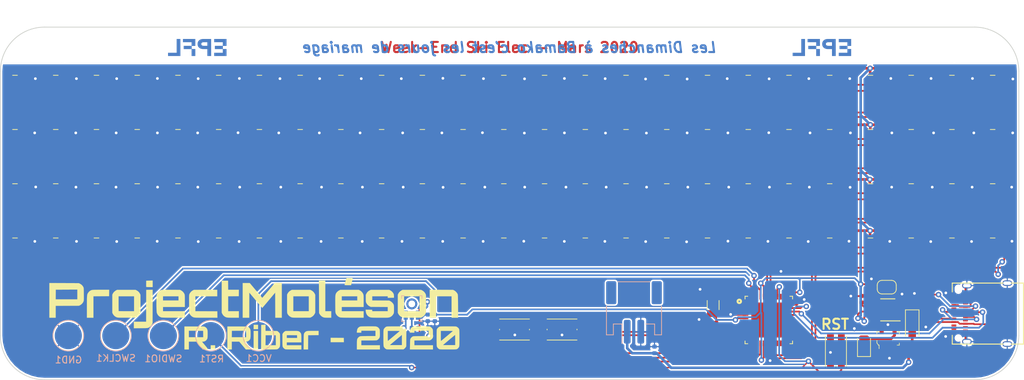
<source format=kicad_pcb>
(kicad_pcb (version 20171130) (host pcbnew "(5.1.5-0-10_14)")
  (title_block (title "Project Moléson") (rev A))
  (layers (0 F.Cu signal) (31 B.Cu signal) (34 B.Paste user) (35 F.Paste user) (36 B.SilkS user) (37 F.SilkS user) (38 B.Mask user) (39 F.Mask user) (44 Edge.Cuts user))
  (net 0 "")
  (net 1 GND)
  (net 2 /VBUS)
  (net 3 "Net-(C4-Pad2)")
  (net 4 +3V3)
  (net 5 "Net-(D1-Pad3)")
  (net 6 "Net-(D1-Pad2)")
  (net 7 "Net-(D2-Pad3)")
  (net 8 "Net-(D2-Pad2)")
  (net 9 "Net-(D3-Pad3)")
  (net 10 "Net-(D3-Pad2)")
  (net 11 "Net-(D4-Pad3)")
  (net 12 "Net-(D4-Pad2)")
  (net 13 "Net-(D5-Pad3)")
  (net 14 "Net-(D5-Pad2)")
  (net 15 "Net-(D6-Pad3)")
  (net 16 "Net-(D6-Pad2)")
  (net 17 "Net-(D7-Pad3)")
  (net 18 "Net-(D7-Pad2)")
  (net 19 "Net-(D10-Pad4)")
  (net 20 "Net-(D10-Pad5)")
  (net 21 "Net-(D10-Pad3)")
  (net 22 "Net-(D10-Pad2)")
  (net 23 "Net-(D11-Pad3)")
  (net 24 "Net-(D11-Pad2)")
  (net 25 "Net-(D12-Pad3)")
  (net 26 "Net-(D12-Pad2)")
  (net 27 "Net-(D13-Pad3)")
  (net 28 "Net-(D13-Pad2)")
  (net 29 "Net-(D14-Pad3)")
  (net 30 "Net-(D14-Pad2)")
  (net 31 "Net-(D15-Pad3)")
  (net 32 "Net-(D15-Pad2)")
  (net 33 "Net-(D16-Pad3)")
  (net 34 "Net-(D16-Pad2)")
  (net 35 "Net-(D17-Pad3)")
  (net 36 "Net-(D17-Pad2)")
  (net 37 "Net-(D18-Pad3)")
  (net 38 "Net-(D18-Pad2)")
  (net 39 "Net-(D19-Pad3)")
  (net 40 "Net-(D19-Pad2)")
  (net 41 "Net-(D20-Pad3)")
  (net 42 "Net-(D20-Pad2)")
  (net 43 /MCU_RST)
  (net 44 /SWCLK)
  (net 45 /SWDIO)
  (net 46 /CC2)
  (net 47 /CC1)
  (net 48 /SDA)
  (net 49 /SCL)
  (net 50 /A5)
  (net 51 /D+)
  (net 52 /D-)
  (net 53 /D13)
  (net 54 /D11)
  (net 55 /D5)
  (net 56 /D2)
  (net 57 /MISO)
  (net 58 /SCK)
  (net 59 /MOSI)
  (net 60 /D3)
  (net 61 /A4)
  (net 62 /A3)
  (net 63 /A2)
  (net 64 /A1)
  (net 65 /AREF)
  (net 66 /A0)
  (net 67 "Net-(USB1-PadA2)")
  (net 68 "Net-(USB1-PadA3)")
  (net 69 "Net-(USB1-PadA11)")
  (net 70 "Net-(USB1-PadA10)")
  (net 71 "Net-(USB1-PadA8)")
  (net 72 "Net-(USB1-PadB3)")
  (net 73 "Net-(USB1-PadB2)")
  (net 74 "Net-(USB1-PadB11)")
  (net 75 "Net-(USB1-PadB10)")
  (net 76 "Net-(USB1-PadB8)")
  (net 77 "Net-(D21-Pad3)")
  (net 78 "Net-(D21-Pad2)")
  (net 79 "Net-(D22-Pad3)")
  (net 80 "Net-(D22-Pad2)")
  (net 81 "Net-(D23-Pad3)")
  (net 82 "Net-(D23-Pad2)")
  (net 83 "Net-(D24-Pad3)")
  (net 84 "Net-(D24-Pad2)")
  (net 85 "Net-(D25-Pad3)")
  (net 86 "Net-(D25-Pad2)")
  (net 87 "Net-(D26-Pad3)")
  (net 88 "Net-(D26-Pad2)")
  (net 89 "Net-(D27-Pad3)")
  (net 90 "Net-(D27-Pad2)")
  (net 91 "Net-(D28-Pad3)")
  (net 92 "Net-(D28-Pad2)")
  (net 93 "Net-(D29-Pad3)")
  (net 94 "Net-(D29-Pad2)")
  (net 95 "Net-(D30-Pad3)")
  (net 96 "Net-(D30-Pad2)")
  (net 97 "Net-(D8-Pad3)")
  (net 98 "Net-(D8-Pad2)")
  (net 99 /VBAT)
  (net 100 "Net-(C3-Pad1)")
  (net 101 "Net-(JP1-Pad2)")
  (net 102 "Net-(LED1-Pad1)")
  (net 103 /PWRGD)
  (net 104 "Net-(R5-Pad1)")
  (net 105 "Net-(R6-Pad1)")
  (net 106 "Net-(D31-Pad3)")
  (net 107 "Net-(D31-Pad2)")
  (net 108 "Net-(D32-Pad3)")
  (net 109 "Net-(D32-Pad2)")
  (net 110 "Net-(D33-Pad3)")
  (net 111 "Net-(D33-Pad2)")
  (net 112 "Net-(D34-Pad3)")
  (net 113 "Net-(D34-Pad2)")
  (net 114 "Net-(D35-Pad3)")
  (net 115 "Net-(D35-Pad2)")
  (net 116 "Net-(D36-Pad3)")
  (net 117 "Net-(D36-Pad2)")
  (net 118 "Net-(D37-Pad3)")
  (net 119 "Net-(D37-Pad2)")
  (net 120 "Net-(D38-Pad3)")
  (net 121 "Net-(D38-Pad2)")
  (net 122 "Net-(D39-Pad3)")
  (net 123 "Net-(D39-Pad2)")
  (net 124 "Net-(D40-Pad3)")
  (net 125 "Net-(D40-Pad2)")
  (net 126 "Net-(D41-Pad3)")
  (net 127 "Net-(D41-Pad2)")
  (net 128 "Net-(D42-Pad3)")
  (net 129 "Net-(D42-Pad2)")
  (net 130 "Net-(D43-Pad3)")
  (net 131 "Net-(D43-Pad2)")
  (net 132 "Net-(D44-Pad3)")
  (net 133 "Net-(D44-Pad2)")
  (net 134 "Net-(D45-Pad3)")
  (net 135 "Net-(D45-Pad2)")
  (net 136 "Net-(D46-Pad3)")
  (net 137 "Net-(D46-Pad2)")
  (net 138 "Net-(D47-Pad3)")
  (net 139 "Net-(D47-Pad2)")
  (net 140 "Net-(D48-Pad3)")
  (net 141 "Net-(D48-Pad2)")
  (net 142 "Net-(D49-Pad3)")
  (net 143 "Net-(D49-Pad2)")
  (net 144 "Net-(D51-Pad3)")
  (net 145 "Net-(D51-Pad2)")
  (net 146 "Net-(D52-Pad3)")
  (net 147 "Net-(D52-Pad2)")
  (net 148 "Net-(D53-Pad3)")
  (net 149 "Net-(D53-Pad2)")
  (net 150 "Net-(D54-Pad3)")
  (net 151 "Net-(D54-Pad2)")
  (net 152 "Net-(D55-Pad3)")
  (net 153 "Net-(D55-Pad2)")
  (net 154 "Net-(D56-Pad3)")
  (net 155 "Net-(D56-Pad2)")
  (net 156 "Net-(D57-Pad3)")
  (net 157 "Net-(D57-Pad2)")
  (net 158 "Net-(D58-Pad3)")
  (net 159 "Net-(D58-Pad2)")
  (net 160 "Net-(D59-Pad3)")
  (net 161 "Net-(D59-Pad2)")
  (net 162 "Net-(D60-Pad3)")
  (net 163 "Net-(D60-Pad2)")
  (net 164 "Net-(D61-Pad3)")
  (net 165 "Net-(D61-Pad2)")
  (net 166 "Net-(D62-Pad3)")
  (net 167 "Net-(D62-Pad2)")
  (net 168 "Net-(D63-Pad3)")
  (net 169 "Net-(D63-Pad2)")
  (net 170 "Net-(D64-Pad3)")
  (net 171 "Net-(D64-Pad2)")
  (net 172 "Net-(D65-Pad3)")
  (net 173 "Net-(D65-Pad2)")
  (net 174 "Net-(D66-Pad3)")
  (net 175 "Net-(D66-Pad2)")
  (net 176 "Net-(D67-Pad3)")
  (net 177 "Net-(D67-Pad2)")
  (net 178 "Net-(D68-Pad3)")
  (net 179 "Net-(D68-Pad2)")
  (net 180 "Net-(D69-Pad3)")
  (net 181 "Net-(D69-Pad2)")
  (net 182 "Net-(D70-Pad3)")
  (net 183 "Net-(D70-Pad2)")
  (net 184 "Net-(D71-Pad3)")
  (net 185 "Net-(D71-Pad2)")
  (net 186 "Net-(D72-Pad3)")
  (net 187 "Net-(D72-Pad2)")
  (net 188 "Net-(D73-Pad3)")
  (net 189 "Net-(D73-Pad2)")
  (net 190 "Net-(D74-Pad3)")
  (net 191 "Net-(D74-Pad2)")
  (net 192 "Net-(D76-Pad3)")
  (net 193 "Net-(D76-Pad2)")
  (net 194 "Net-(D77-Pad3)")
  (net 195 "Net-(D77-Pad2)")
  (net 196 "Net-(D78-Pad3)")
  (net 197 "Net-(D78-Pad2)")
  (net 198 "Net-(D79-Pad3)")
  (net 199 "Net-(D79-Pad2)")
  (net 200 "Net-(D80-Pad3)")
  (net 201 "Net-(D80-Pad2)")
  (net 202 "Net-(D81-Pad3)")
  (net 203 "Net-(D81-Pad2)")
  (net 204 "Net-(D82-Pad3)")
  (net 205 "Net-(D82-Pad2)")
  (net 206 "Net-(D83-Pad3)")
  (net 207 "Net-(D83-Pad2)")
  (net 208 "Net-(D84-Pad3)")
  (net 209 "Net-(D84-Pad2)")
  (net 210 "Net-(D85-Pad3)")
  (net 211 "Net-(D85-Pad2)")
  (net 212 "Net-(D86-Pad3)")
  (net 213 "Net-(D86-Pad2)")
  (net 214 "Net-(D87-Pad3)")
  (net 215 "Net-(D87-Pad2)")
  (net 216 "Net-(D88-Pad3)")
  (net 217 "Net-(D88-Pad2)")
  (net 218 "Net-(D89-Pad3)")
  (net 219 "Net-(D89-Pad2)")
  (net 220 "Net-(D90-Pad3)")
  (net 221 "Net-(D90-Pad2)")
  (net 222 "Net-(D91-Pad3)")
  (net 223 "Net-(D91-Pad2)")
  (net 224 "Net-(D92-Pad3)")
  (net 225 "Net-(D92-Pad2)")
  (net 226 "Net-(D93-Pad3)")
  (net 227 "Net-(D93-Pad2)")
  (net 228 "Net-(D94-Pad3)")
  (net 229 "Net-(D94-Pad2)")
  (net 230 "Net-(D95-Pad3)")
  (net 231 "Net-(D95-Pad2)")
  (net 232 "Net-(D96-Pad3)")
  (net 233 "Net-(D96-Pad2)")
  (net 234 "Net-(D97-Pad3)")
  (net 235 "Net-(D97-Pad2)")
  (net 236 "Net-(D100-Pad4)")
  (net 237 "Net-(D100-Pad5)")
  (net 238 "Net-(D100-Pad3)")
  (net 239 "Net-(D100-Pad2)")
  (net 240 "Net-(C2-Pad1)")
  (net 241 "Net-(C5-Pad2)")
  (net 242 "Net-(D98-Pad3)")
  (net 243 "Net-(D98-Pad2)")
  (net 244 "Net-(U3-Pad48)")
  (net 245 "Net-(U3-Pad41)")
  (net 246 "Net-(U3-Pad39)")
  (net 247 "Net-(U3-Pad38)")
  (net 248 "Net-(U3-Pad37)")
  (net 249 "Net-(U3-Pad22)")
  (net 250 "Net-(MIC1-Pad6)")
  (net 251 /MIC_BCLK)
  (net 252 /MIC_SEL)
  (net 253 /MIC_WS)
  (net 254 /MIC_DATA)
  (net 255 "Net-(D1-Pad4)")
  (net 256 "Net-(D1-Pad5)")
  (net 257 "Net-(D26-Pad4)")
  (net 258 "Net-(D26-Pad5)")
  (net 259 /D10)
  (net 260 /D12)
  (net 261 /D6)
  (net 262 /D7)
  (net 263 /D4)
  (net 264 /D8)
  (module EPFL:EPFL (layer B.Cu) (at 104 111 180)
    (fp_text reference G*** hide)
    (fp_text value LOGO hide)
    (fp_poly (pts (xy -2.4892 0.783167) (xy -3.7592 0.783167) (xy -3.7592 0.232834) (xy -2.595033 0.232834) (xy -2.595033 -0.232833) (xy -3.7592 -0.232833) (xy -3.7592 -0.7874) (xy -2.4892 -0.7874) (xy -2.4892 -1.253066) (xy -4.301066 -1.253066) (xy -4.301066 -0.2286) (xy -3.763433 -0.2286) (xy -3.763433 0.2286) (xy -4.301066 0.2286) (xy -4.301066 1.253067) (xy -2.4892 1.253067) (xy -2.4892 0.783167)) (layer B.Cu) (width 0.01))
    (fp_poly (pts (xy -1.335745 1.250944) (xy -1.259225 1.250924) (xy -1.190272 1.250883) (xy -1.128439 1.250818) (xy -1.073275 1.250722) (xy -1.024331 1.250591) (xy -0.981157 1.250419) (xy -0.943306 1.250201) (xy -0.910327 1.249933) (xy -0.88177 1.249609) (xy -0.857188 1.249224) (xy -0.83613 1.248773) (xy -0.818146 1.24825) (xy -0.802789 1.247651) (xy -0.789608 1.246971) (xy -0.778154 1.246203) (xy -0.767979 1.245344) (xy -0.758632 1.244388) (xy -0.749664 1.24333) (xy -0.7493 1.243284) (xy -0.667241 1.230546) (xy -0.591491 1.213438) (xy -0.520872 1.191545) (xy -0.454209 1.164457) (xy -0.390324 1.131758) (xy -0.335385 1.097959) (xy -0.312434 1.081007) (xy -0.286237 1.058842) (xy -0.25846 1.033127) (xy -0.23077 1.005529) (xy -0.204832 0.977714) (xy -0.182313 0.951346) (xy -0.164879 0.928092) (xy -0.163698 0.926331) (xy -0.126715 0.863092) (xy -0.096491 0.795446) (xy -0.073115 0.724196) (xy -0.056675 0.65015) (xy -0.047258 0.574111) (xy -0.044953 0.496885) (xy -0.049848 0.419278) (xy -0.06203 0.342093) (xy -0.081588 0.266138) (xy -0.089039 0.243326) (xy -0.116921 0.174677) (xy -0.151672 0.11087) (xy -0.193136 0.052022) (xy -0.241159 -0.001751) (xy -0.295585 -0.050333) (xy -0.356258 -0.093608) (xy -0.423024 -0.131459) (xy -0.495726 -0.163772) (xy -0.57421 -0.190429) (xy -0.658319 -0.211314) (xy -0.710255 -0.22084) (xy -0.720812 -0.222497) (xy -0.730949 -0.22395) (xy -0.741288 -0.225216) (xy -0.752451 -0.226309) (xy -0.765058 -0.227248) (xy -0.779733 -0.228047) (xy -0.797095 -0.228723) (xy -0.817767 -0.229293) (xy -0.842371 -0.229772) (xy -0.871527 -0.230177) (xy -0.905857 -0.230525) (xy -0.945983 -0.23083) (xy -0.992526 -0.231111) (xy -1.046109 -0.231382) (xy -1.107351 -0.231661) (xy -1.127125 -0.231748) (xy -1.4859 -0.233312) (xy -1.4859 -1.253066) (xy -2.032014 -1.253066) (xy -2.030949 -0.001058) (xy -2.030751 0.232153) (xy -1.4859 0.232153) (xy -1.205442 0.233997) (xy -1.146371 0.23442) (xy -1.095113 0.23487) (xy -1.051014 0.235363) (xy -1.013419 0.235917) (xy -0.981676 0.236549) (xy -0.95513 0.237276) (xy -0.933128 0.238114) (xy -0.915015 0.239081) (xy -0.900137 0.240195) (xy -0.887841 0.241471) (xy -0.88044 0.242467) (xy -0.818237 0.254215) (xy -0.763484 0.269873) (xy -0.716088 0.289502) (xy -0.675959 0.313162) (xy -0.643005 0.340914) (xy -0.617134 0.372817) (xy -0.598256 0.408931) (xy -0.5899 0.433917) (xy -0.583602 0.467223) (xy -0.581109 0.504181) (xy -0.58256 0.540812) (xy -0.585497 0.561593) (xy -0.593537 0.594566) (xy -0.604758 0.622298) (xy -0.620597 0.647493) (xy -0.642495 0.672855) (xy -0.64735 0.677807) (xy -0.677192 0.703729) (xy -0.711282 0.725508) (xy -0.750503 0.743528) (xy -0.795741 0.758169) (xy -0.847879 0.769815) (xy -0.868056 0.773276) (xy -0.878148 0.774719) (xy -0.88958 0.775975) (xy -0.903024 0.777062) (xy -0.919154 0.777997) (xy -0.938643 0.778799) (xy -0.962165 0.779486) (xy -0.990393 0.780075) (xy -1.023999 0.780584) (xy -1.063657 0.78103) (xy -1.110041 0.781432) (xy -1.163823 0.781807) (xy -1.199092 0.782022) (xy -1.4859 0.783699) (xy -1.4859 0.232153) (xy -2.030751 0.232153) (xy -2.029883 1.25095) (xy -1.420283 1.25095) (xy -1.335745 1.250944)) (layer B.Cu) (width 0.01))
    (fp_poly (pts (xy 2.1082 0.783167) (xy 0.8382 0.783167) (xy 0.8382 0.232834) (xy 1.998133 0.232834) (xy 1.998133 -0.232833) (xy 0.8382 -0.232833) (xy 0.8382 -1.253066) (xy 0.296334 -1.253066) (xy 0.296334 -0.2286) (xy 0.833967 -0.2286) (xy 0.833967 0.2286) (xy 0.296334 0.2286) (xy 0.296334 1.253067) (xy 2.1082 1.253067) (xy 2.1082 0.783167)) (layer B.Cu) (width 0.01))
    (fp_poly (pts (xy 3.0353 -0.7874) (xy 4.3053 -0.7874) (xy 4.3053 -1.253066) (xy 2.493433 -1.253066) (xy 2.493433 1.253067) (xy 3.0353 1.253067) (xy 3.0353 -0.7874)) (layer B.Cu) (width 0.01))
  )
  (module EPFL:EPFL (layer B.Cu) (at 196 111 180)
    (fp_text reference G*** hide)
    (fp_text value LOGO hide)
    (fp_poly (pts (xy 3.0353 -0.7874) (xy 4.3053 -0.7874) (xy 4.3053 -1.253066) (xy 2.493433 -1.253066) (xy 2.493433 1.253067) (xy 3.0353 1.253067) (xy 3.0353 -0.7874)) (layer B.Cu) (width 0.01))
    (fp_poly (pts (xy 2.1082 0.783167) (xy 0.8382 0.783167) (xy 0.8382 0.232834) (xy 1.998133 0.232834) (xy 1.998133 -0.232833) (xy 0.8382 -0.232833) (xy 0.8382 -1.253066) (xy 0.296334 -1.253066) (xy 0.296334 -0.2286) (xy 0.833967 -0.2286) (xy 0.833967 0.2286) (xy 0.296334 0.2286) (xy 0.296334 1.253067) (xy 2.1082 1.253067) (xy 2.1082 0.783167)) (layer B.Cu) (width 0.01))
    (fp_poly (pts (xy -1.335745 1.250944) (xy -1.259225 1.250924) (xy -1.190272 1.250883) (xy -1.128439 1.250818) (xy -1.073275 1.250722) (xy -1.024331 1.250591) (xy -0.981157 1.250419) (xy -0.943306 1.250201) (xy -0.910327 1.249933) (xy -0.88177 1.249609) (xy -0.857188 1.249224) (xy -0.83613 1.248773) (xy -0.818146 1.24825) (xy -0.802789 1.247651) (xy -0.789608 1.246971) (xy -0.778154 1.246203) (xy -0.767979 1.245344) (xy -0.758632 1.244388) (xy -0.749664 1.24333) (xy -0.7493 1.243284) (xy -0.667241 1.230546) (xy -0.591491 1.213438) (xy -0.520872 1.191545) (xy -0.454209 1.164457) (xy -0.390324 1.131758) (xy -0.335385 1.097959) (xy -0.312434 1.081007) (xy -0.286237 1.058842) (xy -0.25846 1.033127) (xy -0.23077 1.005529) (xy -0.204832 0.977714) (xy -0.182313 0.951346) (xy -0.164879 0.928092) (xy -0.163698 0.926331) (xy -0.126715 0.863092) (xy -0.096491 0.795446) (xy -0.073115 0.724196) (xy -0.056675 0.65015) (xy -0.047258 0.574111) (xy -0.044953 0.496885) (xy -0.049848 0.419278) (xy -0.06203 0.342093) (xy -0.081588 0.266138) (xy -0.089039 0.243326) (xy -0.116921 0.174677) (xy -0.151672 0.11087) (xy -0.193136 0.052022) (xy -0.241159 -0.001751) (xy -0.295585 -0.050333) (xy -0.356258 -0.093608) (xy -0.423024 -0.131459) (xy -0.495726 -0.163772) (xy -0.57421 -0.190429) (xy -0.658319 -0.211314) (xy -0.710255 -0.22084) (xy -0.720812 -0.222497) (xy -0.730949 -0.22395) (xy -0.741288 -0.225216) (xy -0.752451 -0.226309) (xy -0.765058 -0.227248) (xy -0.779733 -0.228047) (xy -0.797095 -0.228723) (xy -0.817767 -0.229293) (xy -0.842371 -0.229772) (xy -0.871527 -0.230177) (xy -0.905857 -0.230525) (xy -0.945983 -0.23083) (xy -0.992526 -0.231111) (xy -1.046109 -0.231382) (xy -1.107351 -0.231661) (xy -1.127125 -0.231748) (xy -1.4859 -0.233312) (xy -1.4859 -1.253066) (xy -2.032014 -1.253066) (xy -2.030949 -0.001058) (xy -2.030751 0.232153) (xy -1.4859 0.232153) (xy -1.205442 0.233997) (xy -1.146371 0.23442) (xy -1.095113 0.23487) (xy -1.051014 0.235363) (xy -1.013419 0.235917) (xy -0.981676 0.236549) (xy -0.95513 0.237276) (xy -0.933128 0.238114) (xy -0.915015 0.239081) (xy -0.900137 0.240195) (xy -0.887841 0.241471) (xy -0.88044 0.242467) (xy -0.818237 0.254215) (xy -0.763484 0.269873) (xy -0.716088 0.289502) (xy -0.675959 0.313162) (xy -0.643005 0.340914) (xy -0.617134 0.372817) (xy -0.598256 0.408931) (xy -0.5899 0.433917) (xy -0.583602 0.467223) (xy -0.581109 0.504181) (xy -0.58256 0.540812) (xy -0.585497 0.561593) (xy -0.593537 0.594566) (xy -0.604758 0.622298) (xy -0.620597 0.647493) (xy -0.642495 0.672855) (xy -0.64735 0.677807) (xy -0.677192 0.703729) (xy -0.711282 0.725508) (xy -0.750503 0.743528) (xy -0.795741 0.758169) (xy -0.847879 0.769815) (xy -0.868056 0.773276) (xy -0.878148 0.774719) (xy -0.88958 0.775975) (xy -0.903024 0.777062) (xy -0.919154 0.777997) (xy -0.938643 0.778799) (xy -0.962165 0.779486) (xy -0.990393 0.780075) (xy -1.023999 0.780584) (xy -1.063657 0.78103) (xy -1.110041 0.781432) (xy -1.163823 0.781807) (xy -1.199092 0.782022) (xy -1.4859 0.783699) (xy -1.4859 0.232153) (xy -2.030751 0.232153) (xy -2.029883 1.25095) (xy -1.420283 1.25095) (xy -1.335745 1.250944)) (layer B.Cu) (width 0.01))
    (fp_poly (pts (xy -2.4892 0.783167) (xy -3.7592 0.783167) (xy -3.7592 0.232834) (xy -2.595033 0.232834) (xy -2.595033 -0.232833) (xy -3.7592 -0.232833) (xy -3.7592 -0.7874) (xy -2.4892 -0.7874) (xy -2.4892 -1.253066) (xy -4.301066 -1.253066) (xy -4.301066 -0.2286) (xy -3.763433 -0.2286) (xy -3.763433 0.2286) (xy -4.301066 0.2286) (xy -4.301066 1.253067) (xy -2.4892 1.253067) (xy -2.4892 0.783167)) (layer B.Cu) (width 0.01))
  )
  (module EPFL:EPFL (layer F.Cu) (at 215 157.5)
    (fp_text reference G*** hide)
    (fp_text value LOGO hide)
    (fp_poly (pts (xy 3.0353 0.7874) (xy 4.3053 0.7874) (xy 4.3053 1.253066) (xy 2.493433 1.253066) (xy 2.493433 -1.253067) (xy 3.0353 -1.253067) (xy 3.0353 0.7874)) (layer F.Cu) (width 0.01))
    (fp_poly (pts (xy 2.1082 -0.783167) (xy 0.8382 -0.783167) (xy 0.8382 -0.232834) (xy 1.998133 -0.232834) (xy 1.998133 0.232833) (xy 0.8382 0.232833) (xy 0.8382 1.253066) (xy 0.296334 1.253066) (xy 0.296334 0.2286) (xy 0.833967 0.2286) (xy 0.833967 -0.2286) (xy 0.296334 -0.2286) (xy 0.296334 -1.253067) (xy 2.1082 -1.253067) (xy 2.1082 -0.783167)) (layer F.Cu) (width 0.01))
    (fp_poly (pts (xy -1.335745 -1.250944) (xy -1.259225 -1.250924) (xy -1.190272 -1.250883) (xy -1.128439 -1.250818) (xy -1.073275 -1.250722) (xy -1.024331 -1.250591) (xy -0.981157 -1.250419) (xy -0.943306 -1.250201) (xy -0.910327 -1.249933) (xy -0.88177 -1.249609) (xy -0.857188 -1.249224) (xy -0.83613 -1.248773) (xy -0.818146 -1.24825) (xy -0.802789 -1.247651) (xy -0.789608 -1.246971) (xy -0.778154 -1.246203) (xy -0.767979 -1.245344) (xy -0.758632 -1.244388) (xy -0.749664 -1.24333) (xy -0.7493 -1.243284) (xy -0.667241 -1.230546) (xy -0.591491 -1.213438) (xy -0.520872 -1.191545) (xy -0.454209 -1.164457) (xy -0.390324 -1.131758) (xy -0.335385 -1.097959) (xy -0.312434 -1.081007) (xy -0.286237 -1.058842) (xy -0.25846 -1.033127) (xy -0.23077 -1.005529) (xy -0.204832 -0.977714) (xy -0.182313 -0.951346) (xy -0.164879 -0.928092) (xy -0.163698 -0.926331) (xy -0.126715 -0.863092) (xy -0.096491 -0.795446) (xy -0.073115 -0.724196) (xy -0.056675 -0.65015) (xy -0.047258 -0.574111) (xy -0.044953 -0.496885) (xy -0.049848 -0.419278) (xy -0.06203 -0.342093) (xy -0.081588 -0.266138) (xy -0.089039 -0.243326) (xy -0.116921 -0.174677) (xy -0.151672 -0.11087) (xy -0.193136 -0.052022) (xy -0.241159 0.001751) (xy -0.295585 0.050333) (xy -0.356258 0.093608) (xy -0.423024 0.131459) (xy -0.495726 0.163772) (xy -0.57421 0.190429) (xy -0.658319 0.211314) (xy -0.710255 0.22084) (xy -0.720812 0.222497) (xy -0.730949 0.22395) (xy -0.741288 0.225216) (xy -0.752451 0.226309) (xy -0.765058 0.227248) (xy -0.779733 0.228047) (xy -0.797095 0.228723) (xy -0.817767 0.229293) (xy -0.842371 0.229772) (xy -0.871527 0.230177) (xy -0.905857 0.230525) (xy -0.945983 0.23083) (xy -0.992526 0.231111) (xy -1.046109 0.231382) (xy -1.107351 0.231661) (xy -1.127125 0.231748) (xy -1.4859 0.233312) (xy -1.4859 1.253066) (xy -2.032014 1.253066) (xy -2.030949 0.001058) (xy -2.030751 -0.232153) (xy -1.4859 -0.232153) (xy -1.205442 -0.233997) (xy -1.146371 -0.23442) (xy -1.095113 -0.23487) (xy -1.051014 -0.235363) (xy -1.013419 -0.235917) (xy -0.981676 -0.236549) (xy -0.95513 -0.237276) (xy -0.933128 -0.238114) (xy -0.915015 -0.239081) (xy -0.900137 -0.240195) (xy -0.887841 -0.241471) (xy -0.88044 -0.242467) (xy -0.818237 -0.254215) (xy -0.763484 -0.269873) (xy -0.716088 -0.289502) (xy -0.675959 -0.313162) (xy -0.643005 -0.340914) (xy -0.617134 -0.372817) (xy -0.598256 -0.408931) (xy -0.5899 -0.433917) (xy -0.583602 -0.467223) (xy -0.581109 -0.504181) (xy -0.58256 -0.540812) (xy -0.585497 -0.561593) (xy -0.593537 -0.594566) (xy -0.604758 -0.622298) (xy -0.620597 -0.647493) (xy -0.642495 -0.672855) (xy -0.64735 -0.677807) (xy -0.677192 -0.703729) (xy -0.711282 -0.725508) (xy -0.750503 -0.743528) (xy -0.795741 -0.758169) (xy -0.847879 -0.769815) (xy -0.868056 -0.773276) (xy -0.878148 -0.774719) (xy -0.88958 -0.775975) (xy -0.903024 -0.777062) (xy -0.919154 -0.777997) (xy -0.938643 -0.778799) (xy -0.962165 -0.779486) (xy -0.990393 -0.780075) (xy -1.023999 -0.780584) (xy -1.063657 -0.78103) (xy -1.110041 -0.781432) (xy -1.163823 -0.781807) (xy -1.199092 -0.782022) (xy -1.4859 -0.783699) (xy -1.4859 -0.232153) (xy -2.030751 -0.232153) (xy -2.029883 -1.25095) (xy -1.420283 -1.25095) (xy -1.335745 -1.250944)) (layer F.Cu) (width 0.01))
    (fp_poly (pts (xy -2.4892 -0.783167) (xy -3.7592 -0.783167) (xy -3.7592 -0.232834) (xy -2.595033 -0.232834) (xy -2.595033 0.232833) (xy -3.7592 0.232833) (xy -3.7592 0.7874) (xy -2.4892 0.7874) (xy -2.4892 1.253066) (xy -4.301066 1.253066) (xy -4.301066 0.2286) (xy -3.763433 0.2286) (xy -3.763433 -0.2286) (xy -4.301066 -0.2286) (xy -4.301066 -1.253067) (xy -2.4892 -1.253067) (xy -2.4892 -0.783167)) (layer F.Cu) (width 0.01))
  )
  (module ATSAMD21G18A-MU:QFN50P700X700X90-49N (layer F.Cu) (at 188.18 151.195)
    (fp_text reference U3 hide)
    (fp_text value ATSAMD21G18A-AUT hide)
    (pad 48 smd rect (at -2.75 -3.435 270) (size 0.84 0.26) (layers F.Cu F.Paste F.Mask) (net 244 "Net-(U3-Pad48)"))
    (pad 47 smd rect (at -2.25 -3.435 270) (size 0.84 0.26) (layers F.Cu F.Paste F.Mask) (net 50 /A5))
    (pad 46 smd rect (at -1.75 -3.435 270) (size 0.84 0.26) (layers F.Cu F.Paste F.Mask) (net 45 /SWDIO))
    (pad 45 smd rect (at -1.25 -3.435 270) (size 0.84 0.26) (layers F.Cu F.Paste F.Mask) (net 44 /SWCLK))
    (pad 44 smd rect (at -0.75 -3.435 270) (size 0.84 0.26) (layers F.Cu F.Paste F.Mask) (net 4 +3V3))
    (pad 43 smd rect (at -0.25 -3.435 270) (size 0.84 0.26) (layers F.Cu F.Paste F.Mask) (net 100 "Net-(C3-Pad1)"))
    (pad 42 smd rect (at 0.25 -3.435 270) (size 0.84 0.26) (layers F.Cu F.Paste F.Mask) (net 1 GND))
    (pad 41 smd rect (at 0.75 -3.435 270) (size 0.84 0.26) (layers F.Cu F.Paste F.Mask) (net 245 "Net-(U3-Pad41)"))
    (pad 40 smd rect (at 1.25 -3.435 270) (size 0.84 0.26) (layers F.Cu F.Paste F.Mask) (net 43 /MCU_RST))
    (pad 39 smd rect (at 1.75 -3.435 270) (size 0.84 0.26) (layers F.Cu F.Paste F.Mask) (net 246 "Net-(U3-Pad39)"))
    (pad 38 smd rect (at 2.25 -3.435 270) (size 0.84 0.26) (layers F.Cu F.Paste F.Mask) (net 247 "Net-(U3-Pad38)"))
    (pad 37 smd rect (at 2.75 -3.435 270) (size 0.84 0.26) (layers F.Cu F.Paste F.Mask) (net 248 "Net-(U3-Pad37)"))
    (pad 36 smd rect (at 3.435 -2.75 180) (size 0.84 0.26) (layers F.Cu F.Paste F.Mask) (net 4 +3V3))
    (pad 35 smd rect (at 3.435 -2.25 180) (size 0.84 0.26) (layers F.Cu F.Paste F.Mask) (net 1 GND))
    (pad 34 smd rect (at 3.435 -1.75 180) (size 0.84 0.26) (layers F.Cu F.Paste F.Mask) (net 51 /D+))
    (pad 33 smd rect (at 3.435 -1.25 180) (size 0.84 0.26) (layers F.Cu F.Paste F.Mask) (net 52 /D-))
    (pad 32 smd rect (at 3.435 -0.75 180) (size 0.84 0.26) (layers F.Cu F.Paste F.Mask) (net 49 /SCL))
    (pad 31 smd rect (at 3.435 -0.25 180) (size 0.84 0.26) (layers F.Cu F.Paste F.Mask) (net 48 /SDA))
    (pad 30 smd rect (at 3.435 0.25 180) (size 0.84 0.26) (layers F.Cu F.Paste F.Mask) (net 262 /D7))
    (pad 29 smd rect (at 3.435 0.75 180) (size 0.84 0.26) (layers F.Cu F.Paste F.Mask) (net 261 /D6))
    (pad 28 smd rect (at 3.435 1.25 180) (size 0.84 0.26) (layers F.Cu F.Paste F.Mask) (net 260 /D12))
    (pad 27 smd rect (at 3.435 1.75 180) (size 0.84 0.26) (layers F.Cu F.Paste F.Mask) (net 259 /D10))
    (pad 26 smd rect (at 3.435 2.25 180) (size 0.84 0.26) (layers F.Cu F.Paste F.Mask) (net 53 /D13))
    (pad 25 smd rect (at 3.435 2.75 180) (size 0.84 0.26) (layers F.Cu F.Paste F.Mask) (net 54 /D11))
    (pad 24 smd rect (at 2.75 3.435 90) (size 0.84 0.26) (layers F.Cu F.Paste F.Mask) (net 55 /D5))
    (pad 23 smd rect (at 2.25 3.435 90) (size 0.84 0.26) (layers F.Cu F.Paste F.Mask) (net 56 /D2))
    (pad 22 smd rect (at 1.75 3.435 90) (size 0.84 0.26) (layers F.Cu F.Paste F.Mask) (net 249 "Net-(U3-Pad22)"))
    (pad 21 smd rect (at 1.25 3.435 90) (size 0.84 0.26) (layers F.Cu F.Paste F.Mask) (net 57 /MISO))
    (pad 20 smd rect (at 0.75 3.435 90) (size 0.84 0.26) (layers F.Cu F.Paste F.Mask) (net 58 /SCK))
    (pad 19 smd rect (at 0.25 3.435 90) (size 0.84 0.26) (layers F.Cu F.Paste F.Mask) (net 59 /MOSI))
    (pad 18 smd rect (at -0.25 3.435 90) (size 0.84 0.26) (layers F.Cu F.Paste F.Mask) (net 1 GND))
    (pad 17 smd rect (at -0.75 3.435 90) (size 0.84 0.26) (layers F.Cu F.Paste F.Mask) (net 4 +3V3))
    (pad 16 smd rect (at -1.25 3.435 90) (size 0.84 0.26) (layers F.Cu F.Paste F.Mask) (net 253 /MIC_WS))
    (pad 15 smd rect (at -1.75 3.435 90) (size 0.84 0.26) (layers F.Cu F.Paste F.Mask) (net 251 /MIC_BCLK))
    (pad 14 smd rect (at -2.25 3.435 90) (size 0.84 0.26) (layers F.Cu F.Paste F.Mask) (net 60 /D3))
    (pad 13 smd rect (at -2.75 3.435 90) (size 0.84 0.26) (layers F.Cu F.Paste F.Mask) (net 263 /D4))
    (pad 12 smd rect (at -3.435 2.75) (size 0.84 0.26) (layers F.Cu F.Paste F.Mask) (net 254 /MIC_DATA))
    (pad 11 smd rect (at -3.435 2.25) (size 0.84 0.26) (layers F.Cu F.Paste F.Mask) (net 264 /D8))
    (pad 10 smd rect (at -3.435 1.75) (size 0.84 0.26) (layers F.Cu F.Paste F.Mask) (net 61 /A4))
    (pad 9 smd rect (at -3.435 1.25) (size 0.84 0.26) (layers F.Cu F.Paste F.Mask) (net 62 /A3))
    (pad 8 smd rect (at -3.435 0.75) (size 0.84 0.26) (layers F.Cu F.Paste F.Mask) (net 63 /A2))
    (pad 7 smd rect (at -3.435 0.25) (size 0.84 0.26) (layers F.Cu F.Paste F.Mask) (net 64 /A1))
    (pad 6 smd rect (at -3.435 -0.25) (size 0.84 0.26) (layers F.Cu F.Paste F.Mask) (net 4 +3V3))
    (pad 5 smd rect (at -3.435 -0.75) (size 0.84 0.26) (layers F.Cu F.Paste F.Mask) (net 1 GND))
    (pad 4 smd rect (at -3.435 -1.25) (size 0.84 0.26) (layers F.Cu F.Paste F.Mask) (net 65 /AREF))
    (pad 3 smd rect (at -3.435 -1.75) (size 0.84 0.26) (layers F.Cu F.Paste F.Mask) (net 66 /A0))
    (pad 2 smd rect (at -3.435 -2.25) (size 0.84 0.26) (layers F.Cu F.Paste F.Mask) (net 241 "Net-(C5-Pad2)"))
    (pad 1 smd rect (at -3.435 -2.75) (size 0.84 0.26) (layers F.Cu F.Paste F.Mask) (net 3 "Net-(C4-Pad2)"))
    (pad 49 smd rect (at 0 0) (size 5.15 5.15) (layers F.Cu F.Mask))
  )
  (module MountingHole:MountingHole_4mm (layer F.Cu) (at 215.5 111)
    (fp_text reference H2)
    (fp_text value MountingHole)
    (pad 1 np_thru_hole circle (at 0 0) (size 4 4) (drill 4) (layers *.Cu *.Mask))
  )
  (module MountingHole:MountingHole_4mm (layer F.Cu) (at 84.5 111)
    (fp_text reference H1)
    (fp_text value MountingHole)
    (pad 1 np_thru_hole circle (at 0 0) (size 4 4) (drill 4) (layers *.Cu *.Mask))
  )
  (module PMLogo:PMLogo (layer F.Cu) (at 112.41 150.15)
    (fp_text reference G*** hide)
    (fp_text value LOGO hide)
  )
  (module Crystal:Crystal_SMD_3215-2Pin_3.2x1.5mm (layer F.Cu) (at 179.98 148.995 90)
    (fp_text reference Y1)
    (fp_text value Crystal)
    (pad 2 smd rect (at -1.25 0 90) (size 1 1.8) (layers F.Cu F.Paste F.Mask) (net 241 "Net-(C5-Pad2)"))
    (pad 1 smd rect (at 1.25 0 90) (size 1 1.8) (layers F.Cu F.Paste F.Mask) (net 3 "Net-(C4-Pad2)"))
  )
  (module Button_Switch_SMD:SW_Push_1P1T_NO_CK_KMR2 (layer F.Cu) (at 157.725 152.6)
    (fp_text reference SW3)
    (fp_text value "KMR231NG LFS")
    (pad 2 smd rect (at 2.05 0.8) (size 0.9 1) (layers F.Cu F.Paste F.Mask) (net 1 GND))
    (pad 1 smd rect (at 2.05 -0.8) (size 0.9 1) (layers F.Cu F.Paste F.Mask) (net 264 /D8))
    (pad 2 smd rect (at -2.05 0.8) (size 0.9 1) (layers F.Cu F.Paste F.Mask) (net 1 GND))
    (pad 1 smd rect (at -2.05 -0.8) (size 0.9 1) (layers F.Cu F.Paste F.Mask) (net 264 /D8))
  )
  (module Connector_JST:JST_PH_S2B-PH-SM4-TB_1x02-1MP_P2.00mm_Horizontal (layer B.Cu) (at 168.32 150.07)
    (fp_text reference BT1)
    (fp_text value Battery_Cell)
    (pad MP smd roundrect (at 3.35 -2.9) (size 1.5 3.4) (layers B.Cu B.Paste B.Mask) (roundrect_rratio 0.166667))
    (pad MP smd roundrect (at -3.35 -2.9) (size 1.5 3.4) (layers B.Cu B.Paste B.Mask) (roundrect_rratio 0.166667))
    (pad 2 smd roundrect (at 1 2.85) (size 1 3.5) (layers B.Cu B.Paste B.Mask) (net 1 GND))
    (pad 1 smd roundrect (at -1 2.85) (size 1 3.5) (layers B.Cu B.Paste B.Mask) (net 99 /VBAT))
  )
  (module Capacitor_SMD:C_0402_1005Metric (layer B.Cu) (at 138.98 150.89 270)
    (fp_text reference C8)
    (fp_text value 220pF)
    (pad 2 smd roundrect (at 0.485 0 270) (size 0.59 0.64) (layers B.Cu B.Paste B.Mask) (net 1 GND))
    (pad 1 smd roundrect (at -0.485 0 270) (size 0.59 0.64) (layers B.Cu B.Paste B.Mask) (net 4 +3V3))
  )
  (module Package_DFN_QFN:DFN-8-1EP_3x3mm_P0.5mm_EP1.66x2.38mm (layer F.Cu) (at 205.7 149.7 180)
    (fp_text reference U1)
    (fp_text value MCP1727T-3302E_MF)
    (pad 9 smd rect (at 0 0 180) (size 1.66 2.38) (layers F.Cu F.Mask) (net 1 GND))
    (pad 8 smd rect (at 1.4 -0.75 180) (size 0.7 0.25) (layers F.Cu F.Paste F.Mask) (net 4 +3V3))
    (pad 7 smd rect (at 1.4 -0.25 180) (size 0.7 0.25) (layers F.Cu F.Paste F.Mask) (net 4 +3V3))
    (pad 6 smd rect (at 1.4 0.25 180) (size 0.7 0.25) (layers F.Cu F.Paste F.Mask) (net 240 "Net-(C2-Pad1)"))
    (pad 5 smd rect (at 1.4 0.75 180) (size 0.7 0.25) (layers F.Cu F.Paste F.Mask) (net 103 /PWRGD))
    (pad 4 smd rect (at -1.4 0.75 180) (size 0.7 0.25) (layers F.Cu F.Paste F.Mask) (net 1 GND))
    (pad 3 smd rect (at -1.4 0.25 180) (size 0.7 0.25) (layers F.Cu F.Paste F.Mask) (net 101 "Net-(JP1-Pad2)"))
    (pad 2 smd rect (at -1.4 -0.25 180) (size 0.7 0.25) (layers F.Cu F.Paste F.Mask) (net 2 /VBUS))
    (pad 1 smd rect (at -1.4 -0.75 180) (size 0.7 0.25) (layers F.Cu F.Paste F.Mask) (net 2 /VBUS))
  )
  (module Type-C:12401598E4#2A (layer F.Cu) (at 216.1 150.25 90)
    (fp_text reference USB1)
    (fp_text value 12401598E4#2A)
    (pad A1 smd rect (at -2.75 -0.66 90) (size 0.3 0.7) (layers F.Cu F.Paste F.Mask) (net 1 GND))
    (pad A2 smd rect (at -2.25 -0.66 90) (size 0.3 0.7) (layers F.Cu F.Paste F.Mask) (net 67 "Net-(USB1-PadA2)"))
    (pad A3 smd rect (at -1.75 -0.66 90) (size 0.3 0.7) (layers F.Cu F.Paste F.Mask) (net 68 "Net-(USB1-PadA3)"))
    (pad A4 smd rect (at -1.25 -0.66 90) (size 0.3 0.7) (layers F.Cu F.Paste F.Mask) (net 2 /VBUS))
    (pad A12 smd rect (at 2.75 -0.66 90) (size 0.3 0.7) (layers F.Cu F.Paste F.Mask) (net 1 GND))
    (pad A11 smd rect (at 2.25 -0.66 90) (size 0.3 0.7) (layers F.Cu F.Paste F.Mask) (net 69 "Net-(USB1-PadA11)"))
    (pad A10 smd rect (at 1.75 -0.66 90) (size 0.3 0.7) (layers F.Cu F.Paste F.Mask) (net 70 "Net-(USB1-PadA10)"))
    (pad A5 smd rect (at -0.75 -0.66 90) (size 0.3 0.7) (layers F.Cu F.Paste F.Mask) (net 47 /CC1))
    (pad A6 smd rect (at -0.25 -0.66 90) (size 0.3 0.7) (layers F.Cu F.Paste F.Mask) (net 51 /D+))
    (pad A7 smd rect (at 0.25 -0.66 90) (size 0.3 0.7) (layers F.Cu F.Paste F.Mask) (net 52 /D-))
    (pad A8 smd rect (at 0.75 -0.66 90) (size 0.3 0.7) (layers F.Cu F.Paste F.Mask) (net 71 "Net-(USB1-PadA8)"))
    (pad A9 smd rect (at 1.25 -0.66 90) (size 0.3 0.7) (layers F.Cu F.Paste F.Mask) (net 2 /VBUS))
    (pad B1 smd rect (at 2.5 1.04 90) (size 0.3 0.7) (layers F.Cu F.Paste F.Mask) (net 1 GND))
    (pad B3 smd rect (at 1.5 1.04 90) (size 0.3 0.7) (layers F.Cu F.Paste F.Mask) (net 72 "Net-(USB1-PadB3)"))
    (pad B2 smd rect (at 2 1.04 90) (size 0.3 0.7) (layers F.Cu F.Paste F.Mask) (net 73 "Net-(USB1-PadB2)"))
    (pad B4 smd rect (at 1 1.04 90) (size 0.3 0.7) (layers F.Cu F.Paste F.Mask) (net 2 /VBUS))
    (pad B5 smd rect (at 0.5 1.04 90) (size 0.3 0.7) (layers F.Cu F.Paste F.Mask) (net 46 /CC2))
    (pad B12 smd rect (at -3 1.04 90) (size 0.3 0.7) (layers F.Cu F.Paste F.Mask) (net 1 GND))
    (pad B11 smd rect (at -2.5 1.04 90) (size 0.3 0.7) (layers F.Cu F.Paste F.Mask) (net 74 "Net-(USB1-PadB11)"))
    (pad B10 smd rect (at -2 1.04 90) (size 0.3 0.7) (layers F.Cu F.Paste F.Mask) (net 75 "Net-(USB1-PadB10)"))
    (pad B9 smd rect (at -1.5 1.04 90) (size 0.3 0.7) (layers F.Cu F.Paste F.Mask) (net 2 /VBUS))
    (pad B8 smd rect (at -1 1.04 90) (size 0.3 0.7) (layers F.Cu F.Paste F.Mask) (net 76 "Net-(USB1-PadB8)"))
    (pad B7 smd rect (at -0.5 1.04 90) (size 0.3 0.7) (layers F.Cu F.Paste F.Mask) (net 52 /D-))
    (pad B6 smd rect (at 0 1.04 90) (size 0.3 0.7) (layers F.Cu F.Paste F.Mask) (net 51 /D+))
    (pad S4 thru_hole oval (at 4.49 7.2 90) (size 0.8 1.4) (drill oval 0.5 1.1) (layers *.Cu B.Mask) (net 1 GND))
    (pad S3 thru_hole oval (at -4.49 7.2 90) (size 0.8 1.4) (drill oval 0.5 1.1) (layers *.Cu B.Mask) (net 1 GND))
    (pad S2 thru_hole oval (at 4.13 1.25 90) (size 0.8 1.4) (drill oval 0.5 1.1) (layers *.Cu B.Mask) (net 1 GND))
    (pad S1 thru_hole oval (at -4.13 1.25 90) (size 0.8 1.4) (drill oval 0.5 1.1) (layers *.Cu B.Mask) (net 1 GND))
    (pad "" np_thru_hole oval (at 3.6 0 90) (size 0.95 0.65) (drill oval 0.95 0.65) (layers *.Cu *.Mask))
    (pad "" np_thru_hole circle (at -3.6 0 90) (size 0.65 0.65) (drill 0.65) (layers *.Cu *.Mask))
  )
  (module Capacitor_SMD:C_0402_1005Metric (layer B.Cu) (at 137.94 150.88 90)
    (fp_text reference C7)
    (fp_text value 1uF)
    (pad 2 smd roundrect (at 0.485 0 90) (size 0.59 0.64) (layers B.Cu B.Paste B.Mask) (net 4 +3V3))
    (pad 1 smd roundrect (at -0.485 0 90) (size 0.59 0.64) (layers B.Cu B.Paste B.Mask) (net 1 GND))
  )
  (module Resistor_SMD:R_0402_1005Metric (layer B.Cu) (at 136.06 152.38 180)
    (fp_text reference R9)
    (fp_text value 68)
    (pad 2 smd roundrect (at 0.485 0 180) (size 0.59 0.64) (layers B.Cu B.Paste B.Mask) (net 250 "Net-(MIC1-Pad6)"))
    (pad 1 smd roundrect (at -0.485 0 180) (size 0.59 0.64) (layers B.Cu B.Paste B.Mask) (net 254 /MIC_DATA))
  )
  (module digikey-footprints:SPH0645LM4H-B (layer B.Cu) (at 135.595 148.82)
    (fp_text reference MIC1)
    (fp_text value SPH0645LM4H-B)
    (fp_circle (center 0 0) (end 0.662 0) (layer B.Cu) (width 0.3))
    (pad 6 smd rect (at 0 2.074) (size 0.6 0.522) (layers B.Cu B.Paste B.Mask) (net 250 "Net-(MIC1-Pad6)"))
    (pad 5 smd rect (at 0.9 2.074) (size 0.6 0.522) (layers B.Cu B.Paste B.Mask) (net 4 +3V3))
    (pad 4 smd rect (at 0.9 1.252) (size 0.6 0.522) (layers B.Cu B.Paste B.Mask) (net 251 /MIC_BCLK))
    (pad 2 smd rect (at -0.9 1.252) (size 0.6 0.522) (layers B.Cu B.Paste B.Mask) (net 252 /MIC_SEL))
    (pad "" np_thru_hole circle (at 0 0) (size 0.325 0.325) (drill 0.325) (layers *.Cu *.Mask))
    (pad 1 smd rect (at -0.9 2.074) (size 0.6 0.522) (layers B.Cu B.Paste B.Mask) (net 253 /MIC_WS))
    (pad 3 smd circle (at 0.662 0) (size 0.3 0.3) (layers B.Cu B.Paste B.Mask) (net 1 GND))
    (pad 3 smd circle (at -0.662 0) (size 0.3 0.3) (layers B.Cu B.Paste B.Mask) (net 1 GND))
    (pad 3 smd circle (at 0 0.662) (size 0.3 0.3) (layers B.Cu B.Paste B.Mask) (net 1 GND))
    (pad 3 smd circle (at 0 -0.662) (size 0.3 0.3) (layers B.Cu B.Paste B.Mask) (net 1 GND))
  )
  (module LED_SMD:LED-APA102-2020 (layer F.Cu) (at 168 140.5)
    (fp_text reference D85)
    (fp_text value APA102-2020)
    (pad 6 smd rect (at 0.85 -0.9) (size 0.8 0.5) (layers F.Cu F.Paste F.Mask) (net 1 GND))
    (pad 4 smd rect (at 0.85 0.9) (size 0.8 0.5) (layers F.Cu F.Paste F.Mask) (net 208 "Net-(D84-Pad3)"))
    (pad 5 smd rect (at 0.85 0) (size 0.8 0.3) (layers F.Cu F.Paste F.Mask) (net 209 "Net-(D84-Pad2)"))
    (pad 3 smd rect (at -0.85 0.9) (size 0.8 0.5) (layers F.Cu F.Paste F.Mask) (net 210 "Net-(D85-Pad3)"))
    (pad 2 smd rect (at -0.85 0) (size 0.8 0.3) (layers F.Cu F.Paste F.Mask) (net 211 "Net-(D85-Pad2)"))
    (pad 1 smd rect (at -0.85 -0.9) (size 0.8 0.5) (layers F.Cu F.Paste F.Mask) (net 4 +3V3))
  )
  (module LED_SMD:LED-APA102-2020 (layer F.Cu) (at 162 140.5)
    (fp_text reference D86)
    (fp_text value APA102-2020)
    (pad 6 smd rect (at 0.85 -0.9) (size 0.8 0.5) (layers F.Cu F.Paste F.Mask) (net 1 GND))
    (pad 4 smd rect (at 0.85 0.9) (size 0.8 0.5) (layers F.Cu F.Paste F.Mask) (net 210 "Net-(D85-Pad3)"))
    (pad 5 smd rect (at 0.85 0) (size 0.8 0.3) (layers F.Cu F.Paste F.Mask) (net 211 "Net-(D85-Pad2)"))
    (pad 3 smd rect (at -0.85 0.9) (size 0.8 0.5) (layers F.Cu F.Paste F.Mask) (net 212 "Net-(D86-Pad3)"))
    (pad 2 smd rect (at -0.85 0) (size 0.8 0.3) (layers F.Cu F.Paste F.Mask) (net 213 "Net-(D86-Pad2)"))
    (pad 1 smd rect (at -0.85 -0.9) (size 0.8 0.5) (layers F.Cu F.Paste F.Mask) (net 4 +3V3))
  )
  (module LED_SMD:LED-APA102-2020 (layer F.Cu) (at 210 140.5)
    (fp_text reference D78)
    (fp_text value APA102-2020)
    (pad 6 smd rect (at 0.85 -0.9) (size 0.8 0.5) (layers F.Cu F.Paste F.Mask) (net 1 GND))
    (pad 4 smd rect (at 0.85 0.9) (size 0.8 0.5) (layers F.Cu F.Paste F.Mask) (net 194 "Net-(D77-Pad3)"))
    (pad 5 smd rect (at 0.85 0) (size 0.8 0.3) (layers F.Cu F.Paste F.Mask) (net 195 "Net-(D77-Pad2)"))
    (pad 3 smd rect (at -0.85 0.9) (size 0.8 0.5) (layers F.Cu F.Paste F.Mask) (net 196 "Net-(D78-Pad3)"))
    (pad 2 smd rect (at -0.85 0) (size 0.8 0.3) (layers F.Cu F.Paste F.Mask) (net 197 "Net-(D78-Pad2)"))
    (pad 1 smd rect (at -0.85 -0.9) (size 0.8 0.5) (layers F.Cu F.Paste F.Mask) (net 4 +3V3))
  )
  (module LED_SMD:LED-APA102-2020 (layer F.Cu) (at 204 140.5)
    (fp_text reference D79)
    (fp_text value APA102-2020)
    (pad 6 smd rect (at 0.85 -0.9) (size 0.8 0.5) (layers F.Cu F.Paste F.Mask) (net 1 GND))
    (pad 4 smd rect (at 0.85 0.9) (size 0.8 0.5) (layers F.Cu F.Paste F.Mask) (net 196 "Net-(D78-Pad3)"))
    (pad 5 smd rect (at 0.85 0) (size 0.8 0.3) (layers F.Cu F.Paste F.Mask) (net 197 "Net-(D78-Pad2)"))
    (pad 3 smd rect (at -0.85 0.9) (size 0.8 0.5) (layers F.Cu F.Paste F.Mask) (net 198 "Net-(D79-Pad3)"))
    (pad 2 smd rect (at -0.85 0) (size 0.8 0.3) (layers F.Cu F.Paste F.Mask) (net 199 "Net-(D79-Pad2)"))
    (pad 1 smd rect (at -0.85 -0.9) (size 0.8 0.5) (layers F.Cu F.Paste F.Mask) (net 4 +3V3))
  )
  (module LED_SMD:LED-APA102-2020 (layer F.Cu) (at 198 140.5)
    (fp_text reference D80)
    (fp_text value APA102-2020)
    (pad 6 smd rect (at 0.85 -0.9) (size 0.8 0.5) (layers F.Cu F.Paste F.Mask) (net 1 GND))
    (pad 4 smd rect (at 0.85 0.9) (size 0.8 0.5) (layers F.Cu F.Paste F.Mask) (net 198 "Net-(D79-Pad3)"))
    (pad 5 smd rect (at 0.85 0) (size 0.8 0.3) (layers F.Cu F.Paste F.Mask) (net 199 "Net-(D79-Pad2)"))
    (pad 3 smd rect (at -0.85 0.9) (size 0.8 0.5) (layers F.Cu F.Paste F.Mask) (net 200 "Net-(D80-Pad3)"))
    (pad 2 smd rect (at -0.85 0) (size 0.8 0.3) (layers F.Cu F.Paste F.Mask) (net 201 "Net-(D80-Pad2)"))
    (pad 1 smd rect (at -0.85 -0.9) (size 0.8 0.5) (layers F.Cu F.Paste F.Mask) (net 4 +3V3))
  )
  (module LED_SMD:LED-APA102-2020 (layer F.Cu) (at 192 140.5)
    (fp_text reference D81)
    (fp_text value APA102-2020)
    (pad 6 smd rect (at 0.85 -0.9) (size 0.8 0.5) (layers F.Cu F.Paste F.Mask) (net 1 GND))
    (pad 4 smd rect (at 0.85 0.9) (size 0.8 0.5) (layers F.Cu F.Paste F.Mask) (net 200 "Net-(D80-Pad3)"))
    (pad 5 smd rect (at 0.85 0) (size 0.8 0.3) (layers F.Cu F.Paste F.Mask) (net 201 "Net-(D80-Pad2)"))
    (pad 3 smd rect (at -0.85 0.9) (size 0.8 0.5) (layers F.Cu F.Paste F.Mask) (net 202 "Net-(D81-Pad3)"))
    (pad 2 smd rect (at -0.85 0) (size 0.8 0.3) (layers F.Cu F.Paste F.Mask) (net 203 "Net-(D81-Pad2)"))
    (pad 1 smd rect (at -0.85 -0.9) (size 0.8 0.5) (layers F.Cu F.Paste F.Mask) (net 4 +3V3))
  )
  (module LED_SMD:LED-APA102-2020 (layer F.Cu) (at 186 140.5)
    (fp_text reference D82)
    (fp_text value APA102-2020)
    (pad 6 smd rect (at 0.85 -0.9) (size 0.8 0.5) (layers F.Cu F.Paste F.Mask) (net 1 GND))
    (pad 4 smd rect (at 0.85 0.9) (size 0.8 0.5) (layers F.Cu F.Paste F.Mask) (net 202 "Net-(D81-Pad3)"))
    (pad 5 smd rect (at 0.85 0) (size 0.8 0.3) (layers F.Cu F.Paste F.Mask) (net 203 "Net-(D81-Pad2)"))
    (pad 3 smd rect (at -0.85 0.9) (size 0.8 0.5) (layers F.Cu F.Paste F.Mask) (net 204 "Net-(D82-Pad3)"))
    (pad 2 smd rect (at -0.85 0) (size 0.8 0.3) (layers F.Cu F.Paste F.Mask) (net 205 "Net-(D82-Pad2)"))
    (pad 1 smd rect (at -0.85 -0.9) (size 0.8 0.5) (layers F.Cu F.Paste F.Mask) (net 4 +3V3))
  )
  (module LED_SMD:LED-APA102-2020 (layer F.Cu) (at 180 140.5)
    (fp_text reference D83)
    (fp_text value APA102-2020)
    (pad 6 smd rect (at 0.85 -0.9) (size 0.8 0.5) (layers F.Cu F.Paste F.Mask) (net 1 GND))
    (pad 4 smd rect (at 0.85 0.9) (size 0.8 0.5) (layers F.Cu F.Paste F.Mask) (net 204 "Net-(D82-Pad3)"))
    (pad 5 smd rect (at 0.85 0) (size 0.8 0.3) (layers F.Cu F.Paste F.Mask) (net 205 "Net-(D82-Pad2)"))
    (pad 3 smd rect (at -0.85 0.9) (size 0.8 0.5) (layers F.Cu F.Paste F.Mask) (net 206 "Net-(D83-Pad3)"))
    (pad 2 smd rect (at -0.85 0) (size 0.8 0.3) (layers F.Cu F.Paste F.Mask) (net 207 "Net-(D83-Pad2)"))
    (pad 1 smd rect (at -0.85 -0.9) (size 0.8 0.5) (layers F.Cu F.Paste F.Mask) (net 4 +3V3))
  )
  (module LED_SMD:LED-APA102-2020 (layer F.Cu) (at 174 140.5)
    (fp_text reference D84)
    (fp_text value APA102-2020)
    (pad 6 smd rect (at 0.85 -0.9) (size 0.8 0.5) (layers F.Cu F.Paste F.Mask) (net 1 GND))
    (pad 4 smd rect (at 0.85 0.9) (size 0.8 0.5) (layers F.Cu F.Paste F.Mask) (net 206 "Net-(D83-Pad3)"))
    (pad 5 smd rect (at 0.85 0) (size 0.8 0.3) (layers F.Cu F.Paste F.Mask) (net 207 "Net-(D83-Pad2)"))
    (pad 3 smd rect (at -0.85 0.9) (size 0.8 0.5) (layers F.Cu F.Paste F.Mask) (net 208 "Net-(D84-Pad3)"))
    (pad 2 smd rect (at -0.85 0) (size 0.8 0.3) (layers F.Cu F.Paste F.Mask) (net 209 "Net-(D84-Pad2)"))
    (pad 1 smd rect (at -0.85 -0.9) (size 0.8 0.5) (layers F.Cu F.Paste F.Mask) (net 4 +3V3))
  )
  (module LED_SMD:LED-APA102-2020 (layer F.Cu) (at 84 140.5)
    (fp_text reference D99)
    (fp_text value APA102-2020)
    (pad 6 smd rect (at 0.85 -0.9) (size 0.8 0.5) (layers F.Cu F.Paste F.Mask) (net 1 GND))
    (pad 4 smd rect (at 0.85 0.9) (size 0.8 0.5) (layers F.Cu F.Paste F.Mask) (net 242 "Net-(D98-Pad3)"))
    (pad 5 smd rect (at 0.85 0) (size 0.8 0.3) (layers F.Cu F.Paste F.Mask) (net 243 "Net-(D98-Pad2)"))
    (pad 3 smd rect (at -0.85 0.9) (size 0.8 0.5) (layers F.Cu F.Paste F.Mask) (net 236 "Net-(D100-Pad4)"))
    (pad 2 smd rect (at -0.85 0) (size 0.8 0.3) (layers F.Cu F.Paste F.Mask) (net 237 "Net-(D100-Pad5)"))
    (pad 1 smd rect (at -0.85 -0.9) (size 0.8 0.5) (layers F.Cu F.Paste F.Mask) (net 4 +3V3))
  )
  (module LED_SMD:LED-APA102-2020 (layer F.Cu) (at 102 132.5)
    (fp_text reference D71)
    (fp_text value APA102-2020)
    (pad 6 smd rect (at 0.85 -0.9) (size 0.8 0.5) (layers F.Cu F.Paste F.Mask) (net 1 GND))
    (pad 4 smd rect (at 0.85 0.9) (size 0.8 0.5) (layers F.Cu F.Paste F.Mask) (net 182 "Net-(D70-Pad3)"))
    (pad 5 smd rect (at 0.85 0) (size 0.8 0.3) (layers F.Cu F.Paste F.Mask) (net 183 "Net-(D70-Pad2)"))
    (pad 3 smd rect (at -0.85 0.9) (size 0.8 0.5) (layers F.Cu F.Paste F.Mask) (net 184 "Net-(D71-Pad3)"))
    (pad 2 smd rect (at -0.85 0) (size 0.8 0.3) (layers F.Cu F.Paste F.Mask) (net 185 "Net-(D71-Pad2)"))
    (pad 1 smd rect (at -0.85 -0.9) (size 0.8 0.5) (layers F.Cu F.Paste F.Mask) (net 4 +3V3))
  )
  (module LED_SMD:LED-APA102-2020 (layer F.Cu) (at 84 132.5)
    (fp_text reference D74)
    (fp_text value APA102-2020)
    (pad 6 smd rect (at 0.85 -0.9) (size 0.8 0.5) (layers F.Cu F.Paste F.Mask) (net 1 GND))
    (pad 4 smd rect (at 0.85 0.9) (size 0.8 0.5) (layers F.Cu F.Paste F.Mask) (net 188 "Net-(D73-Pad3)"))
    (pad 5 smd rect (at 0.85 0) (size 0.8 0.3) (layers F.Cu F.Paste F.Mask) (net 189 "Net-(D73-Pad2)"))
    (pad 3 smd rect (at -0.85 0.9) (size 0.8 0.5) (layers F.Cu F.Paste F.Mask) (net 190 "Net-(D74-Pad3)"))
    (pad 2 smd rect (at -0.85 0) (size 0.8 0.3) (layers F.Cu F.Paste F.Mask) (net 191 "Net-(D74-Pad2)"))
    (pad 1 smd rect (at -0.85 -0.9) (size 0.8 0.5) (layers F.Cu F.Paste F.Mask) (net 4 +3V3))
  )
  (module LED_SMD:LED-APA102-2020 (layer F.Cu) (at 78 132.5)
    (fp_text reference D75)
    (fp_text value APA102-2020)
    (pad 6 smd rect (at 0.85 -0.9) (size 0.8 0.5) (layers F.Cu F.Paste F.Mask) (net 1 GND))
    (pad 4 smd rect (at 0.85 0.9) (size 0.8 0.5) (layers F.Cu F.Paste F.Mask) (net 190 "Net-(D74-Pad3)"))
    (pad 5 smd rect (at 0.85 0) (size 0.8 0.3) (layers F.Cu F.Paste F.Mask) (net 191 "Net-(D74-Pad2)"))
    (pad 3 smd rect (at -0.85 0.9) (size 0.8 0.5) (layers F.Cu F.Paste F.Mask) (net 257 "Net-(D26-Pad4)"))
    (pad 2 smd rect (at -0.85 0) (size 0.8 0.3) (layers F.Cu F.Paste F.Mask) (net 258 "Net-(D26-Pad5)"))
    (pad 1 smd rect (at -0.85 -0.9) (size 0.8 0.5) (layers F.Cu F.Paste F.Mask) (net 4 +3V3))
  )
  (module LED_SMD:LED-APA102-2020 (layer F.Cu) (at 78 140.5)
    (fp_text reference D100)
    (fp_text value APA102-2020)
    (pad 6 smd rect (at 0.85 -0.9) (size 0.8 0.5) (layers F.Cu F.Paste F.Mask) (net 1 GND))
    (pad 4 smd rect (at 0.85 0.9) (size 0.8 0.5) (layers F.Cu F.Paste F.Mask) (net 236 "Net-(D100-Pad4)"))
    (pad 5 smd rect (at 0.85 0) (size 0.8 0.3) (layers F.Cu F.Paste F.Mask) (net 237 "Net-(D100-Pad5)"))
    (pad 3 smd rect (at -0.85 0.9) (size 0.8 0.5) (layers F.Cu F.Paste F.Mask) (net 238 "Net-(D100-Pad3)"))
    (pad 2 smd rect (at -0.85 0) (size 0.8 0.3) (layers F.Cu F.Paste F.Mask) (net 239 "Net-(D100-Pad2)"))
    (pad 1 smd rect (at -0.85 -0.9) (size 0.8 0.5) (layers F.Cu F.Paste F.Mask) (net 4 +3V3))
  )
  (module LED_SMD:LED-APA102-2020 (layer F.Cu) (at 222 140.5)
    (fp_text reference D76)
    (fp_text value APA102-2020)
    (pad 6 smd rect (at 0.85 -0.9) (size 0.8 0.5) (layers F.Cu F.Paste F.Mask) (net 1 GND))
    (pad 4 smd rect (at 0.85 0.9) (size 0.8 0.5) (layers F.Cu F.Paste F.Mask) (net 59 /MOSI))
    (pad 5 smd rect (at 0.85 0) (size 0.8 0.3) (layers F.Cu F.Paste F.Mask) (net 58 /SCK))
    (pad 3 smd rect (at -0.85 0.9) (size 0.8 0.5) (layers F.Cu F.Paste F.Mask) (net 192 "Net-(D76-Pad3)"))
    (pad 2 smd rect (at -0.85 0) (size 0.8 0.3) (layers F.Cu F.Paste F.Mask) (net 193 "Net-(D76-Pad2)"))
    (pad 1 smd rect (at -0.85 -0.9) (size 0.8 0.5) (layers F.Cu F.Paste F.Mask) (net 4 +3V3))
  )
  (module LED_SMD:LED-APA102-2020 (layer F.Cu) (at 216 140.5)
    (fp_text reference D77)
    (fp_text value APA102-2020)
    (pad 6 smd rect (at 0.85 -0.9) (size 0.8 0.5) (layers F.Cu F.Paste F.Mask) (net 1 GND))
    (pad 4 smd rect (at 0.85 0.9) (size 0.8 0.5) (layers F.Cu F.Paste F.Mask) (net 192 "Net-(D76-Pad3)"))
    (pad 5 smd rect (at 0.85 0) (size 0.8 0.3) (layers F.Cu F.Paste F.Mask) (net 193 "Net-(D76-Pad2)"))
    (pad 3 smd rect (at -0.85 0.9) (size 0.8 0.5) (layers F.Cu F.Paste F.Mask) (net 194 "Net-(D77-Pad3)"))
    (pad 2 smd rect (at -0.85 0) (size 0.8 0.3) (layers F.Cu F.Paste F.Mask) (net 195 "Net-(D77-Pad2)"))
    (pad 1 smd rect (at -0.85 -0.9) (size 0.8 0.5) (layers F.Cu F.Paste F.Mask) (net 4 +3V3))
  )
  (module LED_SMD:LED-APA102-2020 (layer F.Cu) (at 114 132.5)
    (fp_text reference D69)
    (fp_text value APA102-2020)
    (pad 6 smd rect (at 0.85 -0.9) (size 0.8 0.5) (layers F.Cu F.Paste F.Mask) (net 1 GND))
    (pad 4 smd rect (at 0.85 0.9) (size 0.8 0.5) (layers F.Cu F.Paste F.Mask) (net 178 "Net-(D68-Pad3)"))
    (pad 5 smd rect (at 0.85 0) (size 0.8 0.3) (layers F.Cu F.Paste F.Mask) (net 179 "Net-(D68-Pad2)"))
    (pad 3 smd rect (at -0.85 0.9) (size 0.8 0.5) (layers F.Cu F.Paste F.Mask) (net 180 "Net-(D69-Pad3)"))
    (pad 2 smd rect (at -0.85 0) (size 0.8 0.3) (layers F.Cu F.Paste F.Mask) (net 181 "Net-(D69-Pad2)"))
    (pad 1 smd rect (at -0.85 -0.9) (size 0.8 0.5) (layers F.Cu F.Paste F.Mask) (net 4 +3V3))
  )
  (module LED_SMD:LED-APA102-2020 (layer F.Cu) (at 120 132.5)
    (fp_text reference D68)
    (fp_text value APA102-2020)
    (pad 6 smd rect (at 0.85 -0.9) (size 0.8 0.5) (layers F.Cu F.Paste F.Mask) (net 1 GND))
    (pad 4 smd rect (at 0.85 0.9) (size 0.8 0.5) (layers F.Cu F.Paste F.Mask) (net 176 "Net-(D67-Pad3)"))
    (pad 5 smd rect (at 0.85 0) (size 0.8 0.3) (layers F.Cu F.Paste F.Mask) (net 177 "Net-(D67-Pad2)"))
    (pad 3 smd rect (at -0.85 0.9) (size 0.8 0.5) (layers F.Cu F.Paste F.Mask) (net 178 "Net-(D68-Pad3)"))
    (pad 2 smd rect (at -0.85 0) (size 0.8 0.3) (layers F.Cu F.Paste F.Mask) (net 179 "Net-(D68-Pad2)"))
    (pad 1 smd rect (at -0.85 -0.9) (size 0.8 0.5) (layers F.Cu F.Paste F.Mask) (net 4 +3V3))
  )
  (module LED_SMD:LED-APA102-2020 (layer F.Cu) (at 126 132.5)
    (fp_text reference D67)
    (fp_text value APA102-2020)
    (pad 6 smd rect (at 0.85 -0.9) (size 0.8 0.5) (layers F.Cu F.Paste F.Mask) (net 1 GND))
    (pad 4 smd rect (at 0.85 0.9) (size 0.8 0.5) (layers F.Cu F.Paste F.Mask) (net 174 "Net-(D66-Pad3)"))
    (pad 5 smd rect (at 0.85 0) (size 0.8 0.3) (layers F.Cu F.Paste F.Mask) (net 175 "Net-(D66-Pad2)"))
    (pad 3 smd rect (at -0.85 0.9) (size 0.8 0.5) (layers F.Cu F.Paste F.Mask) (net 176 "Net-(D67-Pad3)"))
    (pad 2 smd rect (at -0.85 0) (size 0.8 0.3) (layers F.Cu F.Paste F.Mask) (net 177 "Net-(D67-Pad2)"))
    (pad 1 smd rect (at -0.85 -0.9) (size 0.8 0.5) (layers F.Cu F.Paste F.Mask) (net 4 +3V3))
  )
  (module LED_SMD:LED-APA102-2020 (layer F.Cu) (at 132 132.5)
    (fp_text reference D66)
    (fp_text value APA102-2020)
    (pad 6 smd rect (at 0.85 -0.9) (size 0.8 0.5) (layers F.Cu F.Paste F.Mask) (net 1 GND))
    (pad 4 smd rect (at 0.85 0.9) (size 0.8 0.5) (layers F.Cu F.Paste F.Mask) (net 172 "Net-(D65-Pad3)"))
    (pad 5 smd rect (at 0.85 0) (size 0.8 0.3) (layers F.Cu F.Paste F.Mask) (net 173 "Net-(D65-Pad2)"))
    (pad 3 smd rect (at -0.85 0.9) (size 0.8 0.5) (layers F.Cu F.Paste F.Mask) (net 174 "Net-(D66-Pad3)"))
    (pad 2 smd rect (at -0.85 0) (size 0.8 0.3) (layers F.Cu F.Paste F.Mask) (net 175 "Net-(D66-Pad2)"))
    (pad 1 smd rect (at -0.85 -0.9) (size 0.8 0.5) (layers F.Cu F.Paste F.Mask) (net 4 +3V3))
  )
  (module LED_SMD:LED-APA102-2020 (layer F.Cu) (at 138 132.5)
    (fp_text reference D65)
    (fp_text value APA102-2020)
    (pad 6 smd rect (at 0.85 -0.9) (size 0.8 0.5) (layers F.Cu F.Paste F.Mask) (net 1 GND))
    (pad 4 smd rect (at 0.85 0.9) (size 0.8 0.5) (layers F.Cu F.Paste F.Mask) (net 170 "Net-(D64-Pad3)"))
    (pad 5 smd rect (at 0.85 0) (size 0.8 0.3) (layers F.Cu F.Paste F.Mask) (net 171 "Net-(D64-Pad2)"))
    (pad 3 smd rect (at -0.85 0.9) (size 0.8 0.5) (layers F.Cu F.Paste F.Mask) (net 172 "Net-(D65-Pad3)"))
    (pad 2 smd rect (at -0.85 0) (size 0.8 0.3) (layers F.Cu F.Paste F.Mask) (net 173 "Net-(D65-Pad2)"))
    (pad 1 smd rect (at -0.85 -0.9) (size 0.8 0.5) (layers F.Cu F.Paste F.Mask) (net 4 +3V3))
  )
  (module LED_SMD:LED-APA102-2020 (layer F.Cu) (at 144 132.5)
    (fp_text reference D64)
    (fp_text value APA102-2020)
    (pad 6 smd rect (at 0.85 -0.9) (size 0.8 0.5) (layers F.Cu F.Paste F.Mask) (net 1 GND))
    (pad 4 smd rect (at 0.85 0.9) (size 0.8 0.5) (layers F.Cu F.Paste F.Mask) (net 168 "Net-(D63-Pad3)"))
    (pad 5 smd rect (at 0.85 0) (size 0.8 0.3) (layers F.Cu F.Paste F.Mask) (net 169 "Net-(D63-Pad2)"))
    (pad 3 smd rect (at -0.85 0.9) (size 0.8 0.5) (layers F.Cu F.Paste F.Mask) (net 170 "Net-(D64-Pad3)"))
    (pad 2 smd rect (at -0.85 0) (size 0.8 0.3) (layers F.Cu F.Paste F.Mask) (net 171 "Net-(D64-Pad2)"))
    (pad 1 smd rect (at -0.85 -0.9) (size 0.8 0.5) (layers F.Cu F.Paste F.Mask) (net 4 +3V3))
  )
  (module LED_SMD:LED-APA102-2020 (layer F.Cu) (at 150 132.5)
    (fp_text reference D63)
    (fp_text value APA102-2020)
    (pad 6 smd rect (at 0.85 -0.9) (size 0.8 0.5) (layers F.Cu F.Paste F.Mask) (net 1 GND))
    (pad 4 smd rect (at 0.85 0.9) (size 0.8 0.5) (layers F.Cu F.Paste F.Mask) (net 166 "Net-(D62-Pad3)"))
    (pad 5 smd rect (at 0.85 0) (size 0.8 0.3) (layers F.Cu F.Paste F.Mask) (net 167 "Net-(D62-Pad2)"))
    (pad 3 smd rect (at -0.85 0.9) (size 0.8 0.5) (layers F.Cu F.Paste F.Mask) (net 168 "Net-(D63-Pad3)"))
    (pad 2 smd rect (at -0.85 0) (size 0.8 0.3) (layers F.Cu F.Paste F.Mask) (net 169 "Net-(D63-Pad2)"))
    (pad 1 smd rect (at -0.85 -0.9) (size 0.8 0.5) (layers F.Cu F.Paste F.Mask) (net 4 +3V3))
  )
  (module LED_SMD:LED-APA102-2020 (layer F.Cu) (at 156 132.5)
    (fp_text reference D62)
    (fp_text value APA102-2020)
    (pad 6 smd rect (at 0.85 -0.9) (size 0.8 0.5) (layers F.Cu F.Paste F.Mask) (net 1 GND))
    (pad 4 smd rect (at 0.85 0.9) (size 0.8 0.5) (layers F.Cu F.Paste F.Mask) (net 164 "Net-(D61-Pad3)"))
    (pad 5 smd rect (at 0.85 0) (size 0.8 0.3) (layers F.Cu F.Paste F.Mask) (net 165 "Net-(D61-Pad2)"))
    (pad 3 smd rect (at -0.85 0.9) (size 0.8 0.5) (layers F.Cu F.Paste F.Mask) (net 166 "Net-(D62-Pad3)"))
    (pad 2 smd rect (at -0.85 0) (size 0.8 0.3) (layers F.Cu F.Paste F.Mask) (net 167 "Net-(D62-Pad2)"))
    (pad 1 smd rect (at -0.85 -0.9) (size 0.8 0.5) (layers F.Cu F.Paste F.Mask) (net 4 +3V3))
  )
  (module LED_SMD:LED-APA102-2020 (layer F.Cu) (at 90 140.5)
    (fp_text reference D98)
    (fp_text value APA102-2020)
    (pad 6 smd rect (at 0.85 -0.9) (size 0.8 0.5) (layers F.Cu F.Paste F.Mask) (net 1 GND))
    (pad 4 smd rect (at 0.85 0.9) (size 0.8 0.5) (layers F.Cu F.Paste F.Mask) (net 234 "Net-(D97-Pad3)"))
    (pad 5 smd rect (at 0.85 0) (size 0.8 0.3) (layers F.Cu F.Paste F.Mask) (net 235 "Net-(D97-Pad2)"))
    (pad 3 smd rect (at -0.85 0.9) (size 0.8 0.5) (layers F.Cu F.Paste F.Mask) (net 242 "Net-(D98-Pad3)"))
    (pad 2 smd rect (at -0.85 0) (size 0.8 0.3) (layers F.Cu F.Paste F.Mask) (net 243 "Net-(D98-Pad2)"))
    (pad 1 smd rect (at -0.85 -0.9) (size 0.8 0.5) (layers F.Cu F.Paste F.Mask) (net 4 +3V3))
  )
  (module LED_SMD:LED-APA102-2020 (layer F.Cu) (at 96 132.5)
    (fp_text reference D72)
    (fp_text value APA102-2020)
    (pad 6 smd rect (at 0.85 -0.9) (size 0.8 0.5) (layers F.Cu F.Paste F.Mask) (net 1 GND))
    (pad 4 smd rect (at 0.85 0.9) (size 0.8 0.5) (layers F.Cu F.Paste F.Mask) (net 184 "Net-(D71-Pad3)"))
    (pad 5 smd rect (at 0.85 0) (size 0.8 0.3) (layers F.Cu F.Paste F.Mask) (net 185 "Net-(D71-Pad2)"))
    (pad 3 smd rect (at -0.85 0.9) (size 0.8 0.5) (layers F.Cu F.Paste F.Mask) (net 186 "Net-(D72-Pad3)"))
    (pad 2 smd rect (at -0.85 0) (size 0.8 0.3) (layers F.Cu F.Paste F.Mask) (net 187 "Net-(D72-Pad2)"))
    (pad 1 smd rect (at -0.85 -0.9) (size 0.8 0.5) (layers F.Cu F.Paste F.Mask) (net 4 +3V3))
  )
  (module LED_SMD:LED-APA102-2020 (layer F.Cu) (at 90 132.5)
    (fp_text reference D73)
    (fp_text value APA102-2020)
    (pad 6 smd rect (at 0.85 -0.9) (size 0.8 0.5) (layers F.Cu F.Paste F.Mask) (net 1 GND))
    (pad 4 smd rect (at 0.85 0.9) (size 0.8 0.5) (layers F.Cu F.Paste F.Mask) (net 186 "Net-(D72-Pad3)"))
    (pad 5 smd rect (at 0.85 0) (size 0.8 0.3) (layers F.Cu F.Paste F.Mask) (net 187 "Net-(D72-Pad2)"))
    (pad 3 smd rect (at -0.85 0.9) (size 0.8 0.5) (layers F.Cu F.Paste F.Mask) (net 188 "Net-(D73-Pad3)"))
    (pad 2 smd rect (at -0.85 0) (size 0.8 0.3) (layers F.Cu F.Paste F.Mask) (net 189 "Net-(D73-Pad2)"))
    (pad 1 smd rect (at -0.85 -0.9) (size 0.8 0.5) (layers F.Cu F.Paste F.Mask) (net 4 +3V3))
  )
  (module LED_SMD:LED-APA102-2020 (layer F.Cu) (at 102 140.5)
    (fp_text reference D96)
    (fp_text value APA102-2020)
    (pad 6 smd rect (at 0.85 -0.9) (size 0.8 0.5) (layers F.Cu F.Paste F.Mask) (net 1 GND))
    (pad 4 smd rect (at 0.85 0.9) (size 0.8 0.5) (layers F.Cu F.Paste F.Mask) (net 230 "Net-(D95-Pad3)"))
    (pad 5 smd rect (at 0.85 0) (size 0.8 0.3) (layers F.Cu F.Paste F.Mask) (net 231 "Net-(D95-Pad2)"))
    (pad 3 smd rect (at -0.85 0.9) (size 0.8 0.5) (layers F.Cu F.Paste F.Mask) (net 232 "Net-(D96-Pad3)"))
    (pad 2 smd rect (at -0.85 0) (size 0.8 0.3) (layers F.Cu F.Paste F.Mask) (net 233 "Net-(D96-Pad2)"))
    (pad 1 smd rect (at -0.85 -0.9) (size 0.8 0.5) (layers F.Cu F.Paste F.Mask) (net 4 +3V3))
  )
  (module LED_SMD:LED-APA102-2020 (layer F.Cu) (at 96 140.5)
    (fp_text reference D97)
    (fp_text value APA102-2020)
    (pad 6 smd rect (at 0.85 -0.9) (size 0.8 0.5) (layers F.Cu F.Paste F.Mask) (net 1 GND))
    (pad 4 smd rect (at 0.85 0.9) (size 0.8 0.5) (layers F.Cu F.Paste F.Mask) (net 232 "Net-(D96-Pad3)"))
    (pad 5 smd rect (at 0.85 0) (size 0.8 0.3) (layers F.Cu F.Paste F.Mask) (net 233 "Net-(D96-Pad2)"))
    (pad 3 smd rect (at -0.85 0.9) (size 0.8 0.5) (layers F.Cu F.Paste F.Mask) (net 234 "Net-(D97-Pad3)"))
    (pad 2 smd rect (at -0.85 0) (size 0.8 0.3) (layers F.Cu F.Paste F.Mask) (net 235 "Net-(D97-Pad2)"))
    (pad 1 smd rect (at -0.85 -0.9) (size 0.8 0.5) (layers F.Cu F.Paste F.Mask) (net 4 +3V3))
  )
  (module LED_SMD:LED-APA102-2020 (layer F.Cu) (at 162 132.5)
    (fp_text reference D61)
    (fp_text value APA102-2020)
    (pad 6 smd rect (at 0.85 -0.9) (size 0.8 0.5) (layers F.Cu F.Paste F.Mask) (net 1 GND))
    (pad 4 smd rect (at 0.85 0.9) (size 0.8 0.5) (layers F.Cu F.Paste F.Mask) (net 162 "Net-(D60-Pad3)"))
    (pad 5 smd rect (at 0.85 0) (size 0.8 0.3) (layers F.Cu F.Paste F.Mask) (net 163 "Net-(D60-Pad2)"))
    (pad 3 smd rect (at -0.85 0.9) (size 0.8 0.5) (layers F.Cu F.Paste F.Mask) (net 164 "Net-(D61-Pad3)"))
    (pad 2 smd rect (at -0.85 0) (size 0.8 0.3) (layers F.Cu F.Paste F.Mask) (net 165 "Net-(D61-Pad2)"))
    (pad 1 smd rect (at -0.85 -0.9) (size 0.8 0.5) (layers F.Cu F.Paste F.Mask) (net 4 +3V3))
  )
  (module LED_SMD:LED-APA102-2020 (layer F.Cu) (at 168 132.5)
    (fp_text reference D60)
    (fp_text value APA102-2020)
    (pad 6 smd rect (at 0.85 -0.9) (size 0.8 0.5) (layers F.Cu F.Paste F.Mask) (net 1 GND))
    (pad 4 smd rect (at 0.85 0.9) (size 0.8 0.5) (layers F.Cu F.Paste F.Mask) (net 160 "Net-(D59-Pad3)"))
    (pad 5 smd rect (at 0.85 0) (size 0.8 0.3) (layers F.Cu F.Paste F.Mask) (net 161 "Net-(D59-Pad2)"))
    (pad 3 smd rect (at -0.85 0.9) (size 0.8 0.5) (layers F.Cu F.Paste F.Mask) (net 162 "Net-(D60-Pad3)"))
    (pad 2 smd rect (at -0.85 0) (size 0.8 0.3) (layers F.Cu F.Paste F.Mask) (net 163 "Net-(D60-Pad2)"))
    (pad 1 smd rect (at -0.85 -0.9) (size 0.8 0.5) (layers F.Cu F.Paste F.Mask) (net 4 +3V3))
  )
  (module LED_SMD:LED-APA102-2020 (layer F.Cu) (at 174 132.5)
    (fp_text reference D59)
    (fp_text value APA102-2020)
    (pad 6 smd rect (at 0.85 -0.9) (size 0.8 0.5) (layers F.Cu F.Paste F.Mask) (net 1 GND))
    (pad 4 smd rect (at 0.85 0.9) (size 0.8 0.5) (layers F.Cu F.Paste F.Mask) (net 158 "Net-(D58-Pad3)"))
    (pad 5 smd rect (at 0.85 0) (size 0.8 0.3) (layers F.Cu F.Paste F.Mask) (net 159 "Net-(D58-Pad2)"))
    (pad 3 smd rect (at -0.85 0.9) (size 0.8 0.5) (layers F.Cu F.Paste F.Mask) (net 160 "Net-(D59-Pad3)"))
    (pad 2 smd rect (at -0.85 0) (size 0.8 0.3) (layers F.Cu F.Paste F.Mask) (net 161 "Net-(D59-Pad2)"))
    (pad 1 smd rect (at -0.85 -0.9) (size 0.8 0.5) (layers F.Cu F.Paste F.Mask) (net 4 +3V3))
  )
  (module LED_SMD:LED-APA102-2020 (layer F.Cu) (at 156 140.5)
    (fp_text reference D87)
    (fp_text value APA102-2020)
    (pad 6 smd rect (at 0.85 -0.9) (size 0.8 0.5) (layers F.Cu F.Paste F.Mask) (net 1 GND))
    (pad 4 smd rect (at 0.85 0.9) (size 0.8 0.5) (layers F.Cu F.Paste F.Mask) (net 212 "Net-(D86-Pad3)"))
    (pad 5 smd rect (at 0.85 0) (size 0.8 0.3) (layers F.Cu F.Paste F.Mask) (net 213 "Net-(D86-Pad2)"))
    (pad 3 smd rect (at -0.85 0.9) (size 0.8 0.5) (layers F.Cu F.Paste F.Mask) (net 214 "Net-(D87-Pad3)"))
    (pad 2 smd rect (at -0.85 0) (size 0.8 0.3) (layers F.Cu F.Paste F.Mask) (net 215 "Net-(D87-Pad2)"))
    (pad 1 smd rect (at -0.85 -0.9) (size 0.8 0.5) (layers F.Cu F.Paste F.Mask) (net 4 +3V3))
  )
  (module LED_SMD:LED-APA102-2020 (layer F.Cu) (at 150 140.5)
    (fp_text reference D88)
    (fp_text value APA102-2020)
    (pad 6 smd rect (at 0.85 -0.9) (size 0.8 0.5) (layers F.Cu F.Paste F.Mask) (net 1 GND))
    (pad 4 smd rect (at 0.85 0.9) (size 0.8 0.5) (layers F.Cu F.Paste F.Mask) (net 214 "Net-(D87-Pad3)"))
    (pad 5 smd rect (at 0.85 0) (size 0.8 0.3) (layers F.Cu F.Paste F.Mask) (net 215 "Net-(D87-Pad2)"))
    (pad 3 smd rect (at -0.85 0.9) (size 0.8 0.5) (layers F.Cu F.Paste F.Mask) (net 216 "Net-(D88-Pad3)"))
    (pad 2 smd rect (at -0.85 0) (size 0.8 0.3) (layers F.Cu F.Paste F.Mask) (net 217 "Net-(D88-Pad2)"))
    (pad 1 smd rect (at -0.85 -0.9) (size 0.8 0.5) (layers F.Cu F.Paste F.Mask) (net 4 +3V3))
  )
  (module LED_SMD:LED-APA102-2020 (layer F.Cu) (at 144 140.5)
    (fp_text reference D89)
    (fp_text value APA102-2020)
    (pad 6 smd rect (at 0.85 -0.9) (size 0.8 0.5) (layers F.Cu F.Paste F.Mask) (net 1 GND))
    (pad 4 smd rect (at 0.85 0.9) (size 0.8 0.5) (layers F.Cu F.Paste F.Mask) (net 216 "Net-(D88-Pad3)"))
    (pad 5 smd rect (at 0.85 0) (size 0.8 0.3) (layers F.Cu F.Paste F.Mask) (net 217 "Net-(D88-Pad2)"))
    (pad 3 smd rect (at -0.85 0.9) (size 0.8 0.5) (layers F.Cu F.Paste F.Mask) (net 218 "Net-(D89-Pad3)"))
    (pad 2 smd rect (at -0.85 0) (size 0.8 0.3) (layers F.Cu F.Paste F.Mask) (net 219 "Net-(D89-Pad2)"))
    (pad 1 smd rect (at -0.85 -0.9) (size 0.8 0.5) (layers F.Cu F.Paste F.Mask) (net 4 +3V3))
  )
  (module LED_SMD:LED-APA102-2020 (layer F.Cu) (at 138 140.5)
    (fp_text reference D90)
    (fp_text value APA102-2020)
    (pad 6 smd rect (at 0.85 -0.9) (size 0.8 0.5) (layers F.Cu F.Paste F.Mask) (net 1 GND))
    (pad 4 smd rect (at 0.85 0.9) (size 0.8 0.5) (layers F.Cu F.Paste F.Mask) (net 218 "Net-(D89-Pad3)"))
    (pad 5 smd rect (at 0.85 0) (size 0.8 0.3) (layers F.Cu F.Paste F.Mask) (net 219 "Net-(D89-Pad2)"))
    (pad 3 smd rect (at -0.85 0.9) (size 0.8 0.5) (layers F.Cu F.Paste F.Mask) (net 220 "Net-(D90-Pad3)"))
    (pad 2 smd rect (at -0.85 0) (size 0.8 0.3) (layers F.Cu F.Paste F.Mask) (net 221 "Net-(D90-Pad2)"))
    (pad 1 smd rect (at -0.85 -0.9) (size 0.8 0.5) (layers F.Cu F.Paste F.Mask) (net 4 +3V3))
  )
  (module LED_SMD:LED-APA102-2020 (layer F.Cu) (at 132 140.5)
    (fp_text reference D91)
    (fp_text value APA102-2020)
    (pad 6 smd rect (at 0.85 -0.9) (size 0.8 0.5) (layers F.Cu F.Paste F.Mask) (net 1 GND))
    (pad 4 smd rect (at 0.85 0.9) (size 0.8 0.5) (layers F.Cu F.Paste F.Mask) (net 220 "Net-(D90-Pad3)"))
    (pad 5 smd rect (at 0.85 0) (size 0.8 0.3) (layers F.Cu F.Paste F.Mask) (net 221 "Net-(D90-Pad2)"))
    (pad 3 smd rect (at -0.85 0.9) (size 0.8 0.5) (layers F.Cu F.Paste F.Mask) (net 222 "Net-(D91-Pad3)"))
    (pad 2 smd rect (at -0.85 0) (size 0.8 0.3) (layers F.Cu F.Paste F.Mask) (net 223 "Net-(D91-Pad2)"))
    (pad 1 smd rect (at -0.85 -0.9) (size 0.8 0.5) (layers F.Cu F.Paste F.Mask) (net 4 +3V3))
  )
  (module LED_SMD:LED-APA102-2020 (layer F.Cu) (at 126 140.5)
    (fp_text reference D92)
    (fp_text value APA102-2020)
    (pad 6 smd rect (at 0.85 -0.9) (size 0.8 0.5) (layers F.Cu F.Paste F.Mask) (net 1 GND))
    (pad 4 smd rect (at 0.85 0.9) (size 0.8 0.5) (layers F.Cu F.Paste F.Mask) (net 222 "Net-(D91-Pad3)"))
    (pad 5 smd rect (at 0.85 0) (size 0.8 0.3) (layers F.Cu F.Paste F.Mask) (net 223 "Net-(D91-Pad2)"))
    (pad 3 smd rect (at -0.85 0.9) (size 0.8 0.5) (layers F.Cu F.Paste F.Mask) (net 224 "Net-(D92-Pad3)"))
    (pad 2 smd rect (at -0.85 0) (size 0.8 0.3) (layers F.Cu F.Paste F.Mask) (net 225 "Net-(D92-Pad2)"))
    (pad 1 smd rect (at -0.85 -0.9) (size 0.8 0.5) (layers F.Cu F.Paste F.Mask) (net 4 +3V3))
  )
  (module LED_SMD:LED-APA102-2020 (layer F.Cu) (at 120 140.5)
    (fp_text reference D93)
    (fp_text value APA102-2020)
    (pad 6 smd rect (at 0.85 -0.9) (size 0.8 0.5) (layers F.Cu F.Paste F.Mask) (net 1 GND))
    (pad 4 smd rect (at 0.85 0.9) (size 0.8 0.5) (layers F.Cu F.Paste F.Mask) (net 224 "Net-(D92-Pad3)"))
    (pad 5 smd rect (at 0.85 0) (size 0.8 0.3) (layers F.Cu F.Paste F.Mask) (net 225 "Net-(D92-Pad2)"))
    (pad 3 smd rect (at -0.85 0.9) (size 0.8 0.5) (layers F.Cu F.Paste F.Mask) (net 226 "Net-(D93-Pad3)"))
    (pad 2 smd rect (at -0.85 0) (size 0.8 0.3) (layers F.Cu F.Paste F.Mask) (net 227 "Net-(D93-Pad2)"))
    (pad 1 smd rect (at -0.85 -0.9) (size 0.8 0.5) (layers F.Cu F.Paste F.Mask) (net 4 +3V3))
  )
  (module LED_SMD:LED-APA102-2020 (layer F.Cu) (at 114 140.5)
    (fp_text reference D94)
    (fp_text value APA102-2020)
    (pad 6 smd rect (at 0.85 -0.9) (size 0.8 0.5) (layers F.Cu F.Paste F.Mask) (net 1 GND))
    (pad 4 smd rect (at 0.85 0.9) (size 0.8 0.5) (layers F.Cu F.Paste F.Mask) (net 226 "Net-(D93-Pad3)"))
    (pad 5 smd rect (at 0.85 0) (size 0.8 0.3) (layers F.Cu F.Paste F.Mask) (net 227 "Net-(D93-Pad2)"))
    (pad 3 smd rect (at -0.85 0.9) (size 0.8 0.5) (layers F.Cu F.Paste F.Mask) (net 228 "Net-(D94-Pad3)"))
    (pad 2 smd rect (at -0.85 0) (size 0.8 0.3) (layers F.Cu F.Paste F.Mask) (net 229 "Net-(D94-Pad2)"))
    (pad 1 smd rect (at -0.85 -0.9) (size 0.8 0.5) (layers F.Cu F.Paste F.Mask) (net 4 +3V3))
  )
  (module LED_SMD:LED-APA102-2020 (layer F.Cu) (at 108 132.5)
    (fp_text reference D70)
    (fp_text value APA102-2020)
    (pad 6 smd rect (at 0.85 -0.9) (size 0.8 0.5) (layers F.Cu F.Paste F.Mask) (net 1 GND))
    (pad 4 smd rect (at 0.85 0.9) (size 0.8 0.5) (layers F.Cu F.Paste F.Mask) (net 180 "Net-(D69-Pad3)"))
    (pad 5 smd rect (at 0.85 0) (size 0.8 0.3) (layers F.Cu F.Paste F.Mask) (net 181 "Net-(D69-Pad2)"))
    (pad 3 smd rect (at -0.85 0.9) (size 0.8 0.5) (layers F.Cu F.Paste F.Mask) (net 182 "Net-(D70-Pad3)"))
    (pad 2 smd rect (at -0.85 0) (size 0.8 0.3) (layers F.Cu F.Paste F.Mask) (net 183 "Net-(D70-Pad2)"))
    (pad 1 smd rect (at -0.85 -0.9) (size 0.8 0.5) (layers F.Cu F.Paste F.Mask) (net 4 +3V3))
  )
  (module LED_SMD:LED-APA102-2020 (layer F.Cu) (at 108 140.5)
    (fp_text reference D95)
    (fp_text value APA102-2020)
    (pad 6 smd rect (at 0.85 -0.9) (size 0.8 0.5) (layers F.Cu F.Paste F.Mask) (net 1 GND))
    (pad 4 smd rect (at 0.85 0.9) (size 0.8 0.5) (layers F.Cu F.Paste F.Mask) (net 228 "Net-(D94-Pad3)"))
    (pad 5 smd rect (at 0.85 0) (size 0.8 0.3) (layers F.Cu F.Paste F.Mask) (net 229 "Net-(D94-Pad2)"))
    (pad 3 smd rect (at -0.85 0.9) (size 0.8 0.5) (layers F.Cu F.Paste F.Mask) (net 230 "Net-(D95-Pad3)"))
    (pad 2 smd rect (at -0.85 0) (size 0.8 0.3) (layers F.Cu F.Paste F.Mask) (net 231 "Net-(D95-Pad2)"))
    (pad 1 smd rect (at -0.85 -0.9) (size 0.8 0.5) (layers F.Cu F.Paste F.Mask) (net 4 +3V3))
  )
  (module LED_SMD:LED-APA102-2020 (layer F.Cu) (at 180 132.5)
    (fp_text reference D58)
    (fp_text value APA102-2020)
    (pad 6 smd rect (at 0.85 -0.9) (size 0.8 0.5) (layers F.Cu F.Paste F.Mask) (net 1 GND))
    (pad 4 smd rect (at 0.85 0.9) (size 0.8 0.5) (layers F.Cu F.Paste F.Mask) (net 156 "Net-(D57-Pad3)"))
    (pad 5 smd rect (at 0.85 0) (size 0.8 0.3) (layers F.Cu F.Paste F.Mask) (net 157 "Net-(D57-Pad2)"))
    (pad 3 smd rect (at -0.85 0.9) (size 0.8 0.5) (layers F.Cu F.Paste F.Mask) (net 158 "Net-(D58-Pad3)"))
    (pad 2 smd rect (at -0.85 0) (size 0.8 0.3) (layers F.Cu F.Paste F.Mask) (net 159 "Net-(D58-Pad2)"))
    (pad 1 smd rect (at -0.85 -0.9) (size 0.8 0.5) (layers F.Cu F.Paste F.Mask) (net 4 +3V3))
  )
  (module LED_SMD:LED-APA102-2020 (layer F.Cu) (at 186 132.5)
    (fp_text reference D57)
    (fp_text value APA102-2020)
    (pad 6 smd rect (at 0.85 -0.9) (size 0.8 0.5) (layers F.Cu F.Paste F.Mask) (net 1 GND))
    (pad 4 smd rect (at 0.85 0.9) (size 0.8 0.5) (layers F.Cu F.Paste F.Mask) (net 154 "Net-(D56-Pad3)"))
    (pad 5 smd rect (at 0.85 0) (size 0.8 0.3) (layers F.Cu F.Paste F.Mask) (net 155 "Net-(D56-Pad2)"))
    (pad 3 smd rect (at -0.85 0.9) (size 0.8 0.5) (layers F.Cu F.Paste F.Mask) (net 156 "Net-(D57-Pad3)"))
    (pad 2 smd rect (at -0.85 0) (size 0.8 0.3) (layers F.Cu F.Paste F.Mask) (net 157 "Net-(D57-Pad2)"))
    (pad 1 smd rect (at -0.85 -0.9) (size 0.8 0.5) (layers F.Cu F.Paste F.Mask) (net 4 +3V3))
  )
  (module LED_SMD:LED-APA102-2020 (layer F.Cu) (at 192 132.5)
    (fp_text reference D56)
    (fp_text value APA102-2020)
    (pad 6 smd rect (at 0.85 -0.9) (size 0.8 0.5) (layers F.Cu F.Paste F.Mask) (net 1 GND))
    (pad 4 smd rect (at 0.85 0.9) (size 0.8 0.5) (layers F.Cu F.Paste F.Mask) (net 152 "Net-(D55-Pad3)"))
    (pad 5 smd rect (at 0.85 0) (size 0.8 0.3) (layers F.Cu F.Paste F.Mask) (net 153 "Net-(D55-Pad2)"))
    (pad 3 smd rect (at -0.85 0.9) (size 0.8 0.5) (layers F.Cu F.Paste F.Mask) (net 154 "Net-(D56-Pad3)"))
    (pad 2 smd rect (at -0.85 0) (size 0.8 0.3) (layers F.Cu F.Paste F.Mask) (net 155 "Net-(D56-Pad2)"))
    (pad 1 smd rect (at -0.85 -0.9) (size 0.8 0.5) (layers F.Cu F.Paste F.Mask) (net 4 +3V3))
  )
  (module LED_SMD:LED-APA102-2020 (layer F.Cu) (at 198 132.5)
    (fp_text reference D55)
    (fp_text value APA102-2020)
    (pad 6 smd rect (at 0.85 -0.9) (size 0.8 0.5) (layers F.Cu F.Paste F.Mask) (net 1 GND))
    (pad 4 smd rect (at 0.85 0.9) (size 0.8 0.5) (layers F.Cu F.Paste F.Mask) (net 150 "Net-(D54-Pad3)"))
    (pad 5 smd rect (at 0.85 0) (size 0.8 0.3) (layers F.Cu F.Paste F.Mask) (net 151 "Net-(D54-Pad2)"))
    (pad 3 smd rect (at -0.85 0.9) (size 0.8 0.5) (layers F.Cu F.Paste F.Mask) (net 152 "Net-(D55-Pad3)"))
    (pad 2 smd rect (at -0.85 0) (size 0.8 0.3) (layers F.Cu F.Paste F.Mask) (net 153 "Net-(D55-Pad2)"))
    (pad 1 smd rect (at -0.85 -0.9) (size 0.8 0.5) (layers F.Cu F.Paste F.Mask) (net 4 +3V3))
  )
  (module LED_SMD:LED-APA102-2020 (layer F.Cu) (at 204 132.5)
    (fp_text reference D54)
    (fp_text value APA102-2020)
    (pad 6 smd rect (at 0.85 -0.9) (size 0.8 0.5) (layers F.Cu F.Paste F.Mask) (net 1 GND))
    (pad 4 smd rect (at 0.85 0.9) (size 0.8 0.5) (layers F.Cu F.Paste F.Mask) (net 148 "Net-(D53-Pad3)"))
    (pad 5 smd rect (at 0.85 0) (size 0.8 0.3) (layers F.Cu F.Paste F.Mask) (net 149 "Net-(D53-Pad2)"))
    (pad 3 smd rect (at -0.85 0.9) (size 0.8 0.5) (layers F.Cu F.Paste F.Mask) (net 150 "Net-(D54-Pad3)"))
    (pad 2 smd rect (at -0.85 0) (size 0.8 0.3) (layers F.Cu F.Paste F.Mask) (net 151 "Net-(D54-Pad2)"))
    (pad 1 smd rect (at -0.85 -0.9) (size 0.8 0.5) (layers F.Cu F.Paste F.Mask) (net 4 +3V3))
  )
  (module LED_SMD:LED-APA102-2020 (layer F.Cu) (at 210 132.5)
    (fp_text reference D53)
    (fp_text value APA102-2020)
    (pad 6 smd rect (at 0.85 -0.9) (size 0.8 0.5) (layers F.Cu F.Paste F.Mask) (net 1 GND))
    (pad 4 smd rect (at 0.85 0.9) (size 0.8 0.5) (layers F.Cu F.Paste F.Mask) (net 146 "Net-(D52-Pad3)"))
    (pad 5 smd rect (at 0.85 0) (size 0.8 0.3) (layers F.Cu F.Paste F.Mask) (net 147 "Net-(D52-Pad2)"))
    (pad 3 smd rect (at -0.85 0.9) (size 0.8 0.5) (layers F.Cu F.Paste F.Mask) (net 148 "Net-(D53-Pad3)"))
    (pad 2 smd rect (at -0.85 0) (size 0.8 0.3) (layers F.Cu F.Paste F.Mask) (net 149 "Net-(D53-Pad2)"))
    (pad 1 smd rect (at -0.85 -0.9) (size 0.8 0.5) (layers F.Cu F.Paste F.Mask) (net 4 +3V3))
  )
  (module LED_SMD:LED-APA102-2020 (layer F.Cu) (at 216 132.5)
    (fp_text reference D52)
    (fp_text value APA102-2020)
    (pad 6 smd rect (at 0.85 -0.9) (size 0.8 0.5) (layers F.Cu F.Paste F.Mask) (net 1 GND))
    (pad 4 smd rect (at 0.85 0.9) (size 0.8 0.5) (layers F.Cu F.Paste F.Mask) (net 144 "Net-(D51-Pad3)"))
    (pad 5 smd rect (at 0.85 0) (size 0.8 0.3) (layers F.Cu F.Paste F.Mask) (net 145 "Net-(D51-Pad2)"))
    (pad 3 smd rect (at -0.85 0.9) (size 0.8 0.5) (layers F.Cu F.Paste F.Mask) (net 146 "Net-(D52-Pad3)"))
    (pad 2 smd rect (at -0.85 0) (size 0.8 0.3) (layers F.Cu F.Paste F.Mask) (net 147 "Net-(D52-Pad2)"))
    (pad 1 smd rect (at -0.85 -0.9) (size 0.8 0.5) (layers F.Cu F.Paste F.Mask) (net 4 +3V3))
  )
  (module LED_SMD:LED-APA102-2020 (layer F.Cu) (at 222 132.5)
    (fp_text reference D51)
    (fp_text value APA102-2020)
    (pad 6 smd rect (at 0.85 -0.9) (size 0.8 0.5) (layers F.Cu F.Paste F.Mask) (net 1 GND))
    (pad 4 smd rect (at 0.85 0.9) (size 0.8 0.5) (layers F.Cu F.Paste F.Mask) (net 238 "Net-(D100-Pad3)"))
    (pad 5 smd rect (at 0.85 0) (size 0.8 0.3) (layers F.Cu F.Paste F.Mask) (net 239 "Net-(D100-Pad2)"))
    (pad 3 smd rect (at -0.85 0.9) (size 0.8 0.5) (layers F.Cu F.Paste F.Mask) (net 144 "Net-(D51-Pad3)"))
    (pad 2 smd rect (at -0.85 0) (size 0.8 0.3) (layers F.Cu F.Paste F.Mask) (net 145 "Net-(D51-Pad2)"))
    (pad 1 smd rect (at -0.85 -0.9) (size 0.8 0.5) (layers F.Cu F.Paste F.Mask) (net 4 +3V3))
  )
  (module LED_SMD:LED-APA102-2020 (layer F.Cu) (at 174 124.5)
    (fp_text reference D34)
    (fp_text value APA102-2020)
    (pad 6 smd rect (at 0.85 -0.9) (size 0.8 0.5) (layers F.Cu F.Paste F.Mask) (net 1 GND))
    (pad 4 smd rect (at 0.85 0.9) (size 0.8 0.5) (layers F.Cu F.Paste F.Mask) (net 110 "Net-(D33-Pad3)"))
    (pad 5 smd rect (at 0.85 0) (size 0.8 0.3) (layers F.Cu F.Paste F.Mask) (net 111 "Net-(D33-Pad2)"))
    (pad 3 smd rect (at -0.85 0.9) (size 0.8 0.5) (layers F.Cu F.Paste F.Mask) (net 112 "Net-(D34-Pad3)"))
    (pad 2 smd rect (at -0.85 0) (size 0.8 0.3) (layers F.Cu F.Paste F.Mask) (net 113 "Net-(D34-Pad2)"))
    (pad 1 smd rect (at -0.85 -0.9) (size 0.8 0.5) (layers F.Cu F.Paste F.Mask) (net 4 +3V3))
  )
  (module LED_SMD:LED-APA102-2020 (layer F.Cu) (at 78 124.5)
    (fp_text reference D50)
    (fp_text value APA102-2020)
    (pad 6 smd rect (at 0.85 -0.9) (size 0.8 0.5) (layers F.Cu F.Paste F.Mask) (net 1 GND))
    (pad 4 smd rect (at 0.85 0.9) (size 0.8 0.5) (layers F.Cu F.Paste F.Mask) (net 142 "Net-(D49-Pad3)"))
    (pad 5 smd rect (at 0.85 0) (size 0.8 0.3) (layers F.Cu F.Paste F.Mask) (net 143 "Net-(D49-Pad2)"))
    (pad 3 smd rect (at -0.85 0.9) (size 0.8 0.5) (layers F.Cu F.Paste F.Mask) (net 255 "Net-(D1-Pad4)"))
    (pad 2 smd rect (at -0.85 0) (size 0.8 0.3) (layers F.Cu F.Paste F.Mask) (net 256 "Net-(D1-Pad5)"))
    (pad 1 smd rect (at -0.85 -0.9) (size 0.8 0.5) (layers F.Cu F.Paste F.Mask) (net 4 +3V3))
  )
  (module LED_SMD:LED-APA102-2020 (layer F.Cu) (at 84 124.5)
    (fp_text reference D49)
    (fp_text value APA102-2020)
    (pad 6 smd rect (at 0.85 -0.9) (size 0.8 0.5) (layers F.Cu F.Paste F.Mask) (net 1 GND))
    (pad 4 smd rect (at 0.85 0.9) (size 0.8 0.5) (layers F.Cu F.Paste F.Mask) (net 140 "Net-(D48-Pad3)"))
    (pad 5 smd rect (at 0.85 0) (size 0.8 0.3) (layers F.Cu F.Paste F.Mask) (net 141 "Net-(D48-Pad2)"))
    (pad 3 smd rect (at -0.85 0.9) (size 0.8 0.5) (layers F.Cu F.Paste F.Mask) (net 142 "Net-(D49-Pad3)"))
    (pad 2 smd rect (at -0.85 0) (size 0.8 0.3) (layers F.Cu F.Paste F.Mask) (net 143 "Net-(D49-Pad2)"))
    (pad 1 smd rect (at -0.85 -0.9) (size 0.8 0.5) (layers F.Cu F.Paste F.Mask) (net 4 +3V3))
  )
  (module LED_SMD:LED-APA102-2020 (layer F.Cu) (at 90 124.5)
    (fp_text reference D48)
    (fp_text value APA102-2020)
    (pad 6 smd rect (at 0.85 -0.9) (size 0.8 0.5) (layers F.Cu F.Paste F.Mask) (net 1 GND))
    (pad 4 smd rect (at 0.85 0.9) (size 0.8 0.5) (layers F.Cu F.Paste F.Mask) (net 138 "Net-(D47-Pad3)"))
    (pad 5 smd rect (at 0.85 0) (size 0.8 0.3) (layers F.Cu F.Paste F.Mask) (net 139 "Net-(D47-Pad2)"))
    (pad 3 smd rect (at -0.85 0.9) (size 0.8 0.5) (layers F.Cu F.Paste F.Mask) (net 140 "Net-(D48-Pad3)"))
    (pad 2 smd rect (at -0.85 0) (size 0.8 0.3) (layers F.Cu F.Paste F.Mask) (net 141 "Net-(D48-Pad2)"))
    (pad 1 smd rect (at -0.85 -0.9) (size 0.8 0.5) (layers F.Cu F.Paste F.Mask) (net 4 +3V3))
  )
  (module LED_SMD:LED-APA102-2020 (layer F.Cu) (at 96 124.5)
    (fp_text reference D47)
    (fp_text value APA102-2020)
    (pad 6 smd rect (at 0.85 -0.9) (size 0.8 0.5) (layers F.Cu F.Paste F.Mask) (net 1 GND))
    (pad 4 smd rect (at 0.85 0.9) (size 0.8 0.5) (layers F.Cu F.Paste F.Mask) (net 136 "Net-(D46-Pad3)"))
    (pad 5 smd rect (at 0.85 0) (size 0.8 0.3) (layers F.Cu F.Paste F.Mask) (net 137 "Net-(D46-Pad2)"))
    (pad 3 smd rect (at -0.85 0.9) (size 0.8 0.5) (layers F.Cu F.Paste F.Mask) (net 138 "Net-(D47-Pad3)"))
    (pad 2 smd rect (at -0.85 0) (size 0.8 0.3) (layers F.Cu F.Paste F.Mask) (net 139 "Net-(D47-Pad2)"))
    (pad 1 smd rect (at -0.85 -0.9) (size 0.8 0.5) (layers F.Cu F.Paste F.Mask) (net 4 +3V3))
  )
  (module LED_SMD:LED-APA102-2020 (layer F.Cu) (at 102 124.5)
    (fp_text reference D46)
    (fp_text value APA102-2020)
    (pad 6 smd rect (at 0.85 -0.9) (size 0.8 0.5) (layers F.Cu F.Paste F.Mask) (net 1 GND))
    (pad 4 smd rect (at 0.85 0.9) (size 0.8 0.5) (layers F.Cu F.Paste F.Mask) (net 134 "Net-(D45-Pad3)"))
    (pad 5 smd rect (at 0.85 0) (size 0.8 0.3) (layers F.Cu F.Paste F.Mask) (net 135 "Net-(D45-Pad2)"))
    (pad 3 smd rect (at -0.85 0.9) (size 0.8 0.5) (layers F.Cu F.Paste F.Mask) (net 136 "Net-(D46-Pad3)"))
    (pad 2 smd rect (at -0.85 0) (size 0.8 0.3) (layers F.Cu F.Paste F.Mask) (net 137 "Net-(D46-Pad2)"))
    (pad 1 smd rect (at -0.85 -0.9) (size 0.8 0.5) (layers F.Cu F.Paste F.Mask) (net 4 +3V3))
  )
  (module LED_SMD:LED-APA102-2020 (layer F.Cu) (at 108 124.5)
    (fp_text reference D45)
    (fp_text value APA102-2020)
    (pad 6 smd rect (at 0.85 -0.9) (size 0.8 0.5) (layers F.Cu F.Paste F.Mask) (net 1 GND))
    (pad 4 smd rect (at 0.85 0.9) (size 0.8 0.5) (layers F.Cu F.Paste F.Mask) (net 132 "Net-(D44-Pad3)"))
    (pad 5 smd rect (at 0.85 0) (size 0.8 0.3) (layers F.Cu F.Paste F.Mask) (net 133 "Net-(D44-Pad2)"))
    (pad 3 smd rect (at -0.85 0.9) (size 0.8 0.5) (layers F.Cu F.Paste F.Mask) (net 134 "Net-(D45-Pad3)"))
    (pad 2 smd rect (at -0.85 0) (size 0.8 0.3) (layers F.Cu F.Paste F.Mask) (net 135 "Net-(D45-Pad2)"))
    (pad 1 smd rect (at -0.85 -0.9) (size 0.8 0.5) (layers F.Cu F.Paste F.Mask) (net 4 +3V3))
  )
  (module LED_SMD:LED-APA102-2020 (layer F.Cu) (at 114 124.5)
    (fp_text reference D44)
    (fp_text value APA102-2020)
    (pad 6 smd rect (at 0.85 -0.9) (size 0.8 0.5) (layers F.Cu F.Paste F.Mask) (net 1 GND))
    (pad 4 smd rect (at 0.85 0.9) (size 0.8 0.5) (layers F.Cu F.Paste F.Mask) (net 130 "Net-(D43-Pad3)"))
    (pad 5 smd rect (at 0.85 0) (size 0.8 0.3) (layers F.Cu F.Paste F.Mask) (net 131 "Net-(D43-Pad2)"))
    (pad 3 smd rect (at -0.85 0.9) (size 0.8 0.5) (layers F.Cu F.Paste F.Mask) (net 132 "Net-(D44-Pad3)"))
    (pad 2 smd rect (at -0.85 0) (size 0.8 0.3) (layers F.Cu F.Paste F.Mask) (net 133 "Net-(D44-Pad2)"))
    (pad 1 smd rect (at -0.85 -0.9) (size 0.8 0.5) (layers F.Cu F.Paste F.Mask) (net 4 +3V3))
  )
  (module LED_SMD:LED-APA102-2020 (layer F.Cu) (at 120 124.5)
    (fp_text reference D43)
    (fp_text value APA102-2020)
    (pad 6 smd rect (at 0.85 -0.9) (size 0.8 0.5) (layers F.Cu F.Paste F.Mask) (net 1 GND))
    (pad 4 smd rect (at 0.85 0.9) (size 0.8 0.5) (layers F.Cu F.Paste F.Mask) (net 128 "Net-(D42-Pad3)"))
    (pad 5 smd rect (at 0.85 0) (size 0.8 0.3) (layers F.Cu F.Paste F.Mask) (net 129 "Net-(D42-Pad2)"))
    (pad 3 smd rect (at -0.85 0.9) (size 0.8 0.5) (layers F.Cu F.Paste F.Mask) (net 130 "Net-(D43-Pad3)"))
    (pad 2 smd rect (at -0.85 0) (size 0.8 0.3) (layers F.Cu F.Paste F.Mask) (net 131 "Net-(D43-Pad2)"))
    (pad 1 smd rect (at -0.85 -0.9) (size 0.8 0.5) (layers F.Cu F.Paste F.Mask) (net 4 +3V3))
  )
  (module LED_SMD:LED-APA102-2020 (layer F.Cu) (at 126 124.5)
    (fp_text reference D42)
    (fp_text value APA102-2020)
    (pad 6 smd rect (at 0.85 -0.9) (size 0.8 0.5) (layers F.Cu F.Paste F.Mask) (net 1 GND))
    (pad 4 smd rect (at 0.85 0.9) (size 0.8 0.5) (layers F.Cu F.Paste F.Mask) (net 126 "Net-(D41-Pad3)"))
    (pad 5 smd rect (at 0.85 0) (size 0.8 0.3) (layers F.Cu F.Paste F.Mask) (net 127 "Net-(D41-Pad2)"))
    (pad 3 smd rect (at -0.85 0.9) (size 0.8 0.5) (layers F.Cu F.Paste F.Mask) (net 128 "Net-(D42-Pad3)"))
    (pad 2 smd rect (at -0.85 0) (size 0.8 0.3) (layers F.Cu F.Paste F.Mask) (net 129 "Net-(D42-Pad2)"))
    (pad 1 smd rect (at -0.85 -0.9) (size 0.8 0.5) (layers F.Cu F.Paste F.Mask) (net 4 +3V3))
  )
  (module LED_SMD:LED-APA102-2020 (layer F.Cu) (at 132 124.5)
    (fp_text reference D41)
    (fp_text value APA102-2020)
    (pad 6 smd rect (at 0.85 -0.9) (size 0.8 0.5) (layers F.Cu F.Paste F.Mask) (net 1 GND))
    (pad 4 smd rect (at 0.85 0.9) (size 0.8 0.5) (layers F.Cu F.Paste F.Mask) (net 124 "Net-(D40-Pad3)"))
    (pad 5 smd rect (at 0.85 0) (size 0.8 0.3) (layers F.Cu F.Paste F.Mask) (net 125 "Net-(D40-Pad2)"))
    (pad 3 smd rect (at -0.85 0.9) (size 0.8 0.5) (layers F.Cu F.Paste F.Mask) (net 126 "Net-(D41-Pad3)"))
    (pad 2 smd rect (at -0.85 0) (size 0.8 0.3) (layers F.Cu F.Paste F.Mask) (net 127 "Net-(D41-Pad2)"))
    (pad 1 smd rect (at -0.85 -0.9) (size 0.8 0.5) (layers F.Cu F.Paste F.Mask) (net 4 +3V3))
  )
  (module LED_SMD:LED-APA102-2020 (layer F.Cu) (at 138 124.5)
    (fp_text reference D40)
    (fp_text value APA102-2020)
    (pad 6 smd rect (at 0.85 -0.9) (size 0.8 0.5) (layers F.Cu F.Paste F.Mask) (net 1 GND))
    (pad 4 smd rect (at 0.85 0.9) (size 0.8 0.5) (layers F.Cu F.Paste F.Mask) (net 122 "Net-(D39-Pad3)"))
    (pad 5 smd rect (at 0.85 0) (size 0.8 0.3) (layers F.Cu F.Paste F.Mask) (net 123 "Net-(D39-Pad2)"))
    (pad 3 smd rect (at -0.85 0.9) (size 0.8 0.5) (layers F.Cu F.Paste F.Mask) (net 124 "Net-(D40-Pad3)"))
    (pad 2 smd rect (at -0.85 0) (size 0.8 0.3) (layers F.Cu F.Paste F.Mask) (net 125 "Net-(D40-Pad2)"))
    (pad 1 smd rect (at -0.85 -0.9) (size 0.8 0.5) (layers F.Cu F.Paste F.Mask) (net 4 +3V3))
  )
  (module LED_SMD:LED-APA102-2020 (layer F.Cu) (at 144 124.5)
    (fp_text reference D39)
    (fp_text value APA102-2020)
    (pad 6 smd rect (at 0.85 -0.9) (size 0.8 0.5) (layers F.Cu F.Paste F.Mask) (net 1 GND))
    (pad 4 smd rect (at 0.85 0.9) (size 0.8 0.5) (layers F.Cu F.Paste F.Mask) (net 120 "Net-(D38-Pad3)"))
    (pad 5 smd rect (at 0.85 0) (size 0.8 0.3) (layers F.Cu F.Paste F.Mask) (net 121 "Net-(D38-Pad2)"))
    (pad 3 smd rect (at -0.85 0.9) (size 0.8 0.5) (layers F.Cu F.Paste F.Mask) (net 122 "Net-(D39-Pad3)"))
    (pad 2 smd rect (at -0.85 0) (size 0.8 0.3) (layers F.Cu F.Paste F.Mask) (net 123 "Net-(D39-Pad2)"))
    (pad 1 smd rect (at -0.85 -0.9) (size 0.8 0.5) (layers F.Cu F.Paste F.Mask) (net 4 +3V3))
  )
  (module LED_SMD:LED-APA102-2020 (layer F.Cu) (at 150 124.5)
    (fp_text reference D38)
    (fp_text value APA102-2020)
    (pad 6 smd rect (at 0.85 -0.9) (size 0.8 0.5) (layers F.Cu F.Paste F.Mask) (net 1 GND))
    (pad 4 smd rect (at 0.85 0.9) (size 0.8 0.5) (layers F.Cu F.Paste F.Mask) (net 118 "Net-(D37-Pad3)"))
    (pad 5 smd rect (at 0.85 0) (size 0.8 0.3) (layers F.Cu F.Paste F.Mask) (net 119 "Net-(D37-Pad2)"))
    (pad 3 smd rect (at -0.85 0.9) (size 0.8 0.5) (layers F.Cu F.Paste F.Mask) (net 120 "Net-(D38-Pad3)"))
    (pad 2 smd rect (at -0.85 0) (size 0.8 0.3) (layers F.Cu F.Paste F.Mask) (net 121 "Net-(D38-Pad2)"))
    (pad 1 smd rect (at -0.85 -0.9) (size 0.8 0.5) (layers F.Cu F.Paste F.Mask) (net 4 +3V3))
  )
  (module LED_SMD:LED-APA102-2020 (layer F.Cu) (at 156 124.5)
    (fp_text reference D37)
    (fp_text value APA102-2020)
    (pad 6 smd rect (at 0.85 -0.9) (size 0.8 0.5) (layers F.Cu F.Paste F.Mask) (net 1 GND))
    (pad 4 smd rect (at 0.85 0.9) (size 0.8 0.5) (layers F.Cu F.Paste F.Mask) (net 116 "Net-(D36-Pad3)"))
    (pad 5 smd rect (at 0.85 0) (size 0.8 0.3) (layers F.Cu F.Paste F.Mask) (net 117 "Net-(D36-Pad2)"))
    (pad 3 smd rect (at -0.85 0.9) (size 0.8 0.5) (layers F.Cu F.Paste F.Mask) (net 118 "Net-(D37-Pad3)"))
    (pad 2 smd rect (at -0.85 0) (size 0.8 0.3) (layers F.Cu F.Paste F.Mask) (net 119 "Net-(D37-Pad2)"))
    (pad 1 smd rect (at -0.85 -0.9) (size 0.8 0.5) (layers F.Cu F.Paste F.Mask) (net 4 +3V3))
  )
  (module LED_SMD:LED-APA102-2020 (layer F.Cu) (at 162 124.5)
    (fp_text reference D36)
    (fp_text value APA102-2020)
    (pad 6 smd rect (at 0.85 -0.9) (size 0.8 0.5) (layers F.Cu F.Paste F.Mask) (net 1 GND))
    (pad 4 smd rect (at 0.85 0.9) (size 0.8 0.5) (layers F.Cu F.Paste F.Mask) (net 114 "Net-(D35-Pad3)"))
    (pad 5 smd rect (at 0.85 0) (size 0.8 0.3) (layers F.Cu F.Paste F.Mask) (net 115 "Net-(D35-Pad2)"))
    (pad 3 smd rect (at -0.85 0.9) (size 0.8 0.5) (layers F.Cu F.Paste F.Mask) (net 116 "Net-(D36-Pad3)"))
    (pad 2 smd rect (at -0.85 0) (size 0.8 0.3) (layers F.Cu F.Paste F.Mask) (net 117 "Net-(D36-Pad2)"))
    (pad 1 smd rect (at -0.85 -0.9) (size 0.8 0.5) (layers F.Cu F.Paste F.Mask) (net 4 +3V3))
  )
  (module LED_SMD:LED-APA102-2020 (layer F.Cu) (at 168 124.5)
    (fp_text reference D35)
    (fp_text value APA102-2020)
    (pad 6 smd rect (at 0.85 -0.9) (size 0.8 0.5) (layers F.Cu F.Paste F.Mask) (net 1 GND))
    (pad 4 smd rect (at 0.85 0.9) (size 0.8 0.5) (layers F.Cu F.Paste F.Mask) (net 112 "Net-(D34-Pad3)"))
    (pad 5 smd rect (at 0.85 0) (size 0.8 0.3) (layers F.Cu F.Paste F.Mask) (net 113 "Net-(D34-Pad2)"))
    (pad 3 smd rect (at -0.85 0.9) (size 0.8 0.5) (layers F.Cu F.Paste F.Mask) (net 114 "Net-(D35-Pad3)"))
    (pad 2 smd rect (at -0.85 0) (size 0.8 0.3) (layers F.Cu F.Paste F.Mask) (net 115 "Net-(D35-Pad2)"))
    (pad 1 smd rect (at -0.85 -0.9) (size 0.8 0.5) (layers F.Cu F.Paste F.Mask) (net 4 +3V3))
  )
  (module LED_SMD:LED-APA102-2020 (layer F.Cu) (at 180 124.5)
    (fp_text reference D33)
    (fp_text value APA102-2020)
    (pad 6 smd rect (at 0.85 -0.9) (size 0.8 0.5) (layers F.Cu F.Paste F.Mask) (net 1 GND))
    (pad 4 smd rect (at 0.85 0.9) (size 0.8 0.5) (layers F.Cu F.Paste F.Mask) (net 108 "Net-(D32-Pad3)"))
    (pad 5 smd rect (at 0.85 0) (size 0.8 0.3) (layers F.Cu F.Paste F.Mask) (net 109 "Net-(D32-Pad2)"))
    (pad 3 smd rect (at -0.85 0.9) (size 0.8 0.5) (layers F.Cu F.Paste F.Mask) (net 110 "Net-(D33-Pad3)"))
    (pad 2 smd rect (at -0.85 0) (size 0.8 0.3) (layers F.Cu F.Paste F.Mask) (net 111 "Net-(D33-Pad2)"))
    (pad 1 smd rect (at -0.85 -0.9) (size 0.8 0.5) (layers F.Cu F.Paste F.Mask) (net 4 +3V3))
  )
  (module LED_SMD:LED-APA102-2020 (layer F.Cu) (at 186 124.5)
    (fp_text reference D32)
    (fp_text value APA102-2020)
    (pad 6 smd rect (at 0.85 -0.9) (size 0.8 0.5) (layers F.Cu F.Paste F.Mask) (net 1 GND))
    (pad 4 smd rect (at 0.85 0.9) (size 0.8 0.5) (layers F.Cu F.Paste F.Mask) (net 106 "Net-(D31-Pad3)"))
    (pad 5 smd rect (at 0.85 0) (size 0.8 0.3) (layers F.Cu F.Paste F.Mask) (net 107 "Net-(D31-Pad2)"))
    (pad 3 smd rect (at -0.85 0.9) (size 0.8 0.5) (layers F.Cu F.Paste F.Mask) (net 108 "Net-(D32-Pad3)"))
    (pad 2 smd rect (at -0.85 0) (size 0.8 0.3) (layers F.Cu F.Paste F.Mask) (net 109 "Net-(D32-Pad2)"))
    (pad 1 smd rect (at -0.85 -0.9) (size 0.8 0.5) (layers F.Cu F.Paste F.Mask) (net 4 +3V3))
  )
  (module LED_SMD:LED-APA102-2020 (layer F.Cu) (at 192 124.5)
    (fp_text reference D31)
    (fp_text value APA102-2020)
    (pad 6 smd rect (at 0.85 -0.9) (size 0.8 0.5) (layers F.Cu F.Paste F.Mask) (net 1 GND))
    (pad 4 smd rect (at 0.85 0.9) (size 0.8 0.5) (layers F.Cu F.Paste F.Mask) (net 95 "Net-(D30-Pad3)"))
    (pad 5 smd rect (at 0.85 0) (size 0.8 0.3) (layers F.Cu F.Paste F.Mask) (net 96 "Net-(D30-Pad2)"))
    (pad 3 smd rect (at -0.85 0.9) (size 0.8 0.5) (layers F.Cu F.Paste F.Mask) (net 106 "Net-(D31-Pad3)"))
    (pad 2 smd rect (at -0.85 0) (size 0.8 0.3) (layers F.Cu F.Paste F.Mask) (net 107 "Net-(D31-Pad2)"))
    (pad 1 smd rect (at -0.85 -0.9) (size 0.8 0.5) (layers F.Cu F.Paste F.Mask) (net 4 +3V3))
  )
  (module LED_SMD:LED-APA102-2020 (layer F.Cu) (at 198 124.5)
    (fp_text reference D30)
    (fp_text value APA102-2020)
    (pad 6 smd rect (at 0.85 -0.9) (size 0.8 0.5) (layers F.Cu F.Paste F.Mask) (net 1 GND))
    (pad 4 smd rect (at 0.85 0.9) (size 0.8 0.5) (layers F.Cu F.Paste F.Mask) (net 93 "Net-(D29-Pad3)"))
    (pad 5 smd rect (at 0.85 0) (size 0.8 0.3) (layers F.Cu F.Paste F.Mask) (net 94 "Net-(D29-Pad2)"))
    (pad 3 smd rect (at -0.85 0.9) (size 0.8 0.5) (layers F.Cu F.Paste F.Mask) (net 95 "Net-(D30-Pad3)"))
    (pad 2 smd rect (at -0.85 0) (size 0.8 0.3) (layers F.Cu F.Paste F.Mask) (net 96 "Net-(D30-Pad2)"))
    (pad 1 smd rect (at -0.85 -0.9) (size 0.8 0.5) (layers F.Cu F.Paste F.Mask) (net 4 +3V3))
  )
  (module LED_SMD:LED-APA102-2020 (layer F.Cu) (at 204 124.5)
    (fp_text reference D29)
    (fp_text value APA102-2020)
    (pad 6 smd rect (at 0.85 -0.9) (size 0.8 0.5) (layers F.Cu F.Paste F.Mask) (net 1 GND))
    (pad 4 smd rect (at 0.85 0.9) (size 0.8 0.5) (layers F.Cu F.Paste F.Mask) (net 91 "Net-(D28-Pad3)"))
    (pad 5 smd rect (at 0.85 0) (size 0.8 0.3) (layers F.Cu F.Paste F.Mask) (net 92 "Net-(D28-Pad2)"))
    (pad 3 smd rect (at -0.85 0.9) (size 0.8 0.5) (layers F.Cu F.Paste F.Mask) (net 93 "Net-(D29-Pad3)"))
    (pad 2 smd rect (at -0.85 0) (size 0.8 0.3) (layers F.Cu F.Paste F.Mask) (net 94 "Net-(D29-Pad2)"))
    (pad 1 smd rect (at -0.85 -0.9) (size 0.8 0.5) (layers F.Cu F.Paste F.Mask) (net 4 +3V3))
  )
  (module LED_SMD:LED-APA102-2020 (layer F.Cu) (at 210 124.5)
    (fp_text reference D28)
    (fp_text value APA102-2020)
    (pad 6 smd rect (at 0.85 -0.9) (size 0.8 0.5) (layers F.Cu F.Paste F.Mask) (net 1 GND))
    (pad 4 smd rect (at 0.85 0.9) (size 0.8 0.5) (layers F.Cu F.Paste F.Mask) (net 89 "Net-(D27-Pad3)"))
    (pad 5 smd rect (at 0.85 0) (size 0.8 0.3) (layers F.Cu F.Paste F.Mask) (net 90 "Net-(D27-Pad2)"))
    (pad 3 smd rect (at -0.85 0.9) (size 0.8 0.5) (layers F.Cu F.Paste F.Mask) (net 91 "Net-(D28-Pad3)"))
    (pad 2 smd rect (at -0.85 0) (size 0.8 0.3) (layers F.Cu F.Paste F.Mask) (net 92 "Net-(D28-Pad2)"))
    (pad 1 smd rect (at -0.85 -0.9) (size 0.8 0.5) (layers F.Cu F.Paste F.Mask) (net 4 +3V3))
  )
  (module LED_SMD:LED-APA102-2020 (layer F.Cu) (at 216 124.5)
    (fp_text reference D27)
    (fp_text value APA102-2020)
    (pad 6 smd rect (at 0.85 -0.9) (size 0.8 0.5) (layers F.Cu F.Paste F.Mask) (net 1 GND))
    (pad 4 smd rect (at 0.85 0.9) (size 0.8 0.5) (layers F.Cu F.Paste F.Mask) (net 87 "Net-(D26-Pad3)"))
    (pad 5 smd rect (at 0.85 0) (size 0.8 0.3) (layers F.Cu F.Paste F.Mask) (net 88 "Net-(D26-Pad2)"))
    (pad 3 smd rect (at -0.85 0.9) (size 0.8 0.5) (layers F.Cu F.Paste F.Mask) (net 89 "Net-(D27-Pad3)"))
    (pad 2 smd rect (at -0.85 0) (size 0.8 0.3) (layers F.Cu F.Paste F.Mask) (net 90 "Net-(D27-Pad2)"))
    (pad 1 smd rect (at -0.85 -0.9) (size 0.8 0.5) (layers F.Cu F.Paste F.Mask) (net 4 +3V3))
  )
  (module LED_SMD:LED-APA102-2020 (layer F.Cu) (at 222 124.5)
    (fp_text reference D26)
    (fp_text value APA102-2020)
    (pad 6 smd rect (at 0.85 -0.9) (size 0.8 0.5) (layers F.Cu F.Paste F.Mask) (net 1 GND))
    (pad 4 smd rect (at 0.85 0.9) (size 0.8 0.5) (layers F.Cu F.Paste F.Mask) (net 257 "Net-(D26-Pad4)"))
    (pad 5 smd rect (at 0.85 0) (size 0.8 0.3) (layers F.Cu F.Paste F.Mask) (net 258 "Net-(D26-Pad5)"))
    (pad 3 smd rect (at -0.85 0.9) (size 0.8 0.5) (layers F.Cu F.Paste F.Mask) (net 87 "Net-(D26-Pad3)"))
    (pad 2 smd rect (at -0.85 0) (size 0.8 0.3) (layers F.Cu F.Paste F.Mask) (net 88 "Net-(D26-Pad2)"))
    (pad 1 smd rect (at -0.85 -0.9) (size 0.8 0.5) (layers F.Cu F.Paste F.Mask) (net 4 +3V3))
  )
  (module Diode_SMD:D_SOD-123F (layer F.Cu) (at 209.3 151.9 270)
    (fp_text reference D101)
    (fp_text value MBR120)
    (pad 2 smd rect (at 1.4 0 270) (size 1.1 1.1) (layers F.Cu F.Paste F.Mask) (net 99 /VBAT))
    (pad 1 smd rect (at -1.4 0 270) (size 1.1 1.1) (layers F.Cu F.Paste F.Mask) (net 2 /VBUS))
  )
  (module Button_Switch_SMD:SW_Push_1P1T_NO_CK_KMR2 (layer F.Cu) (at 150.725 152.6)
    (fp_text reference SW2)
    (fp_text value "KMR231NG LFS")
    (pad 2 smd rect (at 2.05 0.8) (size 0.9 1) (layers F.Cu F.Paste F.Mask) (net 1 GND))
    (pad 1 smd rect (at 2.05 -0.8) (size 0.9 1) (layers F.Cu F.Paste F.Mask) (net 61 /A4))
    (pad 2 smd rect (at -2.05 0.8) (size 0.9 1) (layers F.Cu F.Paste F.Mask) (net 1 GND))
    (pad 1 smd rect (at -2.05 -0.8) (size 0.9 1) (layers F.Cu F.Paste F.Mask) (net 61 /A4))
  )
  (module TestPoint:TestPoint_Pad_D4.0mm (layer B.Cu) (at 92 153.5)
    (fp_text reference SWCLK1 (at 0 3.325) (layer B.SilkS) (effects (justify mirror)))
    (fp_text value CLK)
    (pad 1 smd circle (at 0 0) (size 4 4) (layers B.Cu B.Mask) (net 44 /SWCLK))
  )
  (module digikey-footprints:SOT-753 (layer F.Cu) (at 205.75 153.9)
    (fp_text reference U2)
    (fp_text value MCP73831T-2ACI_OT)
    (pad 1 smd rect (at -0.95 1.35) (size 0.6 1.05) (layers F.Cu F.Paste F.Mask) (net 104 "Net-(R5-Pad1)"))
    (pad 2 smd rect (at 0 1.35) (size 0.6 1.05) (layers F.Cu F.Paste F.Mask) (net 1 GND))
    (pad 3 smd rect (at 0.95 1.35) (size 0.6 1.05) (layers F.Cu F.Paste F.Mask) (net 99 /VBAT))
    (pad 4 smd rect (at 0.95 -1.35) (size 0.6 1.05) (layers F.Cu F.Paste F.Mask) (net 2 /VBUS))
    (pad 5 smd rect (at -0.95 -1.35) (size 0.6 1.05) (layers F.Cu F.Paste F.Mask) (net 105 "Net-(R6-Pad1)"))
  )
  (module Resistor_SMD:R_0402_1005Metric (layer F.Cu) (at 204.15 156.95 180)
    (fp_text reference R5)
    (fp_text value 1k)
    (pad 2 smd roundrect (at 0.485 0 180) (size 0.59 0.64) (layers F.Cu F.Paste F.Mask) (net 102 "Net-(LED1-Pad1)"))
    (pad 1 smd roundrect (at -0.485 0 180) (size 0.59 0.64) (layers F.Cu F.Paste F.Mask) (net 104 "Net-(R5-Pad1)"))
  )
  (module Resistor_SMD:R_0402_1005Metric (layer F.Cu) (at 202.25 152.45 180)
    (fp_text reference R6)
    (fp_text value 2k)
    (pad 2 smd roundrect (at 0.485 0 180) (size 0.59 0.64) (layers F.Cu F.Paste F.Mask) (net 1 GND))
    (pad 1 smd roundrect (at -0.485 0 180) (size 0.59 0.64) (layers F.Cu F.Paste F.Mask) (net 105 "Net-(R6-Pad1)"))
  )
  (module Resistor_SMD:R_0402_1005Metric (layer F.Cu) (at 203.04 148.13 90)
    (fp_text reference R4)
    (fp_text value 10k)
    (pad 2 smd roundrect (at 0.485 0 90) (size 0.59 0.64) (layers F.Cu F.Paste F.Mask) (net 4 +3V3))
    (pad 1 smd roundrect (at -0.485 0 90) (size 0.59 0.64) (layers F.Cu F.Paste F.Mask) (net 103 /PWRGD))
  )
  (module Resistor_SMD:R_0402_1005Metric (layer F.Cu) (at 209.2 148.6 180)
    (fp_text reference R1)
    (fp_text value 100k)
    (pad 2 smd roundrect (at 0.485 0 180) (size 0.59 0.64) (layers F.Cu F.Paste F.Mask) (net 101 "Net-(JP1-Pad2)"))
    (pad 1 smd roundrect (at -0.485 0 180) (size 0.59 0.64) (layers F.Cu F.Paste F.Mask) (net 2 /VBUS))
  )
  (module LED_SMD:LED_0805_2012Metric (layer F.Cu) (at 202.2 154.9 90)
    (fp_text reference LED1)
    (fp_text value RED)
    (pad 2 smd roundrect (at 0.9375 0 90) (size 0.975 1.4) (layers F.Cu F.Paste F.Mask) (net 2 /VBUS))
    (pad 1 smd roundrect (at -0.9375 0 90) (size 0.975 1.4) (layers F.Cu F.Paste F.Mask) (net 102 "Net-(LED1-Pad1)"))
  )
  (module Jumper:SolderJumper-2_P1.3mm_Open_RoundedPad1.0x1.5mm (layer F.Cu) (at 205.55 146.35)
    (fp_text reference JP1)
    (fp_text value smd)
    (pad 2 smd custom (at 0.65 0) (size 1 0.5) (layers F.Cu F.Mask) (net 101 "Net-(JP1-Pad2)") (options (clearance outline) (anchor rect)) (primitives (gr_circle (center 0 0.25) (end 0.5 0.25) (width 0)) (gr_circle (center 0 -0.25) (end 0.5 -0.25) (width 0)) (gr_poly (pts (xy 0 -0.75) (xy -0.5 -0.75) (xy -0.5 0.75) (xy 0 0.75)) (width 0))))
    (pad 1 smd custom (at -0.65 0) (size 1 0.5) (layers F.Cu F.Mask) (net 1 GND) (options (clearance outline) (anchor rect)) (primitives (gr_circle (center 0 0.25) (end 0.5 0.25) (width 0)) (gr_circle (center 0 -0.25) (end 0.5 -0.25) (width 0)) (gr_poly (pts (xy 0 -0.75) (xy 0.5 -0.75) (xy 0.5 0.75) (xy 0 0.75)) (width 0))))
  )
  (module Capacitor_SMD:C_0402_1005Metric (layer B.Cu) (at 171.34 155.61 90)
    (fp_text reference C6)
    (fp_text value 10uF)
    (pad 2 smd roundrect (at 0.485 0 90) (size 0.59 0.64) (layers B.Cu B.Paste B.Mask) (net 1 GND))
    (pad 1 smd roundrect (at -0.485 0 90) (size 0.59 0.64) (layers B.Cu B.Paste B.Mask) (net 99 /VBAT))
  )
  (module Capacitor_SMD:C_0402_1005Metric (layer F.Cu) (at 211.25 150.7 270)
    (fp_text reference C1)
    (fp_text value 10uF)
    (pad 2 smd roundrect (at 0.485 0 270) (size 0.59 0.64) (layers F.Cu F.Paste F.Mask) (net 1 GND))
    (pad 1 smd roundrect (at -0.485 0 270) (size 0.59 0.64) (layers F.Cu F.Paste F.Mask) (net 2 /VBUS))
  )
  (module Capacitor_SMD:C_0402_1005Metric (layer F.Cu) (at 201.84 148.13 90)
    (fp_text reference C2)
    (fp_text value 1000pF)
    (pad 2 smd roundrect (at 0.485 0 90) (size 0.59 0.64) (layers F.Cu F.Paste F.Mask) (net 1 GND))
    (pad 1 smd roundrect (at -0.485 0 90) (size 0.59 0.64) (layers F.Cu F.Paste F.Mask) (net 240 "Net-(C2-Pad1)"))
  )
  (module LED_SMD:LED-APA102-2020 (layer F.Cu) (at 78 116.500001)
    (fp_text reference D25)
    (fp_text value APA102-2020)
    (pad 6 smd rect (at 0.85 -0.9) (size 0.8 0.5) (layers F.Cu F.Paste F.Mask) (net 1 GND))
    (pad 4 smd rect (at 0.85 0.9) (size 0.8 0.5) (layers F.Cu F.Paste F.Mask) (net 83 "Net-(D24-Pad3)"))
    (pad 5 smd rect (at 0.85 0) (size 0.8 0.3) (layers F.Cu F.Paste F.Mask) (net 84 "Net-(D24-Pad2)"))
    (pad 3 smd rect (at -0.85 0.9) (size 0.8 0.5) (layers F.Cu F.Paste F.Mask) (net 85 "Net-(D25-Pad3)"))
    (pad 2 smd rect (at -0.85 0) (size 0.8 0.3) (layers F.Cu F.Paste F.Mask) (net 86 "Net-(D25-Pad2)"))
    (pad 1 smd rect (at -0.85 -0.9) (size 0.8 0.5) (layers F.Cu F.Paste F.Mask) (net 4 +3V3))
  )
  (module LED_SMD:LED-APA102-2020 (layer F.Cu) (at 84 116.500001)
    (fp_text reference D24)
    (fp_text value APA102-2020)
    (pad 6 smd rect (at 0.85 -0.9) (size 0.8 0.5) (layers F.Cu F.Paste F.Mask) (net 1 GND))
    (pad 4 smd rect (at 0.85 0.9) (size 0.8 0.5) (layers F.Cu F.Paste F.Mask) (net 81 "Net-(D23-Pad3)"))
    (pad 5 smd rect (at 0.85 0) (size 0.8 0.3) (layers F.Cu F.Paste F.Mask) (net 82 "Net-(D23-Pad2)"))
    (pad 3 smd rect (at -0.85 0.9) (size 0.8 0.5) (layers F.Cu F.Paste F.Mask) (net 83 "Net-(D24-Pad3)"))
    (pad 2 smd rect (at -0.85 0) (size 0.8 0.3) (layers F.Cu F.Paste F.Mask) (net 84 "Net-(D24-Pad2)"))
    (pad 1 smd rect (at -0.85 -0.9) (size 0.8 0.5) (layers F.Cu F.Paste F.Mask) (net 4 +3V3))
  )
  (module LED_SMD:LED-APA102-2020 (layer F.Cu) (at 90 116.500001)
    (fp_text reference D23)
    (fp_text value APA102-2020)
    (pad 6 smd rect (at 0.85 -0.9) (size 0.8 0.5) (layers F.Cu F.Paste F.Mask) (net 1 GND))
    (pad 4 smd rect (at 0.85 0.9) (size 0.8 0.5) (layers F.Cu F.Paste F.Mask) (net 79 "Net-(D22-Pad3)"))
    (pad 5 smd rect (at 0.85 0) (size 0.8 0.3) (layers F.Cu F.Paste F.Mask) (net 80 "Net-(D22-Pad2)"))
    (pad 3 smd rect (at -0.85 0.9) (size 0.8 0.5) (layers F.Cu F.Paste F.Mask) (net 81 "Net-(D23-Pad3)"))
    (pad 2 smd rect (at -0.85 0) (size 0.8 0.3) (layers F.Cu F.Paste F.Mask) (net 82 "Net-(D23-Pad2)"))
    (pad 1 smd rect (at -0.85 -0.9) (size 0.8 0.5) (layers F.Cu F.Paste F.Mask) (net 4 +3V3))
  )
  (module LED_SMD:LED-APA102-2020 (layer F.Cu) (at 96 116.500001)
    (fp_text reference D22)
    (fp_text value APA102-2020)
    (pad 6 smd rect (at 0.85 -0.9) (size 0.8 0.5) (layers F.Cu F.Paste F.Mask) (net 1 GND))
    (pad 4 smd rect (at 0.85 0.9) (size 0.8 0.5) (layers F.Cu F.Paste F.Mask) (net 77 "Net-(D21-Pad3)"))
    (pad 5 smd rect (at 0.85 0) (size 0.8 0.3) (layers F.Cu F.Paste F.Mask) (net 78 "Net-(D21-Pad2)"))
    (pad 3 smd rect (at -0.85 0.9) (size 0.8 0.5) (layers F.Cu F.Paste F.Mask) (net 79 "Net-(D22-Pad3)"))
    (pad 2 smd rect (at -0.85 0) (size 0.8 0.3) (layers F.Cu F.Paste F.Mask) (net 80 "Net-(D22-Pad2)"))
    (pad 1 smd rect (at -0.85 -0.9) (size 0.8 0.5) (layers F.Cu F.Paste F.Mask) (net 4 +3V3))
  )
  (module LED_SMD:LED-APA102-2020 (layer F.Cu) (at 102 116.500001)
    (fp_text reference D21)
    (fp_text value APA102-2020)
    (pad 6 smd rect (at 0.85 -0.9) (size 0.8 0.5) (layers F.Cu F.Paste F.Mask) (net 1 GND))
    (pad 4 smd rect (at 0.85 0.9) (size 0.8 0.5) (layers F.Cu F.Paste F.Mask) (net 41 "Net-(D20-Pad3)"))
    (pad 5 smd rect (at 0.85 0) (size 0.8 0.3) (layers F.Cu F.Paste F.Mask) (net 42 "Net-(D20-Pad2)"))
    (pad 3 smd rect (at -0.85 0.9) (size 0.8 0.5) (layers F.Cu F.Paste F.Mask) (net 77 "Net-(D21-Pad3)"))
    (pad 2 smd rect (at -0.85 0) (size 0.8 0.3) (layers F.Cu F.Paste F.Mask) (net 78 "Net-(D21-Pad2)"))
    (pad 1 smd rect (at -0.85 -0.9) (size 0.8 0.5) (layers F.Cu F.Paste F.Mask) (net 4 +3V3))
  )
  (module LED_SMD:LED-APA102-2020 (layer F.Cu) (at 108 116.500001)
    (fp_text reference D20)
    (fp_text value APA102-2020)
    (pad 6 smd rect (at 0.85 -0.9) (size 0.8 0.5) (layers F.Cu F.Paste F.Mask) (net 1 GND))
    (pad 4 smd rect (at 0.85 0.9) (size 0.8 0.5) (layers F.Cu F.Paste F.Mask) (net 39 "Net-(D19-Pad3)"))
    (pad 5 smd rect (at 0.85 0) (size 0.8 0.3) (layers F.Cu F.Paste F.Mask) (net 40 "Net-(D19-Pad2)"))
    (pad 3 smd rect (at -0.85 0.9) (size 0.8 0.5) (layers F.Cu F.Paste F.Mask) (net 41 "Net-(D20-Pad3)"))
    (pad 2 smd rect (at -0.85 0) (size 0.8 0.3) (layers F.Cu F.Paste F.Mask) (net 42 "Net-(D20-Pad2)"))
    (pad 1 smd rect (at -0.85 -0.9) (size 0.8 0.5) (layers F.Cu F.Paste F.Mask) (net 4 +3V3))
  )
  (module LED_SMD:LED-APA102-2020 (layer F.Cu) (at 114 116.500001)
    (fp_text reference D19)
    (fp_text value APA102-2020)
    (pad 6 smd rect (at 0.85 -0.9) (size 0.8 0.5) (layers F.Cu F.Paste F.Mask) (net 1 GND))
    (pad 4 smd rect (at 0.85 0.9) (size 0.8 0.5) (layers F.Cu F.Paste F.Mask) (net 37 "Net-(D18-Pad3)"))
    (pad 5 smd rect (at 0.85 0) (size 0.8 0.3) (layers F.Cu F.Paste F.Mask) (net 38 "Net-(D18-Pad2)"))
    (pad 3 smd rect (at -0.85 0.9) (size 0.8 0.5) (layers F.Cu F.Paste F.Mask) (net 39 "Net-(D19-Pad3)"))
    (pad 2 smd rect (at -0.85 0) (size 0.8 0.3) (layers F.Cu F.Paste F.Mask) (net 40 "Net-(D19-Pad2)"))
    (pad 1 smd rect (at -0.85 -0.9) (size 0.8 0.5) (layers F.Cu F.Paste F.Mask) (net 4 +3V3))
  )
  (module LED_SMD:LED-APA102-2020 (layer F.Cu) (at 120 116.500001)
    (fp_text reference D18)
    (fp_text value APA102-2020)
    (pad 6 smd rect (at 0.85 -0.9) (size 0.8 0.5) (layers F.Cu F.Paste F.Mask) (net 1 GND))
    (pad 4 smd rect (at 0.85 0.9) (size 0.8 0.5) (layers F.Cu F.Paste F.Mask) (net 35 "Net-(D17-Pad3)"))
    (pad 5 smd rect (at 0.85 0) (size 0.8 0.3) (layers F.Cu F.Paste F.Mask) (net 36 "Net-(D17-Pad2)"))
    (pad 3 smd rect (at -0.85 0.9) (size 0.8 0.5) (layers F.Cu F.Paste F.Mask) (net 37 "Net-(D18-Pad3)"))
    (pad 2 smd rect (at -0.85 0) (size 0.8 0.3) (layers F.Cu F.Paste F.Mask) (net 38 "Net-(D18-Pad2)"))
    (pad 1 smd rect (at -0.85 -0.9) (size 0.8 0.5) (layers F.Cu F.Paste F.Mask) (net 4 +3V3))
  )
  (module LED_SMD:LED-APA102-2020 (layer F.Cu) (at 126 116.500001)
    (fp_text reference D17)
    (fp_text value APA102-2020)
    (pad 6 smd rect (at 0.85 -0.9) (size 0.8 0.5) (layers F.Cu F.Paste F.Mask) (net 1 GND))
    (pad 4 smd rect (at 0.85 0.9) (size 0.8 0.5) (layers F.Cu F.Paste F.Mask) (net 33 "Net-(D16-Pad3)"))
    (pad 5 smd rect (at 0.85 0) (size 0.8 0.3) (layers F.Cu F.Paste F.Mask) (net 34 "Net-(D16-Pad2)"))
    (pad 3 smd rect (at -0.85 0.9) (size 0.8 0.5) (layers F.Cu F.Paste F.Mask) (net 35 "Net-(D17-Pad3)"))
    (pad 2 smd rect (at -0.85 0) (size 0.8 0.3) (layers F.Cu F.Paste F.Mask) (net 36 "Net-(D17-Pad2)"))
    (pad 1 smd rect (at -0.85 -0.9) (size 0.8 0.5) (layers F.Cu F.Paste F.Mask) (net 4 +3V3))
  )
  (module LED_SMD:LED-APA102-2020 (layer F.Cu) (at 132 116.500001)
    (fp_text reference D16)
    (fp_text value APA102-2020)
    (pad 6 smd rect (at 0.85 -0.9) (size 0.8 0.5) (layers F.Cu F.Paste F.Mask) (net 1 GND))
    (pad 4 smd rect (at 0.85 0.9) (size 0.8 0.5) (layers F.Cu F.Paste F.Mask) (net 31 "Net-(D15-Pad3)"))
    (pad 5 smd rect (at 0.85 0) (size 0.8 0.3) (layers F.Cu F.Paste F.Mask) (net 32 "Net-(D15-Pad2)"))
    (pad 3 smd rect (at -0.85 0.9) (size 0.8 0.5) (layers F.Cu F.Paste F.Mask) (net 33 "Net-(D16-Pad3)"))
    (pad 2 smd rect (at -0.85 0) (size 0.8 0.3) (layers F.Cu F.Paste F.Mask) (net 34 "Net-(D16-Pad2)"))
    (pad 1 smd rect (at -0.85 -0.9) (size 0.8 0.5) (layers F.Cu F.Paste F.Mask) (net 4 +3V3))
  )
  (module LED_SMD:LED-APA102-2020 (layer F.Cu) (at 138 116.500001)
    (fp_text reference D15)
    (fp_text value APA102-2020)
    (pad 6 smd rect (at 0.85 -0.9) (size 0.8 0.5) (layers F.Cu F.Paste F.Mask) (net 1 GND))
    (pad 4 smd rect (at 0.85 0.9) (size 0.8 0.5) (layers F.Cu F.Paste F.Mask) (net 29 "Net-(D14-Pad3)"))
    (pad 5 smd rect (at 0.85 0) (size 0.8 0.3) (layers F.Cu F.Paste F.Mask) (net 30 "Net-(D14-Pad2)"))
    (pad 3 smd rect (at -0.85 0.9) (size 0.8 0.5) (layers F.Cu F.Paste F.Mask) (net 31 "Net-(D15-Pad3)"))
    (pad 2 smd rect (at -0.85 0) (size 0.8 0.3) (layers F.Cu F.Paste F.Mask) (net 32 "Net-(D15-Pad2)"))
    (pad 1 smd rect (at -0.85 -0.9) (size 0.8 0.5) (layers F.Cu F.Paste F.Mask) (net 4 +3V3))
  )
  (module LED_SMD:LED-APA102-2020 (layer F.Cu) (at 144 116.500001)
    (fp_text reference D14)
    (fp_text value APA102-2020)
    (pad 6 smd rect (at 0.85 -0.9) (size 0.8 0.5) (layers F.Cu F.Paste F.Mask) (net 1 GND))
    (pad 4 smd rect (at 0.85 0.9) (size 0.8 0.5) (layers F.Cu F.Paste F.Mask) (net 27 "Net-(D13-Pad3)"))
    (pad 5 smd rect (at 0.85 0) (size 0.8 0.3) (layers F.Cu F.Paste F.Mask) (net 28 "Net-(D13-Pad2)"))
    (pad 3 smd rect (at -0.85 0.9) (size 0.8 0.5) (layers F.Cu F.Paste F.Mask) (net 29 "Net-(D14-Pad3)"))
    (pad 2 smd rect (at -0.85 0) (size 0.8 0.3) (layers F.Cu F.Paste F.Mask) (net 30 "Net-(D14-Pad2)"))
    (pad 1 smd rect (at -0.85 -0.9) (size 0.8 0.5) (layers F.Cu F.Paste F.Mask) (net 4 +3V3))
  )
  (module LED_SMD:LED-APA102-2020 (layer F.Cu) (at 150 116.500001)
    (fp_text reference D13)
    (fp_text value APA102-2020)
    (pad 6 smd rect (at 0.85 -0.9) (size 0.8 0.5) (layers F.Cu F.Paste F.Mask) (net 1 GND))
    (pad 4 smd rect (at 0.85 0.9) (size 0.8 0.5) (layers F.Cu F.Paste F.Mask) (net 25 "Net-(D12-Pad3)"))
    (pad 5 smd rect (at 0.85 0) (size 0.8 0.3) (layers F.Cu F.Paste F.Mask) (net 26 "Net-(D12-Pad2)"))
    (pad 3 smd rect (at -0.85 0.9) (size 0.8 0.5) (layers F.Cu F.Paste F.Mask) (net 27 "Net-(D13-Pad3)"))
    (pad 2 smd rect (at -0.85 0) (size 0.8 0.3) (layers F.Cu F.Paste F.Mask) (net 28 "Net-(D13-Pad2)"))
    (pad 1 smd rect (at -0.85 -0.9) (size 0.8 0.5) (layers F.Cu F.Paste F.Mask) (net 4 +3V3))
  )
  (module LED_SMD:LED-APA102-2020 (layer F.Cu) (at 156 116.500001)
    (fp_text reference D12)
    (fp_text value APA102-2020)
    (pad 6 smd rect (at 0.85 -0.9) (size 0.8 0.5) (layers F.Cu F.Paste F.Mask) (net 1 GND))
    (pad 4 smd rect (at 0.85 0.9) (size 0.8 0.5) (layers F.Cu F.Paste F.Mask) (net 23 "Net-(D11-Pad3)"))
    (pad 5 smd rect (at 0.85 0) (size 0.8 0.3) (layers F.Cu F.Paste F.Mask) (net 24 "Net-(D11-Pad2)"))
    (pad 3 smd rect (at -0.85 0.9) (size 0.8 0.5) (layers F.Cu F.Paste F.Mask) (net 25 "Net-(D12-Pad3)"))
    (pad 2 smd rect (at -0.85 0) (size 0.8 0.3) (layers F.Cu F.Paste F.Mask) (net 26 "Net-(D12-Pad2)"))
    (pad 1 smd rect (at -0.85 -0.9) (size 0.8 0.5) (layers F.Cu F.Paste F.Mask) (net 4 +3V3))
  )
  (module LED_SMD:LED-APA102-2020 (layer F.Cu) (at 162 116.500001)
    (fp_text reference D11)
    (fp_text value APA102-2020)
    (pad 6 smd rect (at 0.85 -0.9) (size 0.8 0.5) (layers F.Cu F.Paste F.Mask) (net 1 GND))
    (pad 4 smd rect (at 0.85 0.9) (size 0.8 0.5) (layers F.Cu F.Paste F.Mask) (net 21 "Net-(D10-Pad3)"))
    (pad 5 smd rect (at 0.85 0) (size 0.8 0.3) (layers F.Cu F.Paste F.Mask) (net 22 "Net-(D10-Pad2)"))
    (pad 3 smd rect (at -0.85 0.9) (size 0.8 0.5) (layers F.Cu F.Paste F.Mask) (net 23 "Net-(D11-Pad3)"))
    (pad 2 smd rect (at -0.85 0) (size 0.8 0.3) (layers F.Cu F.Paste F.Mask) (net 24 "Net-(D11-Pad2)"))
    (pad 1 smd rect (at -0.85 -0.9) (size 0.8 0.5) (layers F.Cu F.Paste F.Mask) (net 4 +3V3))
  )
  (module LED_SMD:LED-APA102-2020 (layer F.Cu) (at 168 116.500001)
    (fp_text reference D10)
    (fp_text value APA102-2020)
    (pad 6 smd rect (at 0.85 -0.9) (size 0.8 0.5) (layers F.Cu F.Paste F.Mask) (net 1 GND))
    (pad 4 smd rect (at 0.85 0.9) (size 0.8 0.5) (layers F.Cu F.Paste F.Mask) (net 19 "Net-(D10-Pad4)"))
    (pad 5 smd rect (at 0.85 0) (size 0.8 0.3) (layers F.Cu F.Paste F.Mask) (net 20 "Net-(D10-Pad5)"))
    (pad 3 smd rect (at -0.85 0.9) (size 0.8 0.5) (layers F.Cu F.Paste F.Mask) (net 21 "Net-(D10-Pad3)"))
    (pad 2 smd rect (at -0.85 0) (size 0.8 0.3) (layers F.Cu F.Paste F.Mask) (net 22 "Net-(D10-Pad2)"))
    (pad 1 smd rect (at -0.85 -0.9) (size 0.8 0.5) (layers F.Cu F.Paste F.Mask) (net 4 +3V3))
  )
  (module LED_SMD:LED-APA102-2020 (layer F.Cu) (at 174 116.500001)
    (fp_text reference D9)
    (fp_text value APA102-2020)
    (pad 6 smd rect (at 0.85 -0.9) (size 0.8 0.5) (layers F.Cu F.Paste F.Mask) (net 1 GND))
    (pad 4 smd rect (at 0.85 0.9) (size 0.8 0.5) (layers F.Cu F.Paste F.Mask) (net 97 "Net-(D8-Pad3)"))
    (pad 5 smd rect (at 0.85 0) (size 0.8 0.3) (layers F.Cu F.Paste F.Mask) (net 98 "Net-(D8-Pad2)"))
    (pad 3 smd rect (at -0.85 0.9) (size 0.8 0.5) (layers F.Cu F.Paste F.Mask) (net 19 "Net-(D10-Pad4)"))
    (pad 2 smd rect (at -0.85 0) (size 0.8 0.3) (layers F.Cu F.Paste F.Mask) (net 20 "Net-(D10-Pad5)"))
    (pad 1 smd rect (at -0.85 -0.9) (size 0.8 0.5) (layers F.Cu F.Paste F.Mask) (net 4 +3V3))
  )
  (module LED_SMD:LED-APA102-2020 (layer F.Cu) (at 180 116.500001)
    (fp_text reference D8)
    (fp_text value APA102-2020)
    (pad 6 smd rect (at 0.85 -0.9) (size 0.8 0.5) (layers F.Cu F.Paste F.Mask) (net 1 GND))
    (pad 4 smd rect (at 0.85 0.9) (size 0.8 0.5) (layers F.Cu F.Paste F.Mask) (net 17 "Net-(D7-Pad3)"))
    (pad 5 smd rect (at 0.85 0) (size 0.8 0.3) (layers F.Cu F.Paste F.Mask) (net 18 "Net-(D7-Pad2)"))
    (pad 3 smd rect (at -0.85 0.9) (size 0.8 0.5) (layers F.Cu F.Paste F.Mask) (net 97 "Net-(D8-Pad3)"))
    (pad 2 smd rect (at -0.85 0) (size 0.8 0.3) (layers F.Cu F.Paste F.Mask) (net 98 "Net-(D8-Pad2)"))
    (pad 1 smd rect (at -0.85 -0.9) (size 0.8 0.5) (layers F.Cu F.Paste F.Mask) (net 4 +3V3))
  )
  (module LED_SMD:LED-APA102-2020 (layer F.Cu) (at 186 116.500001)
    (fp_text reference D7)
    (fp_text value APA102-2020)
    (pad 6 smd rect (at 0.85 -0.9) (size 0.8 0.5) (layers F.Cu F.Paste F.Mask) (net 1 GND))
    (pad 4 smd rect (at 0.85 0.9) (size 0.8 0.5) (layers F.Cu F.Paste F.Mask) (net 15 "Net-(D6-Pad3)"))
    (pad 5 smd rect (at 0.85 0) (size 0.8 0.3) (layers F.Cu F.Paste F.Mask) (net 16 "Net-(D6-Pad2)"))
    (pad 3 smd rect (at -0.85 0.9) (size 0.8 0.5) (layers F.Cu F.Paste F.Mask) (net 17 "Net-(D7-Pad3)"))
    (pad 2 smd rect (at -0.85 0) (size 0.8 0.3) (layers F.Cu F.Paste F.Mask) (net 18 "Net-(D7-Pad2)"))
    (pad 1 smd rect (at -0.85 -0.9) (size 0.8 0.5) (layers F.Cu F.Paste F.Mask) (net 4 +3V3))
  )
  (module LED_SMD:LED-APA102-2020 (layer F.Cu) (at 192 116.500001)
    (fp_text reference D6)
    (fp_text value APA102-2020)
    (pad 6 smd rect (at 0.85 -0.9) (size 0.8 0.5) (layers F.Cu F.Paste F.Mask) (net 1 GND))
    (pad 4 smd rect (at 0.85 0.9) (size 0.8 0.5) (layers F.Cu F.Paste F.Mask) (net 13 "Net-(D5-Pad3)"))
    (pad 5 smd rect (at 0.85 0) (size 0.8 0.3) (layers F.Cu F.Paste F.Mask) (net 14 "Net-(D5-Pad2)"))
    (pad 3 smd rect (at -0.85 0.9) (size 0.8 0.5) (layers F.Cu F.Paste F.Mask) (net 15 "Net-(D6-Pad3)"))
    (pad 2 smd rect (at -0.85 0) (size 0.8 0.3) (layers F.Cu F.Paste F.Mask) (net 16 "Net-(D6-Pad2)"))
    (pad 1 smd rect (at -0.85 -0.9) (size 0.8 0.5) (layers F.Cu F.Paste F.Mask) (net 4 +3V3))
  )
  (module LED_SMD:LED-APA102-2020 (layer F.Cu) (at 198 116.500001)
    (fp_text reference D5)
    (fp_text value APA102-2020)
    (pad 6 smd rect (at 0.85 -0.9) (size 0.8 0.5) (layers F.Cu F.Paste F.Mask) (net 1 GND))
    (pad 4 smd rect (at 0.85 0.9) (size 0.8 0.5) (layers F.Cu F.Paste F.Mask) (net 11 "Net-(D4-Pad3)"))
    (pad 5 smd rect (at 0.85 0) (size 0.8 0.3) (layers F.Cu F.Paste F.Mask) (net 12 "Net-(D4-Pad2)"))
    (pad 3 smd rect (at -0.85 0.9) (size 0.8 0.5) (layers F.Cu F.Paste F.Mask) (net 13 "Net-(D5-Pad3)"))
    (pad 2 smd rect (at -0.85 0) (size 0.8 0.3) (layers F.Cu F.Paste F.Mask) (net 14 "Net-(D5-Pad2)"))
    (pad 1 smd rect (at -0.85 -0.9) (size 0.8 0.5) (layers F.Cu F.Paste F.Mask) (net 4 +3V3))
  )
  (module LED_SMD:LED-APA102-2020 (layer F.Cu) (at 204 116.500001)
    (fp_text reference D4)
    (fp_text value APA102-2020)
    (pad 6 smd rect (at 0.85 -0.9) (size 0.8 0.5) (layers F.Cu F.Paste F.Mask) (net 1 GND))
    (pad 4 smd rect (at 0.85 0.9) (size 0.8 0.5) (layers F.Cu F.Paste F.Mask) (net 9 "Net-(D3-Pad3)"))
    (pad 5 smd rect (at 0.85 0) (size 0.8 0.3) (layers F.Cu F.Paste F.Mask) (net 10 "Net-(D3-Pad2)"))
    (pad 3 smd rect (at -0.85 0.9) (size 0.8 0.5) (layers F.Cu F.Paste F.Mask) (net 11 "Net-(D4-Pad3)"))
    (pad 2 smd rect (at -0.85 0) (size 0.8 0.3) (layers F.Cu F.Paste F.Mask) (net 12 "Net-(D4-Pad2)"))
    (pad 1 smd rect (at -0.85 -0.9) (size 0.8 0.5) (layers F.Cu F.Paste F.Mask) (net 4 +3V3))
  )
  (module LED_SMD:LED-APA102-2020 (layer F.Cu) (at 210 116.500001)
    (fp_text reference D3)
    (fp_text value APA102-2020)
    (pad 6 smd rect (at 0.85 -0.9) (size 0.8 0.5) (layers F.Cu F.Paste F.Mask) (net 1 GND))
    (pad 4 smd rect (at 0.85 0.9) (size 0.8 0.5) (layers F.Cu F.Paste F.Mask) (net 7 "Net-(D2-Pad3)"))
    (pad 5 smd rect (at 0.85 0) (size 0.8 0.3) (layers F.Cu F.Paste F.Mask) (net 8 "Net-(D2-Pad2)"))
    (pad 3 smd rect (at -0.85 0.9) (size 0.8 0.5) (layers F.Cu F.Paste F.Mask) (net 9 "Net-(D3-Pad3)"))
    (pad 2 smd rect (at -0.85 0) (size 0.8 0.3) (layers F.Cu F.Paste F.Mask) (net 10 "Net-(D3-Pad2)"))
    (pad 1 smd rect (at -0.85 -0.9) (size 0.8 0.5) (layers F.Cu F.Paste F.Mask) (net 4 +3V3))
  )
  (module LED_SMD:LED-APA102-2020 (layer F.Cu) (at 216 116.500001)
    (fp_text reference D2)
    (fp_text value APA102-2020)
    (pad 6 smd rect (at 0.85 -0.9) (size 0.8 0.5) (layers F.Cu F.Paste F.Mask) (net 1 GND))
    (pad 4 smd rect (at 0.85 0.9) (size 0.8 0.5) (layers F.Cu F.Paste F.Mask) (net 5 "Net-(D1-Pad3)"))
    (pad 5 smd rect (at 0.85 0) (size 0.8 0.3) (layers F.Cu F.Paste F.Mask) (net 6 "Net-(D1-Pad2)"))
    (pad 3 smd rect (at -0.85 0.9) (size 0.8 0.5) (layers F.Cu F.Paste F.Mask) (net 7 "Net-(D2-Pad3)"))
    (pad 2 smd rect (at -0.85 0) (size 0.8 0.3) (layers F.Cu F.Paste F.Mask) (net 8 "Net-(D2-Pad2)"))
    (pad 1 smd rect (at -0.85 -0.9) (size 0.8 0.5) (layers F.Cu F.Paste F.Mask) (net 4 +3V3))
  )
  (module LED_SMD:LED-APA102-2020 (layer F.Cu) (at 222 116.500001)
    (fp_text reference D1)
    (fp_text value APA102-2020)
    (pad 6 smd rect (at 0.85 -0.9) (size 0.8 0.5) (layers F.Cu F.Paste F.Mask) (net 1 GND))
    (pad 4 smd rect (at 0.85 0.9) (size 0.8 0.5) (layers F.Cu F.Paste F.Mask) (net 255 "Net-(D1-Pad4)"))
    (pad 5 smd rect (at 0.85 0) (size 0.8 0.3) (layers F.Cu F.Paste F.Mask) (net 256 "Net-(D1-Pad5)"))
    (pad 3 smd rect (at -0.85 0.9) (size 0.8 0.5) (layers F.Cu F.Paste F.Mask) (net 5 "Net-(D1-Pad3)"))
    (pad 2 smd rect (at -0.85 0) (size 0.8 0.3) (layers F.Cu F.Paste F.Mask) (net 6 "Net-(D1-Pad2)"))
    (pad 1 smd rect (at -0.85 -0.9) (size 0.8 0.5) (layers F.Cu F.Paste F.Mask) (net 4 +3V3))
  )
  (module TestPoint:TestPoint_Pad_D4.0mm (layer B.Cu) (at 106 153.5)
    (fp_text reference RST1 (at 0.100096 3.425) (layer B.SilkS) (effects (justify mirror)))
    (fp_text value RST)
    (pad 1 smd circle (at 0 0) (size 4 4) (layers B.Cu B.Mask) (net 43 /MCU_RST))
  )
  (module TestPoint:TestPoint_Pad_D4.0mm (layer B.Cu) (at 99 153.5)
    (fp_text reference SWDIO1 (at 0 3.4) (layer B.SilkS) (effects (justify mirror)))
    (fp_text value DIO)
    (pad 1 smd circle (at 0 0) (size 4 4) (layers B.Cu B.Mask) (net 45 /SWDIO))
  )
  (module TestPoint:TestPoint_Pad_D4.0mm (layer B.Cu) (at 85 153.5)
    (fp_text reference GND1 (at 0.025 3.575) (layer B.SilkS) (effects (justify mirror)))
    (fp_text value GND)
    (pad 1 smd circle (at 0 0) (size 4 4) (layers B.Cu B.Mask) (net 1 GND))
  )
  (module TestPoint:TestPoint_Pad_D4.0mm (layer B.Cu) (at 113 153.5)
    (fp_text reference VCC1 (at 0.050107 3.35) (layer B.SilkS) (effects (justify mirror)))
    (fp_text value +3V3)
    (pad 1 smd circle (at 0 0) (size 4 4) (layers B.Cu B.Mask) (net 4 +3V3))
  )
  (module Button_Switch_SMD:SW_Push_1P1T_NO_CK_KMR2 (layer F.Cu) (at 198.060311 155.799581 270)
    (fp_text reference SW1)
    (fp_text value "KMR231NG LFS")
    (pad 2 smd rect (at 2.05 0.8 270) (size 0.9 1) (layers F.Cu F.Paste F.Mask) (net 1 GND))
    (pad 1 smd rect (at 2.05 -0.8 270) (size 0.9 1) (layers F.Cu F.Paste F.Mask) (net 43 /MCU_RST))
    (pad 2 smd rect (at -2.05 0.8 270) (size 0.9 1) (layers F.Cu F.Paste F.Mask) (net 1 GND))
    (pad 1 smd rect (at -2.05 -0.8 270) (size 0.9 1) (layers F.Cu F.Paste F.Mask) (net 43 /MCU_RST))
  )
  (module Resistor_SMD:R_0402_1005Metric (layer F.Cu) (at 211.7 148.6)
    (fp_text reference R3)
    (fp_text value 5.1k)
    (pad 2 smd roundrect (at 0.485 0) (size 0.59 0.64) (layers F.Cu F.Paste F.Mask) (net 47 /CC1))
    (pad 1 smd roundrect (at -0.485 0) (size 0.59 0.64) (layers F.Cu F.Paste F.Mask) (net 1 GND))
  )
  (module Resistor_SMD:R_0402_1005Metric (layer F.Cu) (at 211.7 147.45)
    (fp_text reference R2)
    (fp_text value 5.1k)
    (pad 2 smd roundrect (at 0.485 0) (size 0.59 0.64) (layers F.Cu F.Paste F.Mask) (net 46 /CC2))
    (pad 1 smd roundrect (at -0.485 0) (size 0.59 0.64) (layers F.Cu F.Paste F.Mask) (net 1 GND))
  )
  (module Capacitor_SMD:C_0402_1005Metric (layer F.Cu) (at 179.955 151.62)
    (fp_text reference C5)
    (fp_text value 22pF)
    (pad 2 smd roundrect (at 0.485 0) (size 0.59 0.64) (layers F.Cu F.Paste F.Mask) (net 241 "Net-(C5-Pad2)"))
    (pad 1 smd roundrect (at -0.485 0) (size 0.59 0.64) (layers F.Cu F.Paste F.Mask) (net 1 GND))
  )
  (module Capacitor_SMD:C_0402_1005Metric (layer F.Cu) (at 179.905 146.32)
    (fp_text reference C4)
    (fp_text value 22pF)
    (pad 2 smd roundrect (at 0.485 0) (size 0.59 0.64) (layers F.Cu F.Paste F.Mask) (net 3 "Net-(C4-Pad2)"))
    (pad 1 smd roundrect (at -0.485 0) (size 0.59 0.64) (layers F.Cu F.Paste F.Mask) (net 1 GND))
  )
  (module Capacitor_SMD:C_0402_1005Metric (layer F.Cu) (at 188.38 144.06)
    (fp_text reference C3)
    (fp_text value 1uF)
    (pad 2 smd roundrect (at 0.485 0) (size 0.59 0.64) (layers F.Cu F.Paste F.Mask) (net 1 GND))
    (pad 1 smd roundrect (at -0.485 0) (size 0.59 0.64) (layers F.Cu F.Paste F.Mask) (net 100 "Net-(C3-Pad1)"))
  )
  (gr_text "Week-End Ski Elec - Mars 2020" (at 150 111) (layer F.Cu) (effects (font (size 1.5 1.5) (thickness 0.3))))
  (gr_text "Les Dimanches à Bamako c’est les jours de mariage" (at 150 111) (layer B.Cu) (effects (font (size 1.5 1.5) (thickness 0.3) italic) (justify mirror)))
  (gr_text RST (at 197.93 151.82) (layer F.SilkS) (effects (font (size 1.5 1.5) (thickness 0.3))))
  (gr_arc (start 218.5 114.499987) (end 224.999987 114.499987) (angle -90) (layer Edge.Cuts) (width 0.12))
  (gr_arc (start 218.499563 153.499693) (end 218.499563 159.99968) (angle -90) (layer Edge.Cuts) (width 0.12))
  (gr_arc (start 81.499837 153.499693) (end 74.99985 153.499693) (angle -90) (layer Edge.Cuts) (width 0.12))
  (gr_arc (start 81.500274 114.499987) (end 81.500274 108) (angle -90) (layer Edge.Cuts) (width 0.12))
  (gr_line (start 218.5 108) (end 81.500274 108) (layer Edge.Cuts) (width 0.12))
  (gr_line (start 224.99955 153.499693) (end 224.99955 114.5) (layer Edge.Cuts) (width 0.12))
  (gr_line (start 81.499837 159.99968) (end 218.499563 159.99968) (layer Edge.Cuts) (width 0.12))
  (gr_line (start 75.000287 114.499987) (end 74.99985 153.499693) (layer Edge.Cuts) (width 0.12))
  (via (at 182.555 150.37) (size 0.8) (drill 0.4) (layers F.Cu B.Cu) (net 1))
  (via (at 197.26 155.975) (size 0.8) (drill 0.4) (layers F.Cu B.Cu) (net 1))
  (via (at 209.625 147.275) (size 0.8) (drill 0.4) (layers F.Cu B.Cu) (net 1))
  (via (at 200.26 147.67) (size 0.8) (drill 0.4) (layers F.Cu B.Cu) (net 1))
  (via (at 200.775 152.45) (size 0.8) (drill 0.4) (layers F.Cu B.Cu) (net 1))
  (via (at 214.225 153.625) (size 0.8) (drill 0.4) (layers F.Cu B.Cu) (net 1))
  (via (at 214.25 147.2) (size 0.8) (drill 0.4) (layers F.Cu B.Cu) (net 1))
  (segment (start 182.63 150.445) (end 182.555 150.37) (width 0.25) (layer F.Cu) (net 1))
  (segment (start 184.745 150.445) (end 182.63 150.445) (width 0.25) (layer F.Cu) (net 1))
  (via (at 178.055 146.67) (size 0.8) (drill 0.4) (layers F.Cu B.Cu) (net 1))
  (via (at 177.905 151.12) (size 0.8) (drill 0.4) (layers F.Cu B.Cu) (net 1))
  (segment (start 178.405 146.32) (end 178.055 146.67) (width 0.25) (layer F.Cu) (net 1))
  (segment (start 179.42 146.32) (end 178.405 146.32) (width 0.25) (layer F.Cu) (net 1))
  (segment (start 178.405 151.62) (end 177.905 151.12) (width 0.25) (layer F.Cu) (net 1))
  (segment (start 179.47 151.62) (end 178.405 151.62) (width 0.25) (layer F.Cu) (net 1))
  (segment (start 197.260311 155.975311) (end 197.26 155.975) (width 0.25) (layer F.Cu) (net 1))
  (segment (start 197.260311 157.849581) (end 197.260311 155.975311) (width 0.25) (layer F.Cu) (net 1))
  (segment (start 197.260311 155.974689) (end 197.26 155.975) (width 0.25) (layer F.Cu) (net 1))
  (segment (start 197.260311 153.749581) (end 197.260311 155.974689) (width 0.25) (layer F.Cu) (net 1))
  (segment (start 205.75 156.625) (end 205.95 156.825) (width 0.25) (layer F.Cu) (net 1))
  (segment (start 205.75 155.25) (end 205.75 156.625) (width 0.25) (layer F.Cu) (net 1))
  (segment (start 201.765 152.45) (end 200.775 152.45) (width 0.25) (layer F.Cu) (net 1))
  (segment (start 206.45 148.95) (end 205.7 149.7) (width 0.25) (layer F.Cu) (net 1))
  (segment (start 207.1 148.95) (end 206.45 148.95) (width 0.25) (layer F.Cu) (net 1))
  (segment (start 209.8 147.45) (end 209.625 147.275) (width 0.25) (layer F.Cu) (net 1))
  (segment (start 211.215 147.45) (end 209.8 147.45) (width 0.25) (layer F.Cu) (net 1))
  (segment (start 211.215 148.6) (end 211.215 147.45) (width 0.25) (layer F.Cu) (net 1))
  (segment (start 214.55 147.5) (end 214.25 147.2) (width 0.25) (layer F.Cu) (net 1))
  (segment (start 215.44 147.5) (end 214.55 147.5) (width 0.25) (layer F.Cu) (net 1))
  (segment (start 217.14 146.33) (end 217.35 146.12) (width 0.25) (layer F.Cu) (net 1))
  (segment (start 217.14 147.75) (end 217.14 146.33) (width 0.25) (layer F.Cu) (net 1))
  (segment (start 217.14 154.17) (end 217.35 154.38) (width 0.25) (layer F.Cu) (net 1))
  (segment (start 217.14 153.25) (end 217.14 154.17) (width 0.25) (layer F.Cu) (net 1))
  (segment (start 214.85 153) (end 214.225 153.625) (width 0.25) (layer F.Cu) (net 1))
  (segment (start 215.44 153) (end 214.85 153) (width 0.25) (layer F.Cu) (net 1))
  (via (at 211.3 152.225) (size 0.8) (drill 0.4) (layers F.Cu B.Cu) (net 1))
  (segment (start 201.815 147.67) (end 201.84 147.645) (width 0.25) (layer F.Cu) (net 1))
  (segment (start 200.26 147.67) (end 201.815 147.67) (width 0.25) (layer F.Cu) (net 1))
  (via (at 205.95 156.825) (size 0.8) (drill 0.4) (layers F.Cu B.Cu) (net 1))
  (segment (start 204.86 146.39) (end 204.9 146.35) (width 0.25) (layer F.Cu) (net 1))
  (via (at 203.29 145.13) (size 0.8) (drill 0.4) (layers F.Cu B.Cu) (net 1))
  (segment (start 203.855685 145.13) (end 203.29 145.13) (width 0.25) (layer F.Cu) (net 1))
  (segment (start 204.427592 145.13) (end 203.855685 145.13) (width 0.25) (layer F.Cu) (net 1))
  (segment (start 204.9 145.602408) (end 204.427592 145.13) (width 0.25) (layer F.Cu) (net 1))
  (segment (start 204.9 146.35) (end 204.9 145.602408) (width 0.25) (layer F.Cu) (net 1))
  (via (at 193.39 148.17) (size 0.8) (drill 0.4) (layers F.Cu B.Cu) (net 1))
  (segment (start 192.301998 148.945) (end 193.076998 148.17) (width 0.25) (layer F.Cu) (net 1))
  (segment (start 193.076998 148.17) (end 193.39 148.17) (width 0.25) (layer F.Cu) (net 1))
  (segment (start 191.615 148.945) (end 192.301998 148.945) (width 0.25) (layer F.Cu) (net 1))
  (via (at 80.07 139.6) (size 0.8) (drill 0.4) (layers F.Cu B.Cu) (net 1))
  (via (at 86.21 139.6) (size 0.8) (drill 0.4) (layers F.Cu B.Cu) (net 1))
  (via (at 92.13 139.62) (size 0.8) (drill 0.4) (layers F.Cu B.Cu) (net 1))
  (via (at 98.09 139.59) (size 0.8) (drill 0.4) (layers F.Cu B.Cu) (net 1))
  (via (at 104.14 139.63) (size 0.8) (drill 0.4) (layers F.Cu B.Cu) (net 1))
  (via (at 110.16 139.62) (size 0.8) (drill 0.4) (layers F.Cu B.Cu) (net 1))
  (via (at 116.3 139.61) (size 0.8) (drill 0.4) (layers F.Cu B.Cu) (net 1))
  (via (at 122.23 139.61) (size 0.8) (drill 0.4) (layers F.Cu B.Cu) (net 1))
  (via (at 128.29 139.61) (size 0.8) (drill 0.4) (layers F.Cu B.Cu) (net 1))
  (via (at 134.15 139.6) (size 0.8) (drill 0.4) (layers F.Cu B.Cu) (net 1))
  (via (at 140.15 139.6) (size 0.8) (drill 0.4) (layers F.Cu B.Cu) (net 1))
  (via (at 146.1 139.6) (size 0.8) (drill 0.4) (layers F.Cu B.Cu) (net 1))
  (via (at 152.09 139.58) (size 0.8) (drill 0.4) (layers F.Cu B.Cu) (net 1))
  (via (at 158.06 139.6) (size 0.8) (drill 0.4) (layers F.Cu B.Cu) (net 1))
  (via (at 164.03 139.6) (size 0.8) (drill 0.4) (layers F.Cu B.Cu) (net 1))
  (via (at 170.04 139.63) (size 0.8) (drill 0.4) (layers F.Cu B.Cu) (net 1))
  (via (at 176.07 139.66) (size 0.8) (drill 0.4) (layers F.Cu B.Cu) (net 1))
  (via (at 182.16 139.57) (size 0.8) (drill 0.4) (layers F.Cu B.Cu) (net 1))
  (via (at 188.05 139.6) (size 0.8) (drill 0.4) (layers F.Cu B.Cu) (net 1))
  (via (at 193.98 139.62) (size 0.8) (drill 0.4) (layers F.Cu B.Cu) (net 1))
  (via (at 199.99 139.58) (size 0.8) (drill 0.4) (layers F.Cu B.Cu) (net 1))
  (via (at 205.99 139.6) (size 0.8) (drill 0.4) (layers F.Cu B.Cu) (net 1))
  (via (at 212.03 139.63) (size 0.8) (drill 0.4) (layers F.Cu B.Cu) (net 1))
  (via (at 218.04 139.62) (size 0.8) (drill 0.4) (layers F.Cu B.Cu) (net 1))
  (via (at 223.99 139.58) (size 0.8) (drill 0.4) (layers F.Cu B.Cu) (net 1))
  (segment (start 223.97 139.6) (end 223.99 139.58) (width 0.25) (layer F.Cu) (net 1))
  (segment (start 222.85 139.6) (end 223.97 139.6) (width 0.25) (layer F.Cu) (net 1))
  (segment (start 218.02 139.6) (end 218.04 139.62) (width 0.25) (layer F.Cu) (net 1))
  (segment (start 216.85 139.6) (end 218.02 139.6) (width 0.25) (layer F.Cu) (net 1))
  (segment (start 212 139.6) (end 212.03 139.63) (width 0.25) (layer F.Cu) (net 1))
  (segment (start 210.85 139.6) (end 212 139.6) (width 0.25) (layer F.Cu) (net 1))
  (segment (start 204.85 139.6) (end 205.99 139.6) (width 0.25) (layer F.Cu) (net 1))
  (segment (start 199.97 139.6) (end 199.99 139.58) (width 0.25) (layer F.Cu) (net 1))
  (segment (start 198.85 139.6) (end 199.97 139.6) (width 0.25) (layer F.Cu) (net 1))
  (segment (start 193.96 139.6) (end 193.98 139.62) (width 0.25) (layer F.Cu) (net 1))
  (segment (start 192.85 139.6) (end 193.96 139.6) (width 0.25) (layer F.Cu) (net 1))
  (segment (start 186.85 139.6) (end 188.05 139.6) (width 0.25) (layer F.Cu) (net 1))
  (segment (start 182.13 139.6) (end 182.16 139.57) (width 0.25) (layer F.Cu) (net 1))
  (segment (start 180.85 139.6) (end 182.13 139.6) (width 0.25) (layer F.Cu) (net 1))
  (segment (start 176.01 139.6) (end 176.07 139.66) (width 0.25) (layer F.Cu) (net 1))
  (segment (start 174.85 139.6) (end 176.01 139.6) (width 0.25) (layer F.Cu) (net 1))
  (segment (start 170.01 139.6) (end 170.04 139.63) (width 0.25) (layer F.Cu) (net 1))
  (segment (start 168.85 139.6) (end 170.01 139.6) (width 0.25) (layer F.Cu) (net 1))
  (segment (start 162.85 139.6) (end 164.03 139.6) (width 0.25) (layer F.Cu) (net 1))
  (segment (start 156.85 139.6) (end 158.06 139.6) (width 0.25) (layer F.Cu) (net 1))
  (segment (start 152.07 139.6) (end 152.09 139.58) (width 0.25) (layer F.Cu) (net 1))
  (segment (start 150.85 139.6) (end 152.07 139.6) (width 0.25) (layer F.Cu) (net 1))
  (segment (start 144.85 139.6) (end 146.1 139.6) (width 0.25) (layer F.Cu) (net 1))
  (segment (start 138.85 139.6) (end 140.15 139.6) (width 0.25) (layer F.Cu) (net 1))
  (segment (start 132.85 139.6) (end 134.15 139.6) (width 0.25) (layer F.Cu) (net 1))
  (segment (start 128.28 139.6) (end 128.29 139.61) (width 0.25) (layer F.Cu) (net 1))
  (segment (start 126.85 139.6) (end 128.28 139.6) (width 0.25) (layer F.Cu) (net 1))
  (segment (start 122.22 139.6) (end 122.23 139.61) (width 0.25) (layer F.Cu) (net 1))
  (segment (start 120.85 139.6) (end 122.22 139.6) (width 0.25) (layer F.Cu) (net 1))
  (segment (start 116.29 139.6) (end 116.3 139.61) (width 0.25) (layer F.Cu) (net 1))
  (segment (start 114.85 139.6) (end 116.29 139.6) (width 0.25) (layer F.Cu) (net 1))
  (segment (start 108.87 139.62) (end 108.85 139.6) (width 0.25) (layer F.Cu) (net 1))
  (segment (start 110.16 139.62) (end 108.87 139.62) (width 0.25) (layer F.Cu) (net 1))
  (segment (start 104.11 139.6) (end 104.14 139.63) (width 0.25) (layer F.Cu) (net 1))
  (segment (start 102.85 139.6) (end 104.11 139.6) (width 0.25) (layer F.Cu) (net 1))
  (segment (start 98.08 139.6) (end 98.09 139.59) (width 0.25) (layer F.Cu) (net 1))
  (segment (start 96.85 139.6) (end 98.08 139.6) (width 0.25) (layer F.Cu) (net 1))
  (segment (start 92.11 139.6) (end 92.13 139.62) (width 0.25) (layer F.Cu) (net 1))
  (segment (start 90.85 139.6) (end 92.11 139.6) (width 0.25) (layer F.Cu) (net 1))
  (segment (start 84.85 139.6) (end 86.21 139.6) (width 0.25) (layer F.Cu) (net 1))
  (segment (start 78.85 139.6) (end 80.07 139.6) (width 0.25) (layer F.Cu) (net 1))
  (via (at 80.2 131.575) (size 0.8) (drill 0.4) (layers F.Cu B.Cu) (net 1))
  (via (at 86.125 131.6) (size 0.8) (drill 0.4) (layers F.Cu B.Cu) (net 1))
  (via (at 92.025 131.6) (size 0.8) (drill 0.4) (layers F.Cu B.Cu) (net 1))
  (via (at 98.15 131.6) (size 0.8) (drill 0.4) (layers F.Cu B.Cu) (net 1))
  (via (at 104.075 131.6) (size 0.8) (drill 0.4) (layers F.Cu B.Cu) (net 1))
  (via (at 110.25 131.6) (size 0.8) (drill 0.4) (layers F.Cu B.Cu) (net 1))
  (via (at 116.3 131.6) (size 0.8) (drill 0.4) (layers F.Cu B.Cu) (net 1))
  (via (at 122.3 131.6) (size 0.8) (drill 0.4) (layers F.Cu B.Cu) (net 1))
  (via (at 128.325 131.6) (size 0.8) (drill 0.4) (layers F.Cu B.Cu) (net 1))
  (via (at 134.325 131.6) (size 0.8) (drill 0.4) (layers F.Cu B.Cu) (net 1))
  (via (at 140.2 131.625) (size 0.8) (drill 0.4) (layers F.Cu B.Cu) (net 1))
  (via (at 146.35 131.6) (size 0.8) (drill 0.4) (layers F.Cu B.Cu) (net 1))
  (via (at 152.225 131.6) (size 0.8) (drill 0.4) (layers F.Cu B.Cu) (net 1))
  (via (at 158.3 131.6) (size 0.8) (drill 0.4) (layers F.Cu B.Cu) (net 1))
  (via (at 164.225 131.6) (size 0.8) (drill 0.4) (layers F.Cu B.Cu) (net 1))
  (via (at 170.175 131.6) (size 0.8) (drill 0.4) (layers F.Cu B.Cu) (net 1))
  (via (at 176.25 131.6) (size 0.8) (drill 0.4) (layers F.Cu B.Cu) (net 1))
  (via (at 182.275 131.6) (size 0.8) (drill 0.4) (layers F.Cu B.Cu) (net 1))
  (via (at 188.275 131.6) (size 0.8) (drill 0.4) (layers F.Cu B.Cu) (net 1))
  (via (at 194.15 131.6) (size 0.8) (drill 0.4) (layers F.Cu B.Cu) (net 1))
  (via (at 200.15 131.625) (size 0.8) (drill 0.4) (layers F.Cu B.Cu) (net 1))
  (via (at 206.275 131.6) (size 0.8) (drill 0.4) (layers F.Cu B.Cu) (net 1))
  (via (at 212.25 131.6) (size 0.8) (drill 0.4) (layers F.Cu B.Cu) (net 1))
  (via (at 218.125 131.6) (size 0.8) (drill 0.4) (layers F.Cu B.Cu) (net 1))
  (via (at 223.95 131.6) (size 0.8) (drill 0.4) (layers F.Cu B.Cu) (net 1))
  (segment (start 222.85 131.6) (end 223.95 131.6) (width 0.25) (layer F.Cu) (net 1))
  (segment (start 216.85 131.6) (end 218.125 131.6) (width 0.25) (layer F.Cu) (net 1))
  (segment (start 210.85 131.6) (end 212.25 131.6) (width 0.25) (layer F.Cu) (net 1))
  (segment (start 204.85 131.6) (end 206.275 131.6) (width 0.25) (layer F.Cu) (net 1))
  (segment (start 200.125 131.6) (end 200.15 131.625) (width 0.25) (layer F.Cu) (net 1))
  (segment (start 198.85 131.6) (end 200.125 131.6) (width 0.25) (layer F.Cu) (net 1))
  (segment (start 192.85 131.6) (end 194.15 131.6) (width 0.25) (layer F.Cu) (net 1))
  (segment (start 186.85 131.6) (end 188.275 131.6) (width 0.25) (layer F.Cu) (net 1))
  (segment (start 180.85 131.6) (end 182.275 131.6) (width 0.25) (layer F.Cu) (net 1))
  (segment (start 174.85 131.6) (end 176.25 131.6) (width 0.25) (layer F.Cu) (net 1))
  (segment (start 168.85 131.6) (end 170.175 131.6) (width 0.25) (layer F.Cu) (net 1))
  (segment (start 162.85 131.6) (end 164.225 131.6) (width 0.25) (layer F.Cu) (net 1))
  (segment (start 156.85 131.6) (end 158.3 131.6) (width 0.25) (layer F.Cu) (net 1))
  (segment (start 150.85 131.6) (end 152.225 131.6) (width 0.25) (layer F.Cu) (net 1))
  (segment (start 144.85 131.6) (end 146.35 131.6) (width 0.25) (layer F.Cu) (net 1))
  (segment (start 140.175 131.6) (end 140.2 131.625) (width 0.25) (layer F.Cu) (net 1))
  (segment (start 138.85 131.6) (end 140.175 131.6) (width 0.25) (layer F.Cu) (net 1))
  (segment (start 132.85 131.6) (end 134.325 131.6) (width 0.25) (layer F.Cu) (net 1))
  (segment (start 126.85 131.6) (end 128.325 131.6) (width 0.25) (layer F.Cu) (net 1))
  (segment (start 120.85 131.6) (end 122.3 131.6) (width 0.25) (layer F.Cu) (net 1))
  (segment (start 114.85 131.6) (end 116.3 131.6) (width 0.25) (layer F.Cu) (net 1))
  (segment (start 108.85 131.6) (end 110.25 131.6) (width 0.25) (layer F.Cu) (net 1))
  (segment (start 102.85 131.6) (end 104.075 131.6) (width 0.25) (layer F.Cu) (net 1))
  (segment (start 96.85 131.6) (end 98.15 131.6) (width 0.25) (layer F.Cu) (net 1))
  (segment (start 90.85 131.6) (end 92.025 131.6) (width 0.25) (layer F.Cu) (net 1))
  (segment (start 84.85 131.6) (end 86.125 131.6) (width 0.25) (layer F.Cu) (net 1))
  (segment (start 80.175 131.6) (end 80.2 131.575) (width 0.25) (layer F.Cu) (net 1))
  (segment (start 78.85 131.6) (end 80.175 131.6) (width 0.25) (layer F.Cu) (net 1))
  (via (at 80.05 123.6) (size 0.8) (drill 0.4) (layers F.Cu B.Cu) (net 1))
  (via (at 86.1 123.6) (size 0.8) (drill 0.4) (layers F.Cu B.Cu) (net 1))
  (via (at 92.05 123.6) (size 0.8) (drill 0.4) (layers F.Cu B.Cu) (net 1))
  (via (at 98.125 123.6) (size 0.8) (drill 0.4) (layers F.Cu B.Cu) (net 1))
  (via (at 104.05 123.6) (size 0.8) (drill 0.4) (layers F.Cu B.Cu) (net 1))
  (via (at 110 123.575) (size 0.8) (drill 0.4) (layers F.Cu B.Cu) (net 1))
  (via (at 116 123.6) (size 0.8) (drill 0.4) (layers F.Cu B.Cu) (net 1))
  (via (at 121.975 123.6) (size 0.8) (drill 0.4) (layers F.Cu B.Cu) (net 1))
  (via (at 127.975 123.6) (size 0.8) (drill 0.4) (layers F.Cu B.Cu) (net 1))
  (via (at 134.25 123.6) (size 0.8) (drill 0.4) (layers F.Cu B.Cu) (net 1))
  (via (at 140.025 123.6) (size 0.8) (drill 0.4) (layers F.Cu B.Cu) (net 1))
  (via (at 146 123.575) (size 0.8) (drill 0.4) (layers F.Cu B.Cu) (net 1))
  (via (at 152.175 123.625) (size 0.8) (drill 0.4) (layers F.Cu B.Cu) (net 1))
  (via (at 158.075 123.6) (size 0.8) (drill 0.4) (layers F.Cu B.Cu) (net 1))
  (via (at 164.125 123.625) (size 0.8) (drill 0.4) (layers F.Cu B.Cu) (net 1))
  (via (at 170.15 123.625) (size 0.8) (drill 0.4) (layers F.Cu B.Cu) (net 1))
  (via (at 176.15 123.6) (size 0.8) (drill 0.4) (layers F.Cu B.Cu) (net 1))
  (via (at 182.15 123.6) (size 0.8) (drill 0.4) (layers F.Cu B.Cu) (net 1))
  (via (at 188.175 123.575) (size 0.8) (drill 0.4) (layers F.Cu B.Cu) (net 1))
  (via (at 194.25 123.6) (size 0.8) (drill 0.4) (layers F.Cu B.Cu) (net 1))
  (via (at 200.2 123.6) (size 0.8) (drill 0.4) (layers F.Cu B.Cu) (net 1))
  (via (at 206.3 123.6) (size 0.8) (drill 0.4) (layers F.Cu B.Cu) (net 1))
  (via (at 212.45 123.6) (size 0.8) (drill 0.4) (layers F.Cu B.Cu) (net 1))
  (via (at 218.375 123.6) (size 0.8) (drill 0.4) (layers F.Cu B.Cu) (net 1))
  (via (at 224.1 123.6) (size 0.8) (drill 0.4) (layers F.Cu B.Cu) (net 1))
  (segment (start 224.1 123.6) (end 222.85 123.6) (width 0.25) (layer F.Cu) (net 1))
  (segment (start 216.85 123.6) (end 218.375 123.6) (width 0.25) (layer F.Cu) (net 1))
  (segment (start 210.85 123.6) (end 212.45 123.6) (width 0.25) (layer F.Cu) (net 1))
  (segment (start 204.85 123.6) (end 206.3 123.6) (width 0.25) (layer F.Cu) (net 1))
  (segment (start 198.85 123.6) (end 200.2 123.6) (width 0.25) (layer F.Cu) (net 1))
  (segment (start 194.25 123.6) (end 192.85 123.6) (width 0.25) (layer F.Cu) (net 1))
  (segment (start 188.15 123.6) (end 188.175 123.575) (width 0.25) (layer F.Cu) (net 1))
  (segment (start 186.85 123.6) (end 188.15 123.6) (width 0.25) (layer F.Cu) (net 1))
  (segment (start 180.85 123.6) (end 182.15 123.6) (width 0.25) (layer F.Cu) (net 1))
  (segment (start 174.85 123.6) (end 176.15 123.6) (width 0.25) (layer F.Cu) (net 1))
  (segment (start 170.125 123.6) (end 170.15 123.625) (width 0.25) (layer F.Cu) (net 1))
  (segment (start 168.85 123.6) (end 170.125 123.6) (width 0.25) (layer F.Cu) (net 1))
  (segment (start 164.1 123.6) (end 164.125 123.625) (width 0.25) (layer F.Cu) (net 1))
  (segment (start 162.85 123.6) (end 164.1 123.6) (width 0.25) (layer F.Cu) (net 1))
  (segment (start 156.85 123.6) (end 158.075 123.6) (width 0.25) (layer F.Cu) (net 1))
  (segment (start 152.15 123.6) (end 152.175 123.625) (width 0.25) (layer F.Cu) (net 1))
  (segment (start 150.85 123.6) (end 152.15 123.6) (width 0.25) (layer F.Cu) (net 1))
  (segment (start 145.975 123.6) (end 146 123.575) (width 0.25) (layer F.Cu) (net 1))
  (segment (start 144.85 123.6) (end 145.975 123.6) (width 0.25) (layer F.Cu) (net 1))
  (segment (start 138.85 123.6) (end 140.025 123.6) (width 0.25) (layer F.Cu) (net 1))
  (segment (start 132.85 123.6) (end 134.25 123.6) (width 0.25) (layer F.Cu) (net 1))
  (segment (start 126.85 123.6) (end 127.975 123.6) (width 0.25) (layer F.Cu) (net 1))
  (segment (start 120.85 123.6) (end 121.55 123.6) (width 0.25) (layer F.Cu) (net 1))
  (segment (start 121.55 123.6) (end 121.975 123.6) (width 0.25) (layer F.Cu) (net 1))
  (segment (start 114.85 123.6) (end 116 123.6) (width 0.25) (layer F.Cu) (net 1))
  (segment (start 109.975 123.6) (end 110 123.575) (width 0.25) (layer F.Cu) (net 1))
  (segment (start 108.85 123.6) (end 109.975 123.6) (width 0.25) (layer F.Cu) (net 1))
  (segment (start 102.85 123.6) (end 104.05 123.6) (width 0.25) (layer F.Cu) (net 1))
  (segment (start 96.85 123.6) (end 98.125 123.6) (width 0.25) (layer F.Cu) (net 1))
  (segment (start 90.85 123.6) (end 92.05 123.6) (width 0.25) (layer F.Cu) (net 1))
  (segment (start 84.85 123.6) (end 86.1 123.6) (width 0.25) (layer F.Cu) (net 1))
  (segment (start 78.85 123.6) (end 80.05 123.6) (width 0.25) (layer F.Cu) (net 1))
  (via (at 80.15 115.6) (size 0.8) (drill 0.4) (layers F.Cu B.Cu) (net 1))
  (segment (start 80.149999 115.600001) (end 80.15 115.6) (width 0.25) (layer F.Cu) (net 1))
  (segment (start 78.85 115.600001) (end 80.149999 115.600001) (width 0.25) (layer F.Cu) (net 1))
  (via (at 86.2 115.6) (size 0.8) (drill 0.4) (layers F.Cu B.Cu) (net 1))
  (segment (start 86.199999 115.600001) (end 86.2 115.6) (width 0.25) (layer F.Cu) (net 1))
  (segment (start 84.85 115.600001) (end 86.199999 115.600001) (width 0.25) (layer F.Cu) (net 1))
  (via (at 92.125 115.6) (size 0.8) (drill 0.4) (layers F.Cu B.Cu) (net 1))
  (via (at 98.125 115.575) (size 0.8) (drill 0.4) (layers F.Cu B.Cu) (net 1))
  (via (at 104.125 115.6) (size 0.8) (drill 0.4) (layers F.Cu B.Cu) (net 1))
  (via (at 110.2 115.575) (size 0.8) (drill 0.4) (layers F.Cu B.Cu) (net 1))
  (via (at 116.175 115.6) (size 0.8) (drill 0.4) (layers F.Cu B.Cu) (net 1))
  (via (at 122.025 115.6) (size 0.8) (drill 0.4) (layers F.Cu B.Cu) (net 1))
  (via (at 128.15 115.6) (size 0.8) (drill 0.4) (layers F.Cu B.Cu) (net 1))
  (via (at 134.05 115.6) (size 0.8) (drill 0.4) (layers F.Cu B.Cu) (net 1))
  (via (at 140.175 115.55) (size 0.8) (drill 0.4) (layers F.Cu B.Cu) (net 1))
  (via (at 146.15 115.6) (size 0.8) (drill 0.4) (layers F.Cu B.Cu) (net 1))
  (via (at 152.2 115.625) (size 0.8) (drill 0.4) (layers F.Cu B.Cu) (net 1))
  (via (at 158.075 115.575) (size 0.8) (drill 0.4) (layers F.Cu B.Cu) (net 1))
  (via (at 164.075 115.6) (size 0.8) (drill 0.4) (layers F.Cu B.Cu) (net 1))
  (via (at 170.025 115.65) (size 0.8) (drill 0.4) (layers F.Cu B.Cu) (net 1))
  (via (at 176.15 115.65) (size 0.8) (drill 0.4) (layers F.Cu B.Cu) (net 1))
  (via (at 182.05 115.6) (size 0.8) (drill 0.4) (layers F.Cu B.Cu) (net 1))
  (via (at 188.225 115.625) (size 0.8) (drill 0.4) (layers F.Cu B.Cu) (net 1))
  (via (at 194.075 115.6) (size 0.8) (drill 0.4) (layers F.Cu B.Cu) (net 1))
  (via (at 200.1 115.6) (size 0.8) (drill 0.4) (layers F.Cu B.Cu) (net 1))
  (via (at 206.15 115.575) (size 0.8) (drill 0.4) (layers F.Cu B.Cu) (net 1))
  (via (at 212.075 115.575) (size 0.8) (drill 0.4) (layers F.Cu B.Cu) (net 1))
  (via (at 218.175 115.575) (size 0.8) (drill 0.4) (layers F.Cu B.Cu) (net 1))
  (via (at 224.125 115.65) (size 0.8) (drill 0.4) (layers F.Cu B.Cu) (net 1))
  (segment (start 224.075001 115.600001) (end 224.125 115.65) (width 0.25) (layer F.Cu) (net 1))
  (segment (start 222.85 115.600001) (end 224.075001 115.600001) (width 0.25) (layer F.Cu) (net 1))
  (segment (start 218.149999 115.600001) (end 218.175 115.575) (width 0.25) (layer F.Cu) (net 1))
  (segment (start 216.85 115.600001) (end 218.149999 115.600001) (width 0.25) (layer F.Cu) (net 1))
  (segment (start 212.049999 115.600001) (end 212.075 115.575) (width 0.25) (layer F.Cu) (net 1))
  (segment (start 210.85 115.600001) (end 212.049999 115.600001) (width 0.25) (layer F.Cu) (net 1))
  (segment (start 206.124999 115.600001) (end 206.15 115.575) (width 0.25) (layer F.Cu) (net 1))
  (segment (start 204.85 115.600001) (end 206.124999 115.600001) (width 0.25) (layer F.Cu) (net 1))
  (segment (start 200.099999 115.600001) (end 200.1 115.6) (width 0.25) (layer F.Cu) (net 1))
  (segment (start 198.85 115.600001) (end 200.099999 115.600001) (width 0.25) (layer F.Cu) (net 1))
  (segment (start 194.074999 115.600001) (end 194.075 115.6) (width 0.25) (layer F.Cu) (net 1))
  (segment (start 192.85 115.600001) (end 194.074999 115.600001) (width 0.25) (layer F.Cu) (net 1))
  (segment (start 188.200001 115.600001) (end 188.225 115.625) (width 0.25) (layer F.Cu) (net 1))
  (segment (start 186.85 115.600001) (end 188.200001 115.600001) (width 0.25) (layer F.Cu) (net 1))
  (segment (start 182.049999 115.600001) (end 182.05 115.6) (width 0.25) (layer F.Cu) (net 1))
  (segment (start 180.85 115.600001) (end 182.049999 115.600001) (width 0.25) (layer F.Cu) (net 1))
  (segment (start 176.100001 115.600001) (end 176.15 115.65) (width 0.25) (layer F.Cu) (net 1))
  (segment (start 174.85 115.600001) (end 176.100001 115.600001) (width 0.25) (layer F.Cu) (net 1))
  (segment (start 169.975001 115.600001) (end 170.025 115.65) (width 0.25) (layer F.Cu) (net 1))
  (segment (start 168.85 115.600001) (end 169.975001 115.600001) (width 0.25) (layer F.Cu) (net 1))
  (segment (start 164.074999 115.600001) (end 164.075 115.6) (width 0.25) (layer F.Cu) (net 1))
  (segment (start 162.85 115.600001) (end 164.074999 115.600001) (width 0.25) (layer F.Cu) (net 1))
  (segment (start 158.049999 115.600001) (end 158.075 115.575) (width 0.25) (layer F.Cu) (net 1))
  (segment (start 156.85 115.600001) (end 158.049999 115.600001) (width 0.25) (layer F.Cu) (net 1))
  (segment (start 152.175001 115.600001) (end 152.2 115.625) (width 0.25) (layer F.Cu) (net 1))
  (segment (start 150.85 115.600001) (end 152.175001 115.600001) (width 0.25) (layer F.Cu) (net 1))
  (segment (start 146.149999 115.600001) (end 146.15 115.6) (width 0.25) (layer F.Cu) (net 1))
  (segment (start 144.85 115.600001) (end 146.149999 115.600001) (width 0.25) (layer F.Cu) (net 1))
  (segment (start 140.124999 115.600001) (end 140.175 115.55) (width 0.25) (layer F.Cu) (net 1))
  (segment (start 138.85 115.600001) (end 140.124999 115.600001) (width 0.25) (layer F.Cu) (net 1))
  (segment (start 134.049999 115.600001) (end 134.05 115.6) (width 0.25) (layer F.Cu) (net 1))
  (segment (start 132.85 115.600001) (end 134.049999 115.600001) (width 0.25) (layer F.Cu) (net 1))
  (segment (start 128.149999 115.600001) (end 128.15 115.6) (width 0.25) (layer F.Cu) (net 1))
  (segment (start 126.85 115.600001) (end 128.149999 115.600001) (width 0.25) (layer F.Cu) (net 1))
  (segment (start 122.024999 115.600001) (end 122.025 115.6) (width 0.25) (layer F.Cu) (net 1))
  (segment (start 120.85 115.600001) (end 122.024999 115.600001) (width 0.25) (layer F.Cu) (net 1))
  (segment (start 116.174999 115.600001) (end 116.175 115.6) (width 0.25) (layer F.Cu) (net 1))
  (segment (start 114.85 115.600001) (end 116.174999 115.600001) (width 0.25) (layer F.Cu) (net 1))
  (segment (start 110.174999 115.600001) (end 110.2 115.575) (width 0.25) (layer F.Cu) (net 1))
  (segment (start 108.85 115.600001) (end 110.174999 115.600001) (width 0.25) (layer F.Cu) (net 1))
  (segment (start 104.124999 115.600001) (end 104.125 115.6) (width 0.25) (layer F.Cu) (net 1))
  (segment (start 102.85 115.600001) (end 104.124999 115.600001) (width 0.25) (layer F.Cu) (net 1))
  (segment (start 98.099999 115.600001) (end 98.125 115.575) (width 0.25) (layer F.Cu) (net 1))
  (segment (start 96.85 115.600001) (end 98.099999 115.600001) (width 0.25) (layer F.Cu) (net 1))
  (segment (start 92.124999 115.600001) (end 92.125 115.6) (width 0.25) (layer F.Cu) (net 1))
  (segment (start 90.85 115.600001) (end 92.124999 115.600001) (width 0.25) (layer F.Cu) (net 1))
  (segment (start 205.7 151.5) (end 205.7 149.7) (width 0.25) (layer F.Cu) (net 1))
  (segment (start 205.725 151.88) (end 205.7 151.5) (width 0.25) (layer F.Cu) (net 1))
  (via (at 205.725 151.88) (size 0.8) (drill 0.4) (layers F.Cu B.Cu) (net 1))
  (segment (start 187.93 154.63) (end 187.93 156.75) (width 0.25) (layer F.Cu) (net 1))
  (segment (start 187.93 156.75) (end 188.37 157.19) (width 0.25) (layer F.Cu) (net 1))
  (via (at 188.37 157.19) (size 0.8) (drill 0.4) (layers F.Cu B.Cu) (net 1))
  (segment (start 155.675 153.4) (end 156.375 153.4) (width 0.25) (layer F.Cu) (net 1))
  (segment (start 138.97 151.365) (end 138.98 151.375) (width 0.25) (layer B.Cu) (net 1))
  (via (at 207.8 147.37) (size 0.8) (drill 0.4) (layers F.Cu B.Cu) (net 1))
  (segment (start 207.8 148.8) (end 207.65 148.95) (width 0.2) (layer F.Cu) (net 1))
  (segment (start 207.65 148.95) (end 207.1 148.95) (width 0.2) (layer F.Cu) (net 1))
  (segment (start 207.8 147.37) (end 207.8 148.8) (width 0.2) (layer F.Cu) (net 1))
  (segment (start 211.25 152.175) (end 211.3 152.225) (width 0.25) (layer F.Cu) (net 1))
  (segment (start 211.25 151.185) (end 211.25 152.175) (width 0.25) (layer F.Cu) (net 1))
  (segment (start 188.865 144.078232) (end 188.865 144.06) (width 0.25) (layer F.Cu) (net 1))
  (segment (start 188.43 144.513232) (end 188.865 144.078232) (width 0.25) (layer F.Cu) (net 1))
  (segment (start 188.43 147.76) (end 188.43 144.513232) (width 0.25) (layer F.Cu) (net 1))
  (via (at 189.97 144.02) (size 0.8) (drill 0.4) (layers F.Cu B.Cu) (net 1))
  (segment (start 189.93 144.06) (end 189.97 144.02) (width 0.25) (layer F.Cu) (net 1))
  (segment (start 188.865 144.06) (end 189.93 144.06) (width 0.25) (layer F.Cu) (net 1))
  (segment (start 152.775 153.4) (end 155.675 153.4) (width 0.25) (layer F.Cu) (net 1))
  (via (at 150.77 153.4) (size 0.8) (drill 0.4) (layers F.Cu B.Cu) (net 1))
  (segment (start 148.675 153.4) (end 150.77 153.4) (width 0.25) (layer F.Cu) (net 1))
  (segment (start 150.77 153.4) (end 152.775 153.4) (width 0.25) (layer F.Cu) (net 1))
  (via (at 157.72 153.4) (size 0.8) (drill 0.4) (layers F.Cu B.Cu) (net 1))
  (segment (start 156.375 153.4) (end 157.72 153.4) (width 0.25) (layer F.Cu) (net 1))
  (segment (start 157.72 153.4) (end 159.775 153.4) (width 0.25) (layer F.Cu) (net 1))
  (segment (start 209.685 150.115) (end 209.3 150.5) (width 0.381) (layer F.Cu) (net 2))
  (segment (start 209.685 148.6) (end 209.685 150.115) (width 0.381) (layer F.Cu) (net 2))
  (segment (start 209.585 150.215) (end 209.3 150.5) (width 0.381) (layer F.Cu) (net 2))
  (segment (start 211.25 150.215) (end 209.585 150.215) (width 0.381) (layer F.Cu) (net 2))
  (segment (start 216.54 149.25) (end 217.14 149.25) (width 0.25) (layer F.Cu) (net 2))
  (segment (start 216.29 149.25) (end 216.54 149.25) (width 0.25) (layer F.Cu) (net 2))
  (segment (start 216.04 149) (end 216.29 149.25) (width 0.25) (layer F.Cu) (net 2))
  (segment (start 215.44 149) (end 216.04 149) (width 0.25) (layer F.Cu) (net 2))
  (segment (start 206.1935 153.9625) (end 206.7 153.456) (width 0.381) (layer F.Cu) (net 2))
  (segment (start 206.7 153.456) (end 206.7 152.55) (width 0.381) (layer F.Cu) (net 2))
  (segment (start 202.2 153.9625) (end 206.1935 153.9625) (width 0.381) (layer F.Cu) (net 2))
  (segment (start 207.381 152.55) (end 207.931 152) (width 0.381) (layer F.Cu) (net 2))
  (segment (start 206.7 152.55) (end 207.381 152.55) (width 0.381) (layer F.Cu) (net 2))
  (segment (start 207.931 152) (end 208.975 152) (width 0.381) (layer F.Cu) (net 2))
  (segment (start 209.3 151.675) (end 209.3 150.5) (width 0.381) (layer F.Cu) (net 2))
  (segment (start 208.975 152) (end 209.3 151.675) (width 0.381) (layer F.Cu) (net 2))
  (segment (start 215.44 151.5) (end 212.9 151.5) (width 0.25) (layer F.Cu) (net 2))
  (segment (start 211.615 150.215) (end 211.25 150.215) (width 0.25) (layer F.Cu) (net 2))
  (segment (start 212.9 151.5) (end 211.615 150.215) (width 0.25) (layer F.Cu) (net 2))
  (segment (start 216.29 151.75) (end 216.54 151.75) (width 0.25) (layer F.Cu) (net 2))
  (segment (start 216.54 151.75) (end 217.14 151.75) (width 0.25) (layer F.Cu) (net 2))
  (segment (start 216.04 151.5) (end 216.29 151.75) (width 0.25) (layer F.Cu) (net 2))
  (segment (start 215.44 151.5) (end 216.04 151.5) (width 0.25) (layer F.Cu) (net 2))
  (segment (start 218.351998 151.75) (end 217.14 151.75) (width 0.25) (layer F.Cu) (net 2))
  (segment (start 220.174999 151.825001) (end 218.426999 151.825001) (width 0.25) (layer F.Cu) (net 2))
  (segment (start 220.575 151.425) (end 220.174999 151.825001) (width 0.25) (layer F.Cu) (net 2))
  (segment (start 220.15 148.275) (end 220.575 148.7) (width 0.25) (layer F.Cu) (net 2))
  (segment (start 218.426998 148.275) (end 220.15 148.275) (width 0.25) (layer F.Cu) (net 2))
  (segment (start 218.426999 151.825001) (end 218.351998 151.75) (width 0.25) (layer F.Cu) (net 2))
  (segment (start 220.575 148.7) (end 220.575 151.425) (width 0.25) (layer F.Cu) (net 2))
  (segment (start 217.899999 149.090001) (end 217.899999 148.801999) (width 0.25) (layer F.Cu) (net 2))
  (segment (start 217.74 149.25) (end 217.899999 149.090001) (width 0.25) (layer F.Cu) (net 2))
  (segment (start 217.899999 148.801999) (end 218.426998 148.275) (width 0.25) (layer F.Cu) (net 2))
  (segment (start 217.14 149.25) (end 217.74 149.25) (width 0.25) (layer F.Cu) (net 2))
  (segment (start 208.75 149.95) (end 209.3 150.5) (width 0.25) (layer F.Cu) (net 2))
  (segment (start 207.1 149.95) (end 208.75 149.95) (width 0.25) (layer F.Cu) (net 2))
  (segment (start 209.25 150.45) (end 209.3 150.5) (width 0.25) (layer F.Cu) (net 2))
  (segment (start 207.1 150.45) (end 209.25 150.45) (width 0.25) (layer F.Cu) (net 2))
  (segment (start 180.68 148.445) (end 179.98 147.745) (width 0.25) (layer F.Cu) (net 3))
  (segment (start 184.745 148.445) (end 180.68 148.445) (width 0.25) (layer F.Cu) (net 3))
  (segment (start 180.39 147.335) (end 179.98 147.745) (width 0.25) (layer F.Cu) (net 3))
  (segment (start 180.39 146.32) (end 180.39 147.335) (width 0.25) (layer F.Cu) (net 3))
  (via (at 203.09 138.02) (size 0.8) (drill 0.4) (layers F.Cu B.Cu) (net 4))
  (via (at 183.26 151.18) (size 0.8) (drill 0.4) (layers F.Cu B.Cu) (net 4))
  (via (at 192.74 147.11) (size 0.8) (drill 0.4) (layers F.Cu B.Cu) (net 4))
  (via (at 186.99 145.77) (size 0.8) (drill 0.4) (layers F.Cu B.Cu) (net 4))
  (via (at 203.13 122.4) (size 0.8) (drill 0.4) (layers F.Cu B.Cu) (net 4))
  (via (at 203.06 130.46) (size 0.8) (drill 0.4) (layers F.Cu B.Cu) (net 4))
  (via (at 202.23 151.38) (size 0.8) (drill 0.4) (layers F.Cu B.Cu) (net 4))
  (via (at 201.31 150.95) (size 0.8) (drill 0.4) (layers F.Cu B.Cu) (net 4))
  (segment (start 201.8 150.95) (end 202.23 151.38) (width 0.381) (layer B.Cu) (net 4))
  (segment (start 201.31 150.95) (end 201.8 150.95) (width 0.381) (layer B.Cu) (net 4))
  (segment (start 201.31 150.95) (end 201.709999 150.550001) (width 0.381) (layer B.Cu) (net 4))
  (segment (start 201.31 150.95) (end 201.31 150.92) (width 0.381) (layer F.Cu) (net 4))
  (segment (start 204.3 149.95) (end 201.93 149.95) (width 0.25) (layer F.Cu) (net 4))
  (segment (start 201.31 150.95) (end 201.31 150.34) (width 0.25) (layer F.Cu) (net 4))
  (segment (start 201.7 149.95) (end 201.93 149.95) (width 0.25) (layer F.Cu) (net 4))
  (segment (start 201.31 150.34) (end 201.7 149.95) (width 0.25) (layer F.Cu) (net 4))
  (segment (start 203.7 150.45) (end 204.3 150.45) (width 0.25) (layer F.Cu) (net 4))
  (segment (start 202.594315 150.45) (end 203.7 150.45) (width 0.25) (layer F.Cu) (net 4))
  (segment (start 202.23 150.814315) (end 202.594315 150.45) (width 0.25) (layer F.Cu) (net 4))
  (segment (start 202.23 151.38) (end 202.23 150.814315) (width 0.25) (layer F.Cu) (net 4))
  (via (at 203.1 114.07) (size 0.8) (drill 0.4) (layers F.Cu B.Cu) (net 4))
  (segment (start 203.15 114.12) (end 203.1 114.07) (width 0.25) (layer F.Cu) (net 4))
  (segment (start 201.709999 115.460001) (end 203.1 114.07) (width 0.381) (layer B.Cu) (net 4))
  (segment (start 203.11 139.56) (end 203.15 139.6) (width 0.381) (layer F.Cu) (net 4))
  (segment (start 203.06 131.51) (end 203.15 131.6) (width 0.381) (layer F.Cu) (net 4))
  (segment (start 203.06 130.46) (end 203.06 131.51) (width 0.381) (layer F.Cu) (net 4))
  (segment (start 203.13 123.58) (end 203.15 123.6) (width 0.381) (layer F.Cu) (net 4))
  (segment (start 203.13 122.4) (end 203.13 123.58) (width 0.381) (layer F.Cu) (net 4))
  (segment (start 203.1 115.550001) (end 203.15 115.600001) (width 0.381) (layer F.Cu) (net 4))
  (segment (start 203.1 114.07) (end 203.1 115.550001) (width 0.381) (layer F.Cu) (net 4))
  (segment (start 202.534315 114.07) (end 203.1 114.07) (width 0.381) (layer F.Cu) (net 4))
  (segment (start 198.049001 114.07) (end 202.534315 114.07) (width 0.381) (layer F.Cu) (net 4))
  (segment (start 197.15 115.600001) (end 197.15 114.969001) (width 0.381) (layer F.Cu) (net 4))
  (segment (start 192.830001 114.07) (end 198.049001 114.07) (width 0.381) (layer F.Cu) (net 4))
  (segment (start 191.15 115.600001) (end 191.3 115.600001) (width 0.381) (layer F.Cu) (net 4))
  (segment (start 186.049001 114.07) (end 192.86 114.07) (width 0.381) (layer F.Cu) (net 4))
  (segment (start 192.86 114.07) (end 192.830001 114.07) (width 0.381) (layer F.Cu) (net 4))
  (segment (start 185.15 115.600001) (end 185.15 114.969001) (width 0.381) (layer F.Cu) (net 4))
  (segment (start 179.15 114.969001) (end 180.059001 114.06) (width 0.381) (layer F.Cu) (net 4))
  (segment (start 179.15 115.600001) (end 179.15 114.969001) (width 0.381) (layer F.Cu) (net 4))
  (segment (start 180.059001 114.06) (end 186.06 114.06) (width 0.381) (layer F.Cu) (net 4))
  (segment (start 186.06 114.06) (end 186.049001 114.07) (width 0.381) (layer F.Cu) (net 4))
  (segment (start 185.15 114.969001) (end 186.06 114.06) (width 0.381) (layer F.Cu) (net 4))
  (segment (start 174.059001 114.06) (end 180.059001 114.06) (width 0.381) (layer F.Cu) (net 4))
  (segment (start 173.15 114.969001) (end 174.059001 114.06) (width 0.381) (layer F.Cu) (net 4))
  (segment (start 173.15 115.600001) (end 173.15 114.969001) (width 0.381) (layer F.Cu) (net 4))
  (segment (start 168.840001 114.06) (end 174.059001 114.06) (width 0.381) (layer F.Cu) (net 4))
  (segment (start 167.15 115.600001) (end 167.3 115.600001) (width 0.381) (layer F.Cu) (net 4))
  (segment (start 161.15 114.969001) (end 162.069001 114.05) (width 0.381) (layer F.Cu) (net 4))
  (segment (start 162.069001 114.05) (end 168.86 114.05) (width 0.381) (layer F.Cu) (net 4))
  (segment (start 161.15 115.600001) (end 161.15 114.969001) (width 0.381) (layer F.Cu) (net 4))
  (segment (start 168.86 114.05) (end 168.840001 114.06) (width 0.381) (layer F.Cu) (net 4))
  (segment (start 156.069001 114.05) (end 162.069001 114.05) (width 0.381) (layer F.Cu) (net 4))
  (segment (start 155.15 114.969001) (end 156.069001 114.05) (width 0.381) (layer F.Cu) (net 4))
  (segment (start 155.15 115.600001) (end 155.15 114.969001) (width 0.381) (layer F.Cu) (net 4))
  (segment (start 150.069001 114.05) (end 156.069001 114.05) (width 0.381) (layer F.Cu) (net 4))
  (segment (start 149.15 115.600001) (end 149.15 114.969001) (width 0.381) (layer F.Cu) (net 4))
  (segment (start 143.15 114.969001) (end 144.079001 114.04) (width 0.381) (layer F.Cu) (net 4))
  (segment (start 143.15 115.600001) (end 143.15 114.969001) (width 0.381) (layer F.Cu) (net 4))
  (segment (start 150.09 114.04) (end 150.069001 114.05) (width 0.381) (layer F.Cu) (net 4))
  (segment (start 149.15 114.969001) (end 150.09 114.04) (width 0.381) (layer F.Cu) (net 4))
  (segment (start 138.079001 114.04) (end 144.07 114.04) (width 0.381) (layer F.Cu) (net 4))
  (segment (start 137.15 114.969001) (end 138.079001 114.04) (width 0.381) (layer F.Cu) (net 4))
  (segment (start 137.15 115.600001) (end 137.15 114.969001) (width 0.381) (layer F.Cu) (net 4))
  (segment (start 144.07 114.04) (end 150.09 114.04) (width 0.381) (layer F.Cu) (net 4))
  (segment (start 144.079001 114.04) (end 144.07 114.04) (width 0.381) (layer F.Cu) (net 4))
  (segment (start 132.079001 114.04) (end 138.079001 114.04) (width 0.381) (layer F.Cu) (net 4))
  (segment (start 131.15 114.969001) (end 132.079001 114.04) (width 0.381) (layer F.Cu) (net 4))
  (segment (start 131.15 115.600001) (end 131.15 114.969001) (width 0.381) (layer F.Cu) (net 4))
  (segment (start 126.079001 114.04) (end 132.079001 114.04) (width 0.381) (layer F.Cu) (net 4))
  (segment (start 125.15 114.969001) (end 126.079001 114.04) (width 0.381) (layer F.Cu) (net 4))
  (segment (start 125.15 115.600001) (end 125.15 114.969001) (width 0.381) (layer F.Cu) (net 4))
  (segment (start 120.079001 114.04) (end 126.079001 114.04) (width 0.381) (layer F.Cu) (net 4))
  (segment (start 119.15 114.969001) (end 120.079001 114.04) (width 0.381) (layer F.Cu) (net 4))
  (segment (start 119.15 115.600001) (end 119.15 114.969001) (width 0.381) (layer F.Cu) (net 4))
  (segment (start 114.079001 114.04) (end 120.079001 114.04) (width 0.381) (layer F.Cu) (net 4))
  (segment (start 113.15 114.969001) (end 114.079001 114.04) (width 0.381) (layer F.Cu) (net 4))
  (segment (start 113.15 115.600001) (end 113.15 114.969001) (width 0.381) (layer F.Cu) (net 4))
  (segment (start 108.079001 114.04) (end 114.079001 114.04) (width 0.381) (layer F.Cu) (net 4))
  (segment (start 107.15 114.969001) (end 108.079001 114.04) (width 0.381) (layer F.Cu) (net 4))
  (segment (start 107.15 115.600001) (end 107.15 114.969001) (width 0.381) (layer F.Cu) (net 4))
  (segment (start 102.079001 114.04) (end 108.079001 114.04) (width 0.381) (layer F.Cu) (net 4))
  (segment (start 101.15 114.969001) (end 102.079001 114.04) (width 0.381) (layer F.Cu) (net 4))
  (segment (start 101.15 115.600001) (end 101.15 114.969001) (width 0.381) (layer F.Cu) (net 4))
  (segment (start 96.079001 114.04) (end 102.079001 114.04) (width 0.381) (layer F.Cu) (net 4))
  (segment (start 95.15 114.969001) (end 96.079001 114.04) (width 0.381) (layer F.Cu) (net 4))
  (segment (start 95.15 115.600001) (end 95.15 114.969001) (width 0.381) (layer F.Cu) (net 4))
  (segment (start 90.079001 114.04) (end 96.079001 114.04) (width 0.381) (layer F.Cu) (net 4))
  (segment (start 89.15 114.969001) (end 90.079001 114.04) (width 0.381) (layer F.Cu) (net 4))
  (segment (start 89.15 115.600001) (end 89.15 114.969001) (width 0.381) (layer F.Cu) (net 4))
  (segment (start 84.079001 114.04) (end 90.079001 114.04) (width 0.381) (layer F.Cu) (net 4))
  (segment (start 83.15 114.969001) (end 84.079001 114.04) (width 0.381) (layer F.Cu) (net 4))
  (segment (start 83.15 115.600001) (end 83.15 114.969001) (width 0.381) (layer F.Cu) (net 4))
  (segment (start 78.079001 114.04) (end 84.079001 114.04) (width 0.381) (layer F.Cu) (net 4))
  (segment (start 77.15 114.969001) (end 78.079001 114.04) (width 0.381) (layer F.Cu) (net 4))
  (segment (start 77.15 115.600001) (end 77.15 114.969001) (width 0.381) (layer F.Cu) (net 4))
  (segment (start 203.1 114.07) (end 208.58 114.07) (width 0.381) (layer F.Cu) (net 4))
  (segment (start 209.15 114.64) (end 209.15 115.600001) (width 0.381) (layer F.Cu) (net 4))
  (segment (start 208.58 114.07) (end 209.15 114.64) (width 0.381) (layer F.Cu) (net 4))
  (segment (start 197.15 114.969001) (end 198.049001 114.07) (width 0.381) (layer F.Cu) (net 4))
  (segment (start 192.049001 114.07) (end 192.86 114.07) (width 0.381) (layer F.Cu) (net 4))
  (segment (start 191.15 114.969001) (end 192.049001 114.07) (width 0.381) (layer F.Cu) (net 4))
  (segment (start 191.15 115.600001) (end 191.15 114.969001) (width 0.381) (layer F.Cu) (net 4))
  (segment (start 168.059001 114.06) (end 168.840001 114.06) (width 0.381) (layer F.Cu) (net 4))
  (segment (start 167.15 114.969001) (end 168.059001 114.06) (width 0.381) (layer F.Cu) (net 4))
  (segment (start 167.15 115.600001) (end 167.15 114.969001) (width 0.381) (layer F.Cu) (net 4))
  (segment (start 215.15 114.969001) (end 215.15 115.600001) (width 0.381) (layer F.Cu) (net 4))
  (segment (start 214.250999 114.07) (end 215.15 114.969001) (width 0.381) (layer F.Cu) (net 4))
  (segment (start 208.58 114.07) (end 214.250999 114.07) (width 0.381) (layer F.Cu) (net 4))
  (segment (start 221.15 114.969001) (end 221.15 115.600001) (width 0.381) (layer F.Cu) (net 4))
  (segment (start 220.250999 114.07) (end 221.15 114.969001) (width 0.381) (layer F.Cu) (net 4))
  (segment (start 214.250999 114.07) (end 220.250999 114.07) (width 0.381) (layer F.Cu) (net 4))
  (segment (start 208.581 122.4) (end 203.13 122.4) (width 0.381) (layer F.Cu) (net 4))
  (segment (start 209.15 122.969) (end 208.581 122.4) (width 0.381) (layer F.Cu) (net 4))
  (segment (start 209.15 123.6) (end 209.15 122.969) (width 0.381) (layer F.Cu) (net 4))
  (segment (start 214.581 122.4) (end 208.581 122.4) (width 0.381) (layer F.Cu) (net 4))
  (segment (start 215.15 122.969) (end 214.581 122.4) (width 0.381) (layer F.Cu) (net 4))
  (segment (start 215.15 123.6) (end 215.15 122.969) (width 0.381) (layer F.Cu) (net 4))
  (segment (start 220.581 122.4) (end 214.581 122.4) (width 0.381) (layer F.Cu) (net 4))
  (segment (start 221.15 122.969) (end 220.581 122.4) (width 0.381) (layer F.Cu) (net 4))
  (segment (start 221.15 123.6) (end 221.15 122.969) (width 0.381) (layer F.Cu) (net 4))
  (segment (start 202.564315 122.4) (end 203.13 122.4) (width 0.381) (layer F.Cu) (net 4))
  (segment (start 197.719 122.4) (end 202.564315 122.4) (width 0.381) (layer F.Cu) (net 4))
  (segment (start 197.15 122.969) (end 197.719 122.4) (width 0.381) (layer F.Cu) (net 4))
  (segment (start 197.15 123.6) (end 197.15 122.969) (width 0.381) (layer F.Cu) (net 4))
  (segment (start 191.15 122.969) (end 191.719 122.4) (width 0.381) (layer F.Cu) (net 4))
  (segment (start 191.719 122.4) (end 197.719 122.4) (width 0.381) (layer F.Cu) (net 4))
  (segment (start 191.15 123.6) (end 191.15 122.969) (width 0.381) (layer F.Cu) (net 4))
  (segment (start 185.15 122.969) (end 185.719 122.4) (width 0.381) (layer F.Cu) (net 4))
  (segment (start 185.719 122.4) (end 191.719 122.4) (width 0.381) (layer F.Cu) (net 4))
  (segment (start 185.15 123.6) (end 185.15 122.969) (width 0.381) (layer F.Cu) (net 4))
  (segment (start 179.719 122.4) (end 185.719 122.4) (width 0.381) (layer F.Cu) (net 4))
  (segment (start 179.15 122.969) (end 179.719 122.4) (width 0.381) (layer F.Cu) (net 4))
  (segment (start 179.15 123.6) (end 179.15 122.969) (width 0.381) (layer F.Cu) (net 4))
  (segment (start 173.719 122.4) (end 179.719 122.4) (width 0.381) (layer F.Cu) (net 4))
  (segment (start 173.15 122.969) (end 173.719 122.4) (width 0.381) (layer F.Cu) (net 4))
  (segment (start 173.15 123.6) (end 173.15 122.969) (width 0.381) (layer F.Cu) (net 4))
  (segment (start 167.15 122.969) (end 167.719 122.4) (width 0.381) (layer F.Cu) (net 4))
  (segment (start 167.719 122.4) (end 173.719 122.4) (width 0.381) (layer F.Cu) (net 4))
  (segment (start 167.15 123.6) (end 167.15 122.969) (width 0.381) (layer F.Cu) (net 4))
  (segment (start 161.719 122.4) (end 167.719 122.4) (width 0.381) (layer F.Cu) (net 4))
  (segment (start 161.15 122.969) (end 161.719 122.4) (width 0.381) (layer F.Cu) (net 4))
  (segment (start 161.15 123.6) (end 161.15 122.969) (width 0.381) (layer F.Cu) (net 4))
  (segment (start 155.719 122.4) (end 161.719 122.4) (width 0.381) (layer F.Cu) (net 4))
  (segment (start 155.15 122.969) (end 155.719 122.4) (width 0.381) (layer F.Cu) (net 4))
  (segment (start 155.15 123.6) (end 155.15 122.969) (width 0.381) (layer F.Cu) (net 4))
  (segment (start 149.719 122.4) (end 155.719 122.4) (width 0.381) (layer F.Cu) (net 4))
  (segment (start 149.15 122.969) (end 149.719 122.4) (width 0.381) (layer F.Cu) (net 4))
  (segment (start 149.15 123.6) (end 149.15 122.969) (width 0.381) (layer F.Cu) (net 4))
  (segment (start 143.15 122.969) (end 143.719 122.4) (width 0.381) (layer F.Cu) (net 4))
  (segment (start 143.719 122.4) (end 149.719 122.4) (width 0.381) (layer F.Cu) (net 4))
  (segment (start 143.15 123.6) (end 143.15 122.969) (width 0.381) (layer F.Cu) (net 4))
  (segment (start 137.15 122.969) (end 137.719 122.4) (width 0.381) (layer F.Cu) (net 4))
  (segment (start 137.719 122.4) (end 143.719 122.4) (width 0.381) (layer F.Cu) (net 4))
  (segment (start 137.15 123.6) (end 137.15 122.969) (width 0.381) (layer F.Cu) (net 4))
  (segment (start 131.719 122.4) (end 137.719 122.4) (width 0.381) (layer F.Cu) (net 4))
  (segment (start 131.15 122.969) (end 131.719 122.4) (width 0.381) (layer F.Cu) (net 4))
  (segment (start 131.15 123.6) (end 131.15 122.969) (width 0.381) (layer F.Cu) (net 4))
  (segment (start 125.719 122.4) (end 131.719 122.4) (width 0.381) (layer F.Cu) (net 4))
  (segment (start 125.15 122.969) (end 125.719 122.4) (width 0.381) (layer F.Cu) (net 4))
  (segment (start 125.15 123.6) (end 125.15 122.969) (width 0.381) (layer F.Cu) (net 4))
  (segment (start 119.15 122.969) (end 119.719 122.4) (width 0.381) (layer F.Cu) (net 4))
  (segment (start 119.719 122.4) (end 125.719 122.4) (width 0.381) (layer F.Cu) (net 4))
  (segment (start 119.15 123.6) (end 119.15 122.969) (width 0.381) (layer F.Cu) (net 4))
  (segment (start 113.719 122.4) (end 119.719 122.4) (width 0.381) (layer F.Cu) (net 4))
  (segment (start 113.15 122.969) (end 113.719 122.4) (width 0.381) (layer F.Cu) (net 4))
  (segment (start 113.15 123.6) (end 113.15 122.969) (width 0.381) (layer F.Cu) (net 4))
  (segment (start 107.719 122.4) (end 113.719 122.4) (width 0.381) (layer F.Cu) (net 4))
  (segment (start 107.15 122.969) (end 107.719 122.4) (width 0.381) (layer F.Cu) (net 4))
  (segment (start 107.15 123.6) (end 107.15 122.969) (width 0.381) (layer F.Cu) (net 4))
  (segment (start 101.719 122.4) (end 107.719 122.4) (width 0.381) (layer F.Cu) (net 4))
  (segment (start 101.15 122.969) (end 101.719 122.4) (width 0.381) (layer F.Cu) (net 4))
  (segment (start 101.15 123.6) (end 101.15 122.969) (width 0.381) (layer F.Cu) (net 4))
  (segment (start 95.719 122.4) (end 101.719 122.4) (width 0.381) (layer F.Cu) (net 4))
  (segment (start 95.15 122.969) (end 95.719 122.4) (width 0.381) (layer F.Cu) (net 4))
  (segment (start 95.15 123.6) (end 95.15 122.969) (width 0.381) (layer F.Cu) (net 4))
  (segment (start 89.719 122.4) (end 95.719 122.4) (width 0.381) (layer F.Cu) (net 4))
  (segment (start 89.15 123.6) (end 89.15 122.969) (width 0.381) (layer F.Cu) (net 4))
  (segment (start 89.15 122.969) (end 89.719 122.4) (width 0.381) (layer F.Cu) (net 4))
  (segment (start 83.719 122.4) (end 89.719 122.4) (width 0.381) (layer F.Cu) (net 4))
  (segment (start 83.15 122.969) (end 83.719 122.4) (width 0.381) (layer F.Cu) (net 4))
  (segment (start 83.15 123.6) (end 83.15 122.969) (width 0.381) (layer F.Cu) (net 4))
  (segment (start 77.719 122.4) (end 83.719 122.4) (width 0.381) (layer F.Cu) (net 4))
  (segment (start 77.15 122.969) (end 77.719 122.4) (width 0.381) (layer F.Cu) (net 4))
  (segment (start 77.15 123.6) (end 77.15 122.969) (width 0.381) (layer F.Cu) (net 4))
  (segment (start 203.625685 130.46) (end 203.06 130.46) (width 0.381) (layer F.Cu) (net 4))
  (segment (start 208.641 130.46) (end 203.625685 130.46) (width 0.381) (layer F.Cu) (net 4))
  (segment (start 209.15 130.969) (end 208.641 130.46) (width 0.381) (layer F.Cu) (net 4))
  (segment (start 209.15 131.6) (end 209.15 130.969) (width 0.381) (layer F.Cu) (net 4))
  (segment (start 214.641 130.46) (end 208.641 130.46) (width 0.381) (layer F.Cu) (net 4))
  (segment (start 215.15 130.969) (end 214.641 130.46) (width 0.381) (layer F.Cu) (net 4))
  (segment (start 215.15 131.6) (end 215.15 130.969) (width 0.381) (layer F.Cu) (net 4))
  (segment (start 221.15 130.969) (end 220.641 130.46) (width 0.381) (layer F.Cu) (net 4))
  (segment (start 220.641 130.46) (end 214.641 130.46) (width 0.381) (layer F.Cu) (net 4))
  (segment (start 221.15 131.6) (end 221.15 130.969) (width 0.381) (layer F.Cu) (net 4))
  (segment (start 197.659 130.46) (end 202.494315 130.46) (width 0.381) (layer F.Cu) (net 4))
  (segment (start 202.494315 130.46) (end 203.06 130.46) (width 0.381) (layer F.Cu) (net 4))
  (segment (start 197.15 131.6) (end 197.15 130.969) (width 0.381) (layer F.Cu) (net 4))
  (segment (start 197.15 130.969) (end 197.659 130.46) (width 0.381) (layer F.Cu) (net 4))
  (segment (start 191.659 130.46) (end 197.659 130.46) (width 0.381) (layer F.Cu) (net 4))
  (segment (start 191.15 130.969) (end 191.659 130.46) (width 0.381) (layer F.Cu) (net 4))
  (segment (start 191.15 131.6) (end 191.15 130.969) (width 0.381) (layer F.Cu) (net 4))
  (segment (start 185.659 130.46) (end 191.659 130.46) (width 0.381) (layer F.Cu) (net 4))
  (segment (start 185.15 130.969) (end 185.659 130.46) (width 0.381) (layer F.Cu) (net 4))
  (segment (start 185.15 131.6) (end 185.15 130.969) (width 0.381) (layer F.Cu) (net 4))
  (segment (start 179.659 130.46) (end 185.659 130.46) (width 0.381) (layer F.Cu) (net 4))
  (segment (start 179.15 130.969) (end 179.659 130.46) (width 0.381) (layer F.Cu) (net 4))
  (segment (start 179.15 131.6) (end 179.15 130.969) (width 0.381) (layer F.Cu) (net 4))
  (segment (start 173.659 130.46) (end 179.659 130.46) (width 0.381) (layer F.Cu) (net 4))
  (segment (start 173.15 130.969) (end 173.659 130.46) (width 0.381) (layer F.Cu) (net 4))
  (segment (start 173.15 131.6) (end 173.15 130.969) (width 0.381) (layer F.Cu) (net 4))
  (segment (start 167.659 130.46) (end 173.659 130.46) (width 0.381) (layer F.Cu) (net 4))
  (segment (start 167.15 130.969) (end 167.659 130.46) (width 0.381) (layer F.Cu) (net 4))
  (segment (start 167.15 131.6) (end 167.15 130.969) (width 0.381) (layer F.Cu) (net 4))
  (segment (start 161.659 130.46) (end 167.659 130.46) (width 0.381) (layer F.Cu) (net 4))
  (segment (start 161.15 130.969) (end 161.659 130.46) (width 0.381) (layer F.Cu) (net 4))
  (segment (start 161.15 131.6) (end 161.15 130.969) (width 0.381) (layer F.Cu) (net 4))
  (segment (start 155.659 130.46) (end 161.659 130.46) (width 0.381) (layer F.Cu) (net 4))
  (segment (start 155.15 130.969) (end 155.659 130.46) (width 0.381) (layer F.Cu) (net 4))
  (segment (start 155.15 131.6) (end 155.15 130.969) (width 0.381) (layer F.Cu) (net 4))
  (segment (start 149.659 130.46) (end 155.659 130.46) (width 0.381) (layer F.Cu) (net 4))
  (segment (start 149.15 130.969) (end 149.659 130.46) (width 0.381) (layer F.Cu) (net 4))
  (segment (start 149.15 131.6) (end 149.15 130.969) (width 0.381) (layer F.Cu) (net 4))
  (segment (start 143.659 130.46) (end 149.659 130.46) (width 0.381) (layer F.Cu) (net 4))
  (segment (start 143.15 130.969) (end 143.659 130.46) (width 0.381) (layer F.Cu) (net 4))
  (segment (start 143.15 131.6) (end 143.15 130.969) (width 0.381) (layer F.Cu) (net 4))
  (segment (start 137.659 130.46) (end 143.659 130.46) (width 0.381) (layer F.Cu) (net 4))
  (segment (start 137.15 130.969) (end 137.659 130.46) (width 0.381) (layer F.Cu) (net 4))
  (segment (start 137.15 131.6) (end 137.15 130.969) (width 0.381) (layer F.Cu) (net 4))
  (segment (start 131.659 130.46) (end 137.659 130.46) (width 0.381) (layer F.Cu) (net 4))
  (segment (start 131.15 130.969) (end 131.659 130.46) (width 0.381) (layer F.Cu) (net 4))
  (segment (start 131.15 131.6) (end 131.15 130.969) (width 0.381) (layer F.Cu) (net 4))
  (segment (start 125.659 130.46) (end 131.659 130.46) (width 0.381) (layer F.Cu) (net 4))
  (segment (start 125.15 130.969) (end 125.659 130.46) (width 0.381) (layer F.Cu) (net 4))
  (segment (start 125.15 131.6) (end 125.15 130.969) (width 0.381) (layer F.Cu) (net 4))
  (segment (start 119.659 130.46) (end 125.659 130.46) (width 0.381) (layer F.Cu) (net 4))
  (segment (start 119.15 130.969) (end 119.659 130.46) (width 0.381) (layer F.Cu) (net 4))
  (segment (start 119.15 131.6) (end 119.15 130.969) (width 0.381) (layer F.Cu) (net 4))
  (segment (start 113.15 130.969) (end 113.659 130.46) (width 0.381) (layer F.Cu) (net 4))
  (segment (start 113.659 130.46) (end 119.659 130.46) (width 0.381) (layer F.Cu) (net 4))
  (segment (start 113.15 131.6) (end 113.15 130.969) (width 0.381) (layer F.Cu) (net 4))
  (segment (start 107.659 130.46) (end 113.659 130.46) (width 0.381) (layer F.Cu) (net 4))
  (segment (start 107.15 130.969) (end 107.659 130.46) (width 0.381) (layer F.Cu) (net 4))
  (segment (start 107.15 131.6) (end 107.15 130.969) (width 0.381) (layer F.Cu) (net 4))
  (segment (start 101.659 130.46) (end 107.659 130.46) (width 0.381) (layer F.Cu) (net 4))
  (segment (start 101.15 130.969) (end 101.659 130.46) (width 0.381) (layer F.Cu) (net 4))
  (segment (start 101.15 131.6) (end 101.15 130.969) (width 0.381) (layer F.Cu) (net 4))
  (segment (start 95.659 130.46) (end 101.659 130.46) (width 0.381) (layer F.Cu) (net 4))
  (segment (start 95.15 130.969) (end 95.659 130.46) (width 0.381) (layer F.Cu) (net 4))
  (segment (start 95.15 131.6) (end 95.15 130.969) (width 0.381) (layer F.Cu) (net 4))
  (segment (start 89.659 130.46) (end 95.659 130.46) (width 0.381) (layer F.Cu) (net 4))
  (segment (start 89.15 130.969) (end 89.659 130.46) (width 0.381) (layer F.Cu) (net 4))
  (segment (start 89.15 131.6) (end 89.15 130.969) (width 0.381) (layer F.Cu) (net 4))
  (segment (start 83.659 130.46) (end 89.659 130.46) (width 0.381) (layer F.Cu) (net 4))
  (segment (start 83.15 130.969) (end 83.659 130.46) (width 0.381) (layer F.Cu) (net 4))
  (segment (start 83.15 131.6) (end 83.15 130.969) (width 0.381) (layer F.Cu) (net 4))
  (segment (start 77.15 130.969) (end 77.659 130.46) (width 0.381) (layer F.Cu) (net 4))
  (segment (start 77.659 130.46) (end 83.659 130.46) (width 0.381) (layer F.Cu) (net 4))
  (segment (start 77.15 131.6) (end 77.15 130.969) (width 0.381) (layer F.Cu) (net 4))
  (segment (start 203.09 139.54) (end 203.15 139.6) (width 0.381) (layer F.Cu) (net 4))
  (segment (start 203.09 138.02) (end 203.09 139.54) (width 0.381) (layer F.Cu) (net 4))
  (segment (start 203.655685 138.02) (end 203.09 138.02) (width 0.381) (layer F.Cu) (net 4))
  (segment (start 208.201 138.02) (end 203.655685 138.02) (width 0.381) (layer F.Cu) (net 4))
  (segment (start 209.15 138.969) (end 208.201 138.02) (width 0.381) (layer F.Cu) (net 4))
  (segment (start 209.15 139.6) (end 209.15 138.969) (width 0.381) (layer F.Cu) (net 4))
  (segment (start 214.201 138.02) (end 208.201 138.02) (width 0.381) (layer F.Cu) (net 4))
  (segment (start 215.15 138.969) (end 214.201 138.02) (width 0.381) (layer F.Cu) (net 4))
  (segment (start 215.15 139.6) (end 215.15 138.969) (width 0.381) (layer F.Cu) (net 4))
  (segment (start 220.201 138.02) (end 214.201 138.02) (width 0.381) (layer F.Cu) (net 4))
  (segment (start 221.15 138.969) (end 220.201 138.02) (width 0.381) (layer F.Cu) (net 4))
  (segment (start 221.15 139.6) (end 221.15 138.969) (width 0.381) (layer F.Cu) (net 4))
  (segment (start 197.15 138.969) (end 198.099 138.02) (width 0.381) (layer F.Cu) (net 4))
  (segment (start 202.524315 138.02) (end 203.09 138.02) (width 0.381) (layer F.Cu) (net 4))
  (segment (start 198.099 138.02) (end 202.524315 138.02) (width 0.381) (layer F.Cu) (net 4))
  (segment (start 197.15 139.6) (end 197.15 138.969) (width 0.381) (layer F.Cu) (net 4))
  (segment (start 192.099 138.02) (end 198.099 138.02) (width 0.381) (layer F.Cu) (net 4))
  (segment (start 191.15 138.969) (end 192.099 138.02) (width 0.381) (layer F.Cu) (net 4))
  (segment (start 191.15 139.6) (end 191.15 138.969) (width 0.381) (layer F.Cu) (net 4))
  (segment (start 186.099 138.02) (end 192.099 138.02) (width 0.381) (layer F.Cu) (net 4))
  (segment (start 185.15 138.969) (end 186.099 138.02) (width 0.381) (layer F.Cu) (net 4))
  (segment (start 185.15 139.6) (end 185.15 138.969) (width 0.381) (layer F.Cu) (net 4))
  (segment (start 180.099 138.02) (end 186.099 138.02) (width 0.381) (layer F.Cu) (net 4))
  (segment (start 179.15 138.969) (end 180.099 138.02) (width 0.381) (layer F.Cu) (net 4))
  (segment (start 179.15 139.6) (end 179.15 138.969) (width 0.381) (layer F.Cu) (net 4))
  (segment (start 173.15 138.969) (end 174.099 138.02) (width 0.381) (layer F.Cu) (net 4))
  (segment (start 174.099 138.02) (end 180.099 138.02) (width 0.381) (layer F.Cu) (net 4))
  (segment (start 173.15 139.6) (end 173.15 138.969) (width 0.381) (layer F.Cu) (net 4))
  (segment (start 168.099 138.02) (end 174.099 138.02) (width 0.381) (layer F.Cu) (net 4))
  (segment (start 167.15 139.6) (end 167.15 138.969) (width 0.381) (layer F.Cu) (net 4))
  (segment (start 167.15 138.969) (end 168.099 138.02) (width 0.381) (layer F.Cu) (net 4))
  (segment (start 162.099 138.02) (end 168.099 138.02) (width 0.381) (layer F.Cu) (net 4))
  (segment (start 161.15 138.969) (end 162.099 138.02) (width 0.381) (layer F.Cu) (net 4))
  (segment (start 161.15 139.6) (end 161.15 138.969) (width 0.381) (layer F.Cu) (net 4))
  (segment (start 156.099 138.02) (end 162.099 138.02) (width 0.381) (layer F.Cu) (net 4))
  (segment (start 155.15 139.6) (end 155.15 138.969) (width 0.381) (layer F.Cu) (net 4))
  (segment (start 155.15 138.969) (end 156.099 138.02) (width 0.381) (layer F.Cu) (net 4))
  (segment (start 150.099 138.02) (end 156.099 138.02) (width 0.381) (layer F.Cu) (net 4))
  (segment (start 149.15 138.969) (end 150.099 138.02) (width 0.381) (layer F.Cu) (net 4))
  (segment (start 149.15 139.6) (end 149.15 138.969) (width 0.381) (layer F.Cu) (net 4))
  (segment (start 144.099 138.02) (end 150.099 138.02) (width 0.381) (layer F.Cu) (net 4))
  (segment (start 143.15 138.969) (end 144.099 138.02) (width 0.381) (layer F.Cu) (net 4))
  (segment (start 143.15 139.6) (end 143.15 138.969) (width 0.381) (layer F.Cu) (net 4))
  (segment (start 138.099 138.02) (end 144.099 138.02) (width 0.381) (layer F.Cu) (net 4))
  (segment (start 137.15 138.969) (end 138.099 138.02) (width 0.381) (layer F.Cu) (net 4))
  (segment (start 137.15 139.6) (end 137.15 138.969) (width 0.381) (layer F.Cu) (net 4))
  (segment (start 132.099 138.02) (end 138.099 138.02) (width 0.381) (layer F.Cu) (net 4))
  (segment (start 131.15 138.969) (end 132.099 138.02) (width 0.381) (layer F.Cu) (net 4))
  (segment (start 131.15 139.6) (end 131.15 138.969) (width 0.381) (layer F.Cu) (net 4))
  (segment (start 126.099 138.02) (end 132.099 138.02) (width 0.381) (layer F.Cu) (net 4))
  (segment (start 125.15 138.969) (end 126.099 138.02) (width 0.381) (layer F.Cu) (net 4))
  (segment (start 125.15 139.6) (end 125.15 138.969) (width 0.381) (layer F.Cu) (net 4))
  (segment (start 119.15 138.969) (end 120.099 138.02) (width 0.381) (layer F.Cu) (net 4))
  (segment (start 120.099 138.02) (end 126.099 138.02) (width 0.381) (layer F.Cu) (net 4))
  (segment (start 119.15 139.6) (end 119.15 138.969) (width 0.381) (layer F.Cu) (net 4))
  (segment (start 114.099 138.02) (end 120.099 138.02) (width 0.381) (layer F.Cu) (net 4))
  (segment (start 113.15 138.969) (end 114.099 138.02) (width 0.381) (layer F.Cu) (net 4))
  (segment (start 113.15 139.6) (end 113.15 138.969) (width 0.381) (layer F.Cu) (net 4))
  (segment (start 108.099 138.02) (end 114.099 138.02) (width 0.381) (layer F.Cu) (net 4))
  (segment (start 107.15 138.969) (end 108.099 138.02) (width 0.381) (layer F.Cu) (net 4))
  (segment (start 107.15 139.6) (end 107.15 138.969) (width 0.381) (layer F.Cu) (net 4))
  (segment (start 101.15 138.969) (end 102.099 138.02) (width 0.381) (layer F.Cu) (net 4))
  (segment (start 102.099 138.02) (end 108.099 138.02) (width 0.381) (layer F.Cu) (net 4))
  (segment (start 101.15 139.6) (end 101.15 138.969) (width 0.381) (layer F.Cu) (net 4))
  (segment (start 96.099 138.02) (end 102.099 138.02) (width 0.381) (layer F.Cu) (net 4))
  (segment (start 95.15 138.969) (end 96.099 138.02) (width 0.381) (layer F.Cu) (net 4))
  (segment (start 95.15 139.6) (end 95.15 138.969) (width 0.381) (layer F.Cu) (net 4))
  (segment (start 90.099 138.02) (end 96.099 138.02) (width 0.381) (layer F.Cu) (net 4))
  (segment (start 89.15 138.969) (end 90.099 138.02) (width 0.381) (layer F.Cu) (net 4))
  (segment (start 89.15 139.6) (end 89.15 138.969) (width 0.381) (layer F.Cu) (net 4))
  (segment (start 84.099 138.02) (end 90.099 138.02) (width 0.381) (layer F.Cu) (net 4))
  (segment (start 83.15 138.969) (end 84.099 138.02) (width 0.381) (layer F.Cu) (net 4))
  (segment (start 83.15 139.6) (end 83.15 138.969) (width 0.381) (layer F.Cu) (net 4))
  (segment (start 78.099 138.02) (end 84.099 138.02) (width 0.381) (layer F.Cu) (net 4))
  (segment (start 77.15 138.969) (end 78.099 138.02) (width 0.381) (layer F.Cu) (net 4))
  (segment (start 77.15 139.6) (end 77.15 138.969) (width 0.381) (layer F.Cu) (net 4))
  (segment (start 201.709999 136.639999) (end 203.09 138.02) (width 0.381) (layer B.Cu) (net 4))
  (segment (start 201.709999 136.410001) (end 201.709999 136.639999) (width 0.381) (layer B.Cu) (net 4))
  (segment (start 201.709999 150.550001) (end 201.709999 145.910001) (width 0.381) (layer B.Cu) (net 4))
  (segment (start 201.709999 128.499999) (end 201.709999 129.109999) (width 0.381) (layer B.Cu) (net 4))
  (segment (start 201.709999 136.410001) (end 201.709999 128.499999) (width 0.381) (layer B.Cu) (net 4))
  (segment (start 201.709999 129.109999) (end 203.06 130.46) (width 0.381) (layer B.Cu) (net 4))
  (segment (start 201.709999 120.979999) (end 203.13 122.4) (width 0.381) (layer B.Cu) (net 4))
  (segment (start 201.709999 128.499999) (end 201.709999 120.599999) (width 0.381) (layer B.Cu) (net 4))
  (segment (start 201.709999 120.599999) (end 201.709999 120.979999) (width 0.381) (layer B.Cu) (net 4))
  (segment (start 201.709999 120.599999) (end 201.709999 115.460001) (width 0.381) (layer B.Cu) (net 4))
  (segment (start 201.709999 145.910001) (end 201.709999 136.410001) (width 0.381) (layer B.Cu) (net 4))
  (via (at 201.709999 145.910001) (size 0.8) (drill 0.4) (layers F.Cu B.Cu) (net 4))
  (segment (start 202.500001 145.910001) (end 201.709999 145.910001) (width 0.25) (layer F.Cu) (net 4))
  (segment (start 203.04 146.45) (end 202.500001 145.910001) (width 0.25) (layer F.Cu) (net 4))
  (segment (start 203.04 147.645) (end 203.04 146.45) (width 0.25) (layer F.Cu) (net 4))
  (segment (start 187.43 146.21) (end 187.43 147.76) (width 0.25) (layer F.Cu) (net 4))
  (segment (start 186.99 145.77) (end 187.43 146.21) (width 0.25) (layer F.Cu) (net 4))
  (segment (start 187.389999 145.370001) (end 186.99 145.77) (width 0.25) (layer B.Cu) (net 4))
  (segment (start 187.735001 145.024999) (end 187.389999 145.370001) (width 0.25) (layer B.Cu) (net 4))
  (segment (start 201.709999 145.910001) (end 200.824997 145.024999) (width 0.25) (layer B.Cu) (net 4))
  (segment (start 191.615 148.445) (end 191.615 147.655) (width 0.25) (layer F.Cu) (net 4))
  (segment (start 192.16 147.11) (end 192.74 147.11) (width 0.25) (layer F.Cu) (net 4))
  (segment (start 191.615 147.655) (end 192.16 147.11) (width 0.25) (layer F.Cu) (net 4))
  (segment (start 192.74 145.24) (end 192.74 147.11) (width 0.25) (layer B.Cu) (net 4))
  (segment (start 192.524999 145.024999) (end 192.74 145.24) (width 0.25) (layer B.Cu) (net 4))
  (segment (start 200.824997 145.024999) (end 192.524999 145.024999) (width 0.25) (layer B.Cu) (net 4))
  (segment (start 192.524999 145.024999) (end 187.735001 145.024999) (width 0.25) (layer B.Cu) (net 4))
  (segment (start 183.495 150.945) (end 183.26 151.18) (width 0.25) (layer F.Cu) (net 4))
  (segment (start 184.745 150.945) (end 183.495 150.945) (width 0.25) (layer F.Cu) (net 4))
  (segment (start 183.659999 150.780001) (end 186.279999 150.780001) (width 0.25) (layer B.Cu) (net 4))
  (segment (start 183.26 151.18) (end 183.659999 150.780001) (width 0.25) (layer B.Cu) (net 4))
  (segment (start 186.99 150.07) (end 186.99 145.77) (width 0.25) (layer B.Cu) (net 4))
  (segment (start 186.279999 150.780001) (end 186.99 150.07) (width 0.25) (layer B.Cu) (net 4))
  (segment (start 137.62 150.395) (end 137.94 150.395) (width 0.25) (layer B.Cu) (net 4))
  (segment (start 137.544 150.395) (end 137.62 150.395) (width 0.25) (layer B.Cu) (net 4))
  (segment (start 137.045 150.894) (end 137.544 150.395) (width 0.25) (layer B.Cu) (net 4))
  (segment (start 136.495 150.894) (end 137.045 150.894) (width 0.25) (layer B.Cu) (net 4))
  (segment (start 138.97 150.395) (end 138.98 150.405) (width 0.25) (layer B.Cu) (net 4))
  (segment (start 137.94 150.395) (end 138.97 150.395) (width 0.25) (layer B.Cu) (net 4))
  (segment (start 187.43 154.63) (end 187.43 156.77) (width 0.25) (layer F.Cu) (net 4))
  (segment (start 187.43 156.77) (end 187.09 157.11) (width 0.25) (layer F.Cu) (net 4))
  (via (at 187.09 157.11) (size 0.8) (drill 0.4) (layers F.Cu B.Cu) (net 4))
  (segment (start 187.09 150.17) (end 186.99 150.07) (width 0.25) (layer B.Cu) (net 4))
  (segment (start 187.09 157.11) (end 187.09 150.17) (width 0.25) (layer B.Cu) (net 4))
  (segment (start 138.98 150.405) (end 143.745 150.405) (width 0.25) (layer B.Cu) (net 4))
  (segment (start 143.745 150.405) (end 144.52 149.63) (width 0.25) (layer B.Cu) (net 4))
  (segment (start 144.52 149.63) (end 178.93 149.63) (width 0.25) (layer B.Cu) (net 4))
  (segment (start 180.48 151.18) (end 183.26 151.18) (width 0.25) (layer B.Cu) (net 4))
  (segment (start 178.93 149.63) (end 180.48 151.18) (width 0.25) (layer B.Cu) (net 4))
  (segment (start 113 153.5) (end 113 147.35) (width 0.25) (layer B.Cu) (net 4))
  (segment (start 113 147.35) (end 114.88 145.47) (width 0.25) (layer B.Cu) (net 4))
  (segment (start 138.98 150.405) (end 138.98 146.77) (width 0.25) (layer B.Cu) (net 4))
  (segment (start 137.68 145.47) (end 114.88 145.47) (width 0.25) (layer B.Cu) (net 4))
  (segment (start 138.98 146.77) (end 137.68 145.47) (width 0.25) (layer B.Cu) (net 4))
  (segment (start 220.5 117.400001) (end 216.85 117.400001) (width 0.25) (layer F.Cu) (net 5))
  (segment (start 221.15 117.400001) (end 220.5 117.400001) (width 0.25) (layer F.Cu) (net 5))
  (segment (start 221.15 116.500001) (end 216.85 116.500001) (width 0.25) (layer F.Cu) (net 6))
  (segment (start 215.15 117.400001) (end 210.85 117.400001) (width 0.25) (layer F.Cu) (net 7))
  (segment (start 215.15 116.500001) (end 210.85 116.500001) (width 0.25) (layer F.Cu) (net 8))
  (segment (start 208.5 117.400001) (end 204.85 117.400001) (width 0.25) (layer F.Cu) (net 9))
  (segment (start 209.15 117.400001) (end 208.5 117.400001) (width 0.25) (layer F.Cu) (net 9))
  (segment (start 209.15 116.500001) (end 204.85 116.500001) (width 0.25) (layer F.Cu) (net 10))
  (segment (start 202.5 117.400001) (end 198.85 117.400001) (width 0.25) (layer F.Cu) (net 11))
  (segment (start 203.15 117.400001) (end 202.5 117.400001) (width 0.25) (layer F.Cu) (net 11))
  (segment (start 203.15 116.500001) (end 198.85 116.500001) (width 0.25) (layer F.Cu) (net 12))
  (segment (start 196.5 117.400001) (end 192.85 117.400001) (width 0.25) (layer F.Cu) (net 13))
  (segment (start 197.15 117.400001) (end 196.5 117.400001) (width 0.25) (layer F.Cu) (net 13))
  (segment (start 197.15 116.500001) (end 192.85 116.500001) (width 0.25) (layer F.Cu) (net 14))
  (segment (start 191.15 117.400001) (end 186.85 117.400001) (width 0.25) (layer F.Cu) (net 15))
  (segment (start 191.15 116.500001) (end 186.85 116.500001) (width 0.25) (layer F.Cu) (net 16))
  (segment (start 184.5 117.400001) (end 180.85 117.400001) (width 0.25) (layer F.Cu) (net 17))
  (segment (start 185.15 117.400001) (end 184.5 117.400001) (width 0.25) (layer F.Cu) (net 17))
  (segment (start 185.15 116.500001) (end 180.85 116.500001) (width 0.25) (layer F.Cu) (net 18))
  (segment (start 173.15 117.400001) (end 168.85 117.400001) (width 0.25) (layer F.Cu) (net 19))
  (segment (start 173.15 116.500001) (end 168.85 116.500001) (width 0.25) (layer F.Cu) (net 20))
  (segment (start 166.5 117.400001) (end 162.85 117.400001) (width 0.25) (layer F.Cu) (net 21))
  (segment (start 167.15 117.400001) (end 166.5 117.400001) (width 0.25) (layer F.Cu) (net 21))
  (segment (start 167.15 116.500001) (end 162.85 116.500001) (width 0.25) (layer F.Cu) (net 22))
  (segment (start 160.5 117.400001) (end 156.85 117.400001) (width 0.25) (layer F.Cu) (net 23))
  (segment (start 161.15 117.400001) (end 160.5 117.400001) (width 0.25) (layer F.Cu) (net 23))
  (segment (start 161.15 116.500001) (end 156.85 116.500001) (width 0.25) (layer F.Cu) (net 24))
  (segment (start 154.5 117.400001) (end 150.85 117.400001) (width 0.25) (layer F.Cu) (net 25))
  (segment (start 155.15 117.400001) (end 154.5 117.400001) (width 0.25) (layer F.Cu) (net 25))
  (segment (start 155.15 116.500001) (end 150.85 116.500001) (width 0.25) (layer F.Cu) (net 26))
  (segment (start 148.5 117.400001) (end 144.85 117.400001) (width 0.25) (layer F.Cu) (net 27))
  (segment (start 149.15 117.400001) (end 148.5 117.400001) (width 0.25) (layer F.Cu) (net 27))
  (segment (start 149.15 116.500001) (end 144.85 116.500001) (width 0.25) (layer F.Cu) (net 28))
  (segment (start 143.15 117.400001) (end 138.85 117.400001) (width 0.25) (layer F.Cu) (net 29))
  (segment (start 143.15 116.500001) (end 138.85 116.500001) (width 0.25) (layer F.Cu) (net 30))
  (segment (start 137.15 117.400001) (end 132.85 117.400001) (width 0.25) (layer F.Cu) (net 31))
  (segment (start 137.15 116.500001) (end 132.85 116.500001) (width 0.25) (layer F.Cu) (net 32))
  (segment (start 130.5 117.400001) (end 126.85 117.400001) (width 0.25) (layer F.Cu) (net 33))
  (segment (start 131.15 117.400001) (end 130.5 117.400001) (width 0.25) (layer F.Cu) (net 33))
  (segment (start 131.15 116.500001) (end 126.85 116.500001) (width 0.25) (layer F.Cu) (net 34))
  (segment (start 124.5 117.400001) (end 120.85 117.400001) (width 0.25) (layer F.Cu) (net 35))
  (segment (start 125.15 117.400001) (end 124.5 117.400001) (width 0.25) (layer F.Cu) (net 35))
  (segment (start 125.15 116.500001) (end 120.85 116.500001) (width 0.25) (layer F.Cu) (net 36))
  (segment (start 118.5 117.400001) (end 114.85 117.400001) (width 0.25) (layer F.Cu) (net 37))
  (segment (start 119.15 117.400001) (end 118.5 117.400001) (width 0.25) (layer F.Cu) (net 37))
  (segment (start 119.15 116.500001) (end 114.85 116.500001) (width 0.25) (layer F.Cu) (net 38))
  (segment (start 112.5 117.400001) (end 108.85 117.400001) (width 0.25) (layer F.Cu) (net 39))
  (segment (start 113.15 117.400001) (end 112.5 117.400001) (width 0.25) (layer F.Cu) (net 39))
  (segment (start 112.5 116.500001) (end 108.85 116.500001) (width 0.25) (layer F.Cu) (net 40))
  (segment (start 113.15 116.500001) (end 112.5 116.500001) (width 0.25) (layer F.Cu) (net 40))
  (segment (start 106.5 117.400001) (end 102.85 117.400001) (width 0.25) (layer F.Cu) (net 41))
  (segment (start 107.15 117.400001) (end 106.5 117.400001) (width 0.25) (layer F.Cu) (net 41))
  (segment (start 106.5 116.500001) (end 102.85 116.500001) (width 0.25) (layer F.Cu) (net 42))
  (segment (start 107.15 116.500001) (end 106.5 116.500001) (width 0.25) (layer F.Cu) (net 42))
  (segment (start 198.860311 157.849581) (end 198.860311 153.749581) (width 0.25) (layer F.Cu) (net 43))
  (segment (start 106 153.5) (end 110.45 157.95) (width 0.25) (layer B.Cu) (net 43))
  (segment (start 198.860311 158.549581) (end 198.359892 159.05) (width 0.25) (layer F.Cu) (net 43))
  (segment (start 198.860311 157.849581) (end 198.860311 158.549581) (width 0.25) (layer F.Cu) (net 43))
  (via (at 194.02 157.28) (size 0.8) (drill 0.4) (layers F.Cu B.Cu) (net 43))
  (segment (start 195.79 159.05) (end 194.02 157.28) (width 0.25) (layer F.Cu) (net 43))
  (segment (start 198.359892 159.05) (end 195.79 159.05) (width 0.25) (layer F.Cu) (net 43))
  (segment (start 190.57 157.28) (end 189.71 156.42) (width 0.25) (layer B.Cu) (net 43))
  (segment (start 194.02 157.28) (end 190.57 157.28) (width 0.25) (layer B.Cu) (net 43))
  (via (at 135.57 158.21) (size 0.8) (drill 0.4) (layers F.Cu B.Cu) (net 43))
  (segment (start 135.31 157.95) (end 135.57 158.21) (width 0.2) (layer B.Cu) (net 43))
  (segment (start 110.45 157.95) (end 135.31 157.95) (width 0.2) (layer B.Cu) (net 43))
  (segment (start 193.09 158.21) (end 135.57 158.21) (width 0.2) (layer F.Cu) (net 43))
  (segment (start 194.02 157.28) (end 193.09 158.21) (width 0.2) (layer F.Cu) (net 43))
  (segment (start 189.43 147.76) (end 189.43 146.6) (width 0.25) (layer F.Cu) (net 43))
  (segment (start 189.43 146.6) (end 189.72 146.31) (width 0.25) (layer F.Cu) (net 43))
  (via (at 189.72 146.31) (size 0.8) (drill 0.4) (layers F.Cu B.Cu) (net 43))
  (segment (start 189.72 153.8) (end 189.72 146.31) (width 0.25) (layer B.Cu) (net 43))
  (segment (start 189.71 153.81) (end 189.72 153.8) (width 0.25) (layer B.Cu) (net 43))
  (segment (start 189.71 156.42) (end 189.71 153.81) (width 0.25) (layer B.Cu) (net 43))
  (segment (start 189.71 153.81) (end 189.71 153.65) (width 0.25) (layer B.Cu) (net 43))
  (segment (start 101.9 143.6) (end 92 153.5) (width 0.25) (layer B.Cu) (net 44))
  (segment (start 184.535685 143.6) (end 101.9 143.6) (width 0.25) (layer B.Cu) (net 44))
  (segment (start 184.535685 143.6) (end 184.95 143.6) (width 0.25) (layer B.Cu) (net 44))
  (segment (start 184.95 143.6) (end 186 144.65) (width 0.25) (layer B.Cu) (net 44))
  (via (at 186 144.65) (size 0.8) (drill 0.4) (layers F.Cu B.Cu) (net 44))
  (segment (start 186 145.853002) (end 186 144.65) (width 0.25) (layer F.Cu) (net 44))
  (segment (start 186.93 146.783002) (end 186 145.853002) (width 0.25) (layer F.Cu) (net 44))
  (segment (start 186.93 147.76) (end 186.93 146.783002) (width 0.25) (layer F.Cu) (net 44))
  (via (at 185.23 145.77) (size 0.8) (drill 0.4) (layers F.Cu B.Cu) (net 45))
  (segment (start 186.43 147.09) (end 186.43 147.76) (width 0.25) (layer F.Cu) (net 45))
  (segment (start 185.23 145.89) (end 186.43 147.09) (width 0.25) (layer F.Cu) (net 45))
  (segment (start 185.23 145.77) (end 185.23 145.89) (width 0.25) (layer F.Cu) (net 45))
  (segment (start 99 153.5) (end 107.9 144.6) (width 0.25) (layer B.Cu) (net 45))
  (segment (start 107.9 144.6) (end 184.65 144.6) (width 0.25) (layer B.Cu) (net 45))
  (segment (start 185.23 145.18) (end 185.23 145.77) (width 0.25) (layer B.Cu) (net 45))
  (segment (start 184.65 144.6) (end 185.23 145.18) (width 0.25) (layer B.Cu) (net 45))
  (via (at 213.175 147.45) (size 0.8) (drill 0.4) (layers F.Cu B.Cu) (net 46))
  (via (at 218.625 149.15) (size 0.8) (drill 0.4) (layers F.Cu B.Cu) (net 46))
  (segment (start 218.025 149.75) (end 218.625 149.15) (width 0.25) (layer F.Cu) (net 46))
  (segment (start 217.14 149.75) (end 218.025 149.75) (width 0.25) (layer F.Cu) (net 46))
  (segment (start 212.185 147.45) (end 213.175 147.45) (width 0.25) (layer F.Cu) (net 46))
  (segment (start 214.875 149.15) (end 218.625 149.15) (width 0.25) (layer B.Cu) (net 46))
  (segment (start 213.175 147.45) (end 214.875 149.15) (width 0.25) (layer B.Cu) (net 46))
  (segment (start 212.185 148.6) (end 212.185 149.935) (width 0.25) (layer F.Cu) (net 47))
  (segment (start 213.25 151) (end 215.44 151) (width 0.25) (layer F.Cu) (net 47))
  (segment (start 212.185 149.935) (end 213.25 151) (width 0.25) (layer F.Cu) (net 47))
  (via (at 193.7 149.2) (size 0.8) (drill 0.4) (layers F.Cu B.Cu) (net 51))
  (segment (start 216.165001 150.25) (end 216.54 150.25) (width 0.25) (layer F.Cu) (net 51))
  (segment (start 215.915001 150.5) (end 216.165001 150.25) (width 0.25) (layer F.Cu) (net 51))
  (segment (start 216.54 150.25) (end 217.14 150.25) (width 0.25) (layer F.Cu) (net 51))
  (segment (start 215.44 150.5) (end 215.915001 150.5) (width 0.25) (layer F.Cu) (net 51))
  (segment (start 191.615 149.445) (end 192.875 149.445) (width 0.25) (layer F.Cu) (net 51))
  (segment (start 191.89 150.263002) (end 195.446998 153.82) (width 0.25) (layer B.Cu) (net 51))
  (segment (start 195.446998 153.82) (end 212.28 153.82) (width 0.25) (layer B.Cu) (net 51))
  (segment (start 212.28 153.82) (end 213.77 152.33) (width 0.25) (layer B.Cu) (net 51))
  (segment (start 213.77 152.33) (end 219.13 152.33) (width 0.25) (layer B.Cu) (net 51))
  (segment (start 219.13 152.33) (end 219.77 151.69) (width 0.25) (layer B.Cu) (net 51))
  (via (at 219.66 150.04) (size 0.8) (drill 0.4) (layers F.Cu B.Cu) (net 51))
  (segment (start 219.77 150.15) (end 219.66 150.04) (width 0.25) (layer B.Cu) (net 51))
  (segment (start 219.77 151.69) (end 219.77 150.15) (width 0.25) (layer B.Cu) (net 51))
  (segment (start 218.884315 150.25) (end 217.74 150.25) (width 0.25) (layer F.Cu) (net 51))
  (segment (start 217.74 150.25) (end 217.14 150.25) (width 0.25) (layer F.Cu) (net 51))
  (segment (start 219.094315 150.04) (end 218.884315 150.25) (width 0.25) (layer F.Cu) (net 51))
  (segment (start 219.66 150.04) (end 219.094315 150.04) (width 0.25) (layer F.Cu) (net 51))
  (segment (start 193.12 149.2) (end 193.7 149.2) (width 0.2) (layer F.Cu) (net 51))
  (segment (start 192.875 149.445) (end 193.12 149.2) (width 0.2) (layer F.Cu) (net 51))
  (segment (start 191.89 150.263002) (end 191.89 149.56) (width 0.25) (layer B.Cu) (net 51))
  (segment (start 192.25 149.2) (end 193.7 149.2) (width 0.25) (layer B.Cu) (net 51))
  (segment (start 191.89 149.56) (end 192.25 149.2) (width 0.25) (layer B.Cu) (net 51))
  (via (at 192.97 150.27) (size 0.8) (drill 0.4) (layers F.Cu B.Cu) (net 52))
  (via (at 213.775 149.7) (size 0.8) (drill 0.4) (layers F.Cu B.Cu) (net 52))
  (segment (start 214.075 150) (end 215.44 150) (width 0.25) (layer F.Cu) (net 52))
  (segment (start 213.775 149.7) (end 214.075 150) (width 0.25) (layer F.Cu) (net 52))
  (segment (start 215 150.925) (end 213.775 149.7) (width 0.25) (layer B.Cu) (net 52))
  (via (at 218.775 151.1) (size 0.8) (drill 0.4) (layers F.Cu B.Cu) (net 52))
  (segment (start 218.425 150.75) (end 218.775 151.1) (width 0.25) (layer F.Cu) (net 52))
  (segment (start 217.14 150.75) (end 218.425 150.75) (width 0.25) (layer F.Cu) (net 52))
  (segment (start 215.175 151.1) (end 215 150.925) (width 0.25) (layer B.Cu) (net 52))
  (segment (start 218.775 151.1) (end 215.175 151.1) (width 0.25) (layer B.Cu) (net 52))
  (segment (start 192.645 149.945) (end 192.97 150.27) (width 0.25) (layer F.Cu) (net 52))
  (segment (start 191.615 149.945) (end 192.645 149.945) (width 0.25) (layer F.Cu) (net 52))
  (segment (start 195.875001 153.175001) (end 211.834999 153.175001) (width 0.25) (layer B.Cu) (net 52))
  (segment (start 192.97 150.27) (end 195.875001 153.175001) (width 0.25) (layer B.Cu) (net 52))
  (segment (start 213.91 151.1) (end 215.175 151.1) (width 0.25) (layer B.Cu) (net 52))
  (segment (start 211.834999 153.175001) (end 213.91 151.1) (width 0.25) (layer B.Cu) (net 52))
  (segment (start 192.76 156.39) (end 189.35 156.39) (width 0.25) (layer F.Cu) (net 58))
  (segment (start 189.35 156.39) (end 188.93 155.97) (width 0.25) (layer F.Cu) (net 58))
  (segment (start 194.53 144.58718) (end 194.53 154.62) (width 0.25) (layer F.Cu) (net 58))
  (segment (start 195.62718 143.49) (end 194.53 144.58718) (width 0.25) (layer F.Cu) (net 58))
  (segment (start 194.53 154.62) (end 192.76 156.39) (width 0.25) (layer F.Cu) (net 58))
  (segment (start 224.13 141) (end 224.13 142.55) (width 0.25) (layer F.Cu) (net 58))
  (segment (start 223.19 143.49) (end 195.62718 143.49) (width 0.25) (layer F.Cu) (net 58))
  (segment (start 188.93 155.97) (end 188.93 154.63) (width 0.25) (layer F.Cu) (net 58))
  (segment (start 223.63 140.5) (end 224.13 141) (width 0.25) (layer F.Cu) (net 58))
  (segment (start 224.13 142.55) (end 223.19 143.49) (width 0.25) (layer F.Cu) (net 58))
  (segment (start 222.85 140.5) (end 223.63 140.5) (width 0.25) (layer F.Cu) (net 58))
  (via (at 221.96 144.45) (size 0.8) (drill 0.4) (layers F.Cu B.Cu) (net 59))
  (segment (start 221.96 144.45) (end 221.96 143.18) (width 0.25) (layer B.Cu) (net 59))
  (via (at 222.55 142.61) (size 0.8) (drill 0.4) (layers F.Cu B.Cu) (net 59))
  (segment (start 222.53 142.61) (end 222.55 142.61) (width 0.25) (layer B.Cu) (net 59))
  (segment (start 221.96 143.18) (end 222.53 142.61) (width 0.25) (layer B.Cu) (net 59))
  (segment (start 222.85 142.31) (end 222.55 142.61) (width 0.25) (layer F.Cu) (net 59))
  (segment (start 222.85 141.4) (end 222.85 142.31) (width 0.25) (layer F.Cu) (net 59))
  (segment (start 188.43 156.10641) (end 188.43 154.63) (width 0.25) (layer F.Cu) (net 59))
  (segment (start 192.946401 156.840009) (end 189.1636 156.84001) (width 0.25) (layer F.Cu) (net 59))
  (segment (start 195.05 144.70359) (end 195.05 154.73641) (width 0.25) (layer F.Cu) (net 59))
  (segment (start 189.1636 156.84001) (end 188.43 156.10641) (width 0.25) (layer F.Cu) (net 59))
  (segment (start 195.05 154.73641) (end 192.946401 156.840009) (width 0.25) (layer F.Cu) (net 59))
  (segment (start 221.56 144.05) (end 195.70359 144.05) (width 0.25) (layer F.Cu) (net 59))
  (segment (start 195.70359 144.05) (end 195.05 144.70359) (width 0.25) (layer F.Cu) (net 59))
  (segment (start 221.96 144.45) (end 221.56 144.05) (width 0.25) (layer F.Cu) (net 59))
  (segment (start 149.375 151.8) (end 152.775 151.8) (width 0.25) (layer F.Cu) (net 61))
  (segment (start 148.675 151.8) (end 149.375 151.8) (width 0.25) (layer F.Cu) (net 61))
  (segment (start 152.775 151.05) (end 153.445 150.38) (width 0.25) (layer F.Cu) (net 61))
  (segment (start 152.775 151.8) (end 152.775 151.05) (width 0.25) (layer F.Cu) (net 61))
  (segment (start 153.445 150.38) (end 160.15 150.38) (width 0.25) (layer F.Cu) (net 61))
  (segment (start 162.715 152.945) (end 184.745 152.945) (width 0.25) (layer F.Cu) (net 61))
  (segment (start 160.15 150.38) (end 162.715 152.945) (width 0.25) (layer F.Cu) (net 61))
  (segment (start 100.5 117.400001) (end 96.85 117.400001) (width 0.25) (layer F.Cu) (net 77))
  (segment (start 101.15 117.400001) (end 100.5 117.400001) (width 0.25) (layer F.Cu) (net 77))
  (segment (start 100.5 116.500001) (end 96.85 116.500001) (width 0.25) (layer F.Cu) (net 78))
  (segment (start 101.15 116.500001) (end 100.5 116.500001) (width 0.25) (layer F.Cu) (net 78))
  (segment (start 94.5 117.400001) (end 90.85 117.400001) (width 0.25) (layer F.Cu) (net 79))
  (segment (start 95.15 117.400001) (end 94.5 117.400001) (width 0.25) (layer F.Cu) (net 79))
  (segment (start 94.5 116.500001) (end 90.85 116.500001) (width 0.25) (layer F.Cu) (net 80))
  (segment (start 95.15 116.500001) (end 94.5 116.500001) (width 0.25) (layer F.Cu) (net 80))
  (segment (start 88.5 117.400001) (end 84.85 117.400001) (width 0.25) (layer F.Cu) (net 81))
  (segment (start 89.15 117.400001) (end 88.5 117.400001) (width 0.25) (layer F.Cu) (net 81))
  (segment (start 88.5 116.500001) (end 84.85 116.500001) (width 0.25) (layer F.Cu) (net 82))
  (segment (start 89.15 116.500001) (end 88.5 116.500001) (width 0.25) (layer F.Cu) (net 82))
  (segment (start 82.5 117.400001) (end 78.85 117.400001) (width 0.25) (layer F.Cu) (net 83))
  (segment (start 83.15 117.400001) (end 82.5 117.400001) (width 0.25) (layer F.Cu) (net 83))
  (segment (start 82.5 116.500001) (end 78.85 116.500001) (width 0.25) (layer F.Cu) (net 84))
  (segment (start 83.15 116.500001) (end 82.5 116.500001) (width 0.25) (layer F.Cu) (net 84))
  (segment (start 221.15 125.4) (end 220.5 125.4) (width 0.25) (layer F.Cu) (net 87))
  (segment (start 220.5 125.4) (end 216.85 125.4) (width 0.25) (layer F.Cu) (net 87))
  (segment (start 221.15 124.5) (end 216.85 124.5) (width 0.25) (layer F.Cu) (net 88))
  (segment (start 215.15 125.4) (end 210.85 125.4) (width 0.25) (layer F.Cu) (net 89))
  (segment (start 215.15 124.5) (end 210.85 124.5) (width 0.25) (layer F.Cu) (net 90))
  (segment (start 209.15 125.4) (end 208.5 125.4) (width 0.25) (layer F.Cu) (net 91))
  (segment (start 208.5 125.4) (end 204.85 125.4) (width 0.25) (layer F.Cu) (net 91))
  (segment (start 209.15 124.5) (end 204.85 124.5) (width 0.25) (layer F.Cu) (net 92))
  (segment (start 203.15 125.4) (end 202.5 125.4) (width 0.25) (layer F.Cu) (net 93))
  (segment (start 202.5 125.4) (end 198.85 125.4) (width 0.25) (layer F.Cu) (net 93))
  (segment (start 203.15 124.5) (end 198.85 124.5) (width 0.25) (layer F.Cu) (net 94))
  (segment (start 197.15 125.4) (end 196.5 125.4) (width 0.25) (layer F.Cu) (net 95))
  (segment (start 196.5 125.4) (end 192.85 125.4) (width 0.25) (layer F.Cu) (net 95))
  (segment (start 192.85 124.5) (end 197.15 124.5) (width 0.25) (layer F.Cu) (net 96))
  (segment (start 178.5 117.400001) (end 174.85 117.400001) (width 0.25) (layer F.Cu) (net 97))
  (segment (start 179.15 117.400001) (end 178.5 117.400001) (width 0.25) (layer F.Cu) (net 97))
  (segment (start 179.15 116.500001) (end 174.85 116.500001) (width 0.25) (layer F.Cu) (net 98))
  (segment (start 209.3 154.231) (end 208.281 155.25) (width 0.381) (layer F.Cu) (net 99))
  (segment (start 207.381 155.25) (end 206.7 155.25) (width 0.381) (layer F.Cu) (net 99))
  (segment (start 209.3 153.3) (end 209.3 154.231) (width 0.381) (layer F.Cu) (net 99))
  (segment (start 208.281 155.25) (end 207.6 155.25) (width 0.381) (layer F.Cu) (net 99))
  (segment (start 207.6 155.25) (end 207.381 155.25) (width 0.381) (layer F.Cu) (net 99))
  (segment (start 171.34 156.095) (end 168.065 156.095) (width 0.381) (layer B.Cu) (net 99))
  (segment (start 167.32 155.35) (end 167.32 152.92) (width 0.381) (layer B.Cu) (net 99))
  (segment (start 168.065 156.095) (end 167.32 155.35) (width 0.381) (layer B.Cu) (net 99))
  (segment (start 171.66 156.095) (end 173.815 158.25) (width 0.381) (layer B.Cu) (net 99))
  (segment (start 171.34 156.095) (end 171.66 156.095) (width 0.381) (layer B.Cu) (net 99))
  (segment (start 173.815 158.25) (end 207.94 158.25) (width 0.381) (layer B.Cu) (net 99))
  (segment (start 207.94 158.25) (end 208.77 157.42) (width 0.381) (layer B.Cu) (net 99))
  (via (at 208.77 157.42) (size 0.8) (drill 0.4) (layers F.Cu B.Cu) (net 99))
  (segment (start 208.77 155.739) (end 208.281 155.25) (width 0.381) (layer F.Cu) (net 99))
  (segment (start 208.77 157.42) (end 208.77 155.739) (width 0.381) (layer F.Cu) (net 99))
  (segment (start 187.93 144.095) (end 187.895 144.06) (width 0.25) (layer F.Cu) (net 100))
  (segment (start 187.93 147.76) (end 187.93 144.095) (width 0.25) (layer F.Cu) (net 100))
  (segment (start 207.865 149.45) (end 207.1 149.45) (width 0.25) (layer F.Cu) (net 101))
  (segment (start 208.715 148.6) (end 207.865 149.45) (width 0.25) (layer F.Cu) (net 101))
  (segment (start 206.2 146.35) (end 208.1 146.35) (width 0.25) (layer F.Cu) (net 101))
  (segment (start 208.715 146.965) (end 208.715 148.6) (width 0.25) (layer F.Cu) (net 101))
  (segment (start 208.1 146.35) (end 208.715 146.965) (width 0.25) (layer F.Cu) (net 101))
  (segment (start 202.2 155.8375) (end 202.2 156.65) (width 0.25) (layer F.Cu) (net 102))
  (segment (start 202.5 156.95) (end 203.665 156.95) (width 0.25) (layer F.Cu) (net 102))
  (segment (start 202.2 156.65) (end 202.5 156.95) (width 0.25) (layer F.Cu) (net 102))
  (segment (start 203.375 148.95) (end 203.04 148.615) (width 0.25) (layer F.Cu) (net 103))
  (segment (start 204.3 148.95) (end 203.375 148.95) (width 0.25) (layer F.Cu) (net 103))
  (segment (start 204.8 156.785) (end 204.635 156.95) (width 0.25) (layer F.Cu) (net 104))
  (segment (start 204.8 155.25) (end 204.8 156.785) (width 0.25) (layer F.Cu) (net 104))
  (segment (start 204.7 152.45) (end 204.8 152.55) (width 0.25) (layer F.Cu) (net 105))
  (segment (start 202.735 152.45) (end 204.7 152.45) (width 0.25) (layer F.Cu) (net 105))
  (segment (start 191.15 125.4) (end 190.5 125.4) (width 0.25) (layer F.Cu) (net 106))
  (segment (start 190.5 125.4) (end 186.85 125.4) (width 0.25) (layer F.Cu) (net 106))
  (segment (start 186.85 124.5) (end 191.15 124.5) (width 0.25) (layer F.Cu) (net 107))
  (segment (start 185.15 125.4) (end 184.5 125.4) (width 0.25) (layer F.Cu) (net 108))
  (segment (start 184.5 125.4) (end 180.85 125.4) (width 0.25) (layer F.Cu) (net 108))
  (segment (start 180.85 124.5) (end 185.15 124.5) (width 0.25) (layer F.Cu) (net 109))
  (segment (start 179.15 125.4) (end 178.5 125.4) (width 0.25) (layer F.Cu) (net 110))
  (segment (start 178.5 125.4) (end 174.85 125.4) (width 0.25) (layer F.Cu) (net 110))
  (segment (start 174.85 124.5) (end 179.15 124.5) (width 0.25) (layer F.Cu) (net 111))
  (segment (start 173.15 125.4) (end 172.5 125.4) (width 0.25) (layer F.Cu) (net 112))
  (segment (start 172.5 125.4) (end 168.85 125.4) (width 0.25) (layer F.Cu) (net 112))
  (segment (start 173.15 124.5) (end 168.85 124.5) (width 0.25) (layer F.Cu) (net 113))
  (segment (start 167.15 125.4) (end 166.5 125.4) (width 0.25) (layer F.Cu) (net 114))
  (segment (start 166.5 125.4) (end 162.85 125.4) (width 0.25) (layer F.Cu) (net 114))
  (segment (start 162.85 124.5) (end 167.15 124.5) (width 0.25) (layer F.Cu) (net 115))
  (segment (start 161.15 125.4) (end 160.5 125.4) (width 0.25) (layer F.Cu) (net 116))
  (segment (start 160.5 125.4) (end 156.85 125.4) (width 0.25) (layer F.Cu) (net 116))
  (segment (start 161.15 124.5) (end 156.85 124.5) (width 0.25) (layer F.Cu) (net 117))
  (segment (start 155.15 125.4) (end 150.85 125.4) (width 0.25) (layer F.Cu) (net 118))
  (segment (start 155.15 124.5) (end 150.85 124.5) (width 0.25) (layer F.Cu) (net 119))
  (segment (start 149.15 125.4) (end 148.5 125.4) (width 0.25) (layer F.Cu) (net 120))
  (segment (start 148.5 125.4) (end 144.85 125.4) (width 0.25) (layer F.Cu) (net 120))
  (segment (start 149.15 124.5) (end 144.85 124.5) (width 0.25) (layer F.Cu) (net 121))
  (segment (start 143.15 125.4) (end 142.5 125.4) (width 0.25) (layer F.Cu) (net 122))
  (segment (start 142.5 125.4) (end 138.85 125.4) (width 0.25) (layer F.Cu) (net 122))
  (segment (start 143.15 124.5) (end 138.85 124.5) (width 0.25) (layer F.Cu) (net 123))
  (segment (start 137.15 125.4) (end 132.85 125.4) (width 0.25) (layer F.Cu) (net 124))
  (segment (start 132.85 124.5) (end 137.15 124.5) (width 0.25) (layer F.Cu) (net 125))
  (segment (start 126.85 125.4) (end 131.15 125.4) (width 0.25) (layer F.Cu) (net 126))
  (segment (start 131.15 124.5) (end 126.85 124.5) (width 0.25) (layer F.Cu) (net 127))
  (segment (start 120.85 125.4) (end 125.15 125.4) (width 0.25) (layer F.Cu) (net 128))
  (segment (start 120.85 124.5) (end 121.500001 124.5) (width 0.25) (layer F.Cu) (net 129))
  (segment (start 125.15 124.5) (end 121.500001 124.5) (width 0.25) (layer F.Cu) (net 129))
  (segment (start 121.500001 124.5) (end 121.499757 124.499756) (width 0.25) (layer F.Cu) (net 129))
  (segment (start 119.15 125.4) (end 118.5 125.4) (width 0.25) (layer F.Cu) (net 130))
  (segment (start 118.5 125.4) (end 114.85 125.4) (width 0.25) (layer F.Cu) (net 130))
  (segment (start 114.85 124.5) (end 119.15 124.5) (width 0.25) (layer F.Cu) (net 131))
  (segment (start 108.85 125.4) (end 113.15 125.4) (width 0.25) (layer F.Cu) (net 132))
  (segment (start 108.85 124.5) (end 113.15 124.5) (width 0.25) (layer F.Cu) (net 133))
  (segment (start 102.85 125.4) (end 107.15 125.4) (width 0.25) (layer F.Cu) (net 134))
  (segment (start 107.15 124.5) (end 106.5 124.5) (width 0.25) (layer F.Cu) (net 135))
  (segment (start 106.5 124.5) (end 102.85 124.5) (width 0.25) (layer F.Cu) (net 135))
  (segment (start 96.85 125.4) (end 101.15 125.4) (width 0.25) (layer F.Cu) (net 136))
  (segment (start 101.15 124.5) (end 100.5 124.5) (width 0.25) (layer F.Cu) (net 137))
  (segment (start 100.5 124.5) (end 96.85 124.5) (width 0.25) (layer F.Cu) (net 137))
  (segment (start 95.15 125.4) (end 94.5 125.4) (width 0.25) (layer F.Cu) (net 138))
  (segment (start 94.5 125.4) (end 90.85 125.4) (width 0.25) (layer F.Cu) (net 138))
  (segment (start 95.15 124.5) (end 94.5 124.5) (width 0.25) (layer F.Cu) (net 139))
  (segment (start 94.5 124.5) (end 90.85 124.5) (width 0.25) (layer F.Cu) (net 139))
  (segment (start 84.85 125.4) (end 89.15 125.4) (width 0.25) (layer F.Cu) (net 140))
  (segment (start 88.499756 124.499756) (end 84.99983 124.499756) (width 0.25) (layer F.Cu) (net 141))
  (segment (start 89.15 124.5) (end 88.5 124.5) (width 0.25) (layer F.Cu) (net 141))
  (segment (start 88.5 124.5) (end 88.499756 124.499756) (width 0.25) (layer F.Cu) (net 141))
  (segment (start 83.15 125.4) (end 82.5 125.4) (width 0.25) (layer F.Cu) (net 142))
  (segment (start 82.5 125.4) (end 78.85 125.4) (width 0.25) (layer F.Cu) (net 142))
  (segment (start 78.85 124.5) (end 82.999834 124.499756) (width 0.25) (layer F.Cu) (net 143))
  (segment (start 82.999834 124.499756) (end 82.99959 124.5) (width 0.25) (layer F.Cu) (net 143))
  (segment (start 83.15 124.5) (end 83.000078 124.5) (width 0.25) (layer F.Cu) (net 143))
  (segment (start 83.000078 124.5) (end 82.999834 124.499756) (width 0.25) (layer F.Cu) (net 143))
  (segment (start 221.15 133.4) (end 220.5 133.4) (width 0.25) (layer F.Cu) (net 144))
  (segment (start 220.5 133.4) (end 216.85 133.4) (width 0.25) (layer F.Cu) (net 144))
  (segment (start 221.15 132.5) (end 216.85 132.5) (width 0.25) (layer F.Cu) (net 145))
  (segment (start 215.15 133.4) (end 210.85 133.4) (width 0.25) (layer F.Cu) (net 146))
  (segment (start 210.85 132.5) (end 215.15 132.5) (width 0.25) (layer F.Cu) (net 147))
  (segment (start 204.85 133.4) (end 209.15 133.4) (width 0.25) (layer F.Cu) (net 148))
  (segment (start 209.15 132.5) (end 204.85 132.5) (width 0.25) (layer F.Cu) (net 149))
  (segment (start 203.15 133.4) (end 202.5 133.4) (width 0.25) (layer F.Cu) (net 150))
  (segment (start 202.5 133.4) (end 198.85 133.4) (width 0.25) (layer F.Cu) (net 150))
  (segment (start 198.85 132.5) (end 203.15 132.5) (width 0.25) (layer F.Cu) (net 151))
  (segment (start 192.85 133.4) (end 197.15 133.4) (width 0.25) (layer F.Cu) (net 152))
  (segment (start 197.15 132.5) (end 192.85 132.5) (width 0.25) (layer F.Cu) (net 153))
  (segment (start 191.15 133.4) (end 190.5 133.4) (width 0.25) (layer F.Cu) (net 154))
  (segment (start 190.5 133.4) (end 186.85 133.4) (width 0.25) (layer F.Cu) (net 154))
  (segment (start 186.85 132.5) (end 191.15 132.5) (width 0.25) (layer F.Cu) (net 155))
  (segment (start 180.85 133.4) (end 185.15 133.4) (width 0.25) (layer F.Cu) (net 156))
  (segment (start 185.15 132.5) (end 180.85 132.5) (width 0.25) (layer F.Cu) (net 157))
  (segment (start 179.15 133.4) (end 178.5 133.4) (width 0.25) (layer F.Cu) (net 158))
  (segment (start 178.5 133.4) (end 174.85 133.4) (width 0.25) (layer F.Cu) (net 158))
  (segment (start 174.85 132.5) (end 179.15 132.5) (width 0.25) (layer F.Cu) (net 159))
  (segment (start 173.15 133.4) (end 172.5 133.4) (width 0.25) (layer F.Cu) (net 160))
  (segment (start 172.5 133.4) (end 168.85 133.4) (width 0.25) (layer F.Cu) (net 160))
  (segment (start 168.85 132.5) (end 173.15 132.5) (width 0.25) (layer F.Cu) (net 161))
  (segment (start 167.15 133.4) (end 166.5 133.4) (width 0.25) (layer F.Cu) (net 162))
  (segment (start 166.5 133.4) (end 162.85 133.4) (width 0.25) (layer F.Cu) (net 162))
  (segment (start 162.85 132.5) (end 167.15 132.5) (width 0.25) (layer F.Cu) (net 163))
  (segment (start 161.15 133.4) (end 160.5 133.4) (width 0.25) (layer F.Cu) (net 164))
  (segment (start 160.5 133.4) (end 156.85 133.4) (width 0.25) (layer F.Cu) (net 164))
  (segment (start 156.85 132.5) (end 161.15 132.5) (width 0.25) (layer F.Cu) (net 165))
  (segment (start 150.85 133.4) (end 155.15 133.4) (width 0.25) (layer F.Cu) (net 166))
  (segment (start 155.15 132.5) (end 150.85 132.5) (width 0.25) (layer F.Cu) (net 167))
  (segment (start 149.15 133.4) (end 148.5 133.4) (width 0.25) (layer F.Cu) (net 168))
  (segment (start 148.5 133.4) (end 144.85 133.4) (width 0.25) (layer F.Cu) (net 168))
  (segment (start 149.15 132.5) (end 148.999446 132.5) (width 0.25) (layer F.Cu) (net 169))
  (segment (start 144.85 132.5) (end 148.999446 132.5) (width 0.25) (layer F.Cu) (net 169))
  (segment (start 143.15 133.4) (end 142.5 133.4) (width 0.25) (layer F.Cu) (net 170))
  (segment (start 142.5 133.4) (end 138.85 133.4) (width 0.25) (layer F.Cu) (net 170))
  (segment (start 138.85 132.5) (end 143.15 132.5) (width 0.25) (layer F.Cu) (net 171))
  (segment (start 132.85 133.4) (end 137.15 133.4) (width 0.25) (layer F.Cu) (net 172))
  (segment (start 137.15 132.5) (end 132.85 132.5) (width 0.25) (layer F.Cu) (net 173))
  (segment (start 131.15 133.4) (end 130.5 133.4) (width 0.25) (layer F.Cu) (net 174))
  (segment (start 130.5 133.4) (end 126.85 133.4) (width 0.25) (layer F.Cu) (net 174))
  (segment (start 131.15 132.5) (end 126.85 132.5) (width 0.25) (layer F.Cu) (net 175))
  (segment (start 120.85 133.4) (end 125.15 133.4) (width 0.25) (layer F.Cu) (net 176))
  (segment (start 125.15 132.5) (end 124.5 132.5) (width 0.25) (layer F.Cu) (net 177))
  (segment (start 124.5 132.5) (end 120.85 132.5) (width 0.25) (layer F.Cu) (net 177))
  (segment (start 114.85 133.4) (end 119.15 133.4) (width 0.25) (layer F.Cu) (net 178))
  (segment (start 119.15 132.5) (end 118.5 132.5) (width 0.25) (layer F.Cu) (net 179))
  (segment (start 118.5 132.5) (end 114.85 132.5) (width 0.25) (layer F.Cu) (net 179))
  (segment (start 113.15 133.4) (end 112.5 133.4) (width 0.25) (layer F.Cu) (net 180))
  (segment (start 112.5 133.4) (end 108.85 133.4) (width 0.25) (layer F.Cu) (net 180))
  (segment (start 108.85 132.5) (end 113.15 132.5) (width 0.25) (layer F.Cu) (net 181))
  (segment (start 102.85 133.4) (end 107.15 133.4) (width 0.25) (layer F.Cu) (net 182))
  (segment (start 107.15 132.5) (end 106.5 132.5) (width 0.25) (layer F.Cu) (net 183))
  (segment (start 106.5 132.5) (end 102.85 132.5) (width 0.25) (layer F.Cu) (net 183))
  (segment (start 96.85 133.4) (end 101.15 133.4) (width 0.25) (layer F.Cu) (net 184))
  (segment (start 101.15 132.5) (end 100.5 132.5) (width 0.25) (layer F.Cu) (net 185))
  (segment (start 100.5 132.5) (end 96.85 132.5) (width 0.25) (layer F.Cu) (net 185))
  (segment (start 90.85 133.4) (end 95.15 133.4) (width 0.25) (layer F.Cu) (net 186))
  (segment (start 95.15 132.5) (end 94.5 132.5) (width 0.25) (layer F.Cu) (net 187))
  (segment (start 94.5 132.5) (end 90.85 132.5) (width 0.25) (layer F.Cu) (net 187))
  (segment (start 84.85 133.4) (end 89.15 133.4) (width 0.25) (layer F.Cu) (net 188))
  (segment (start 89.15 132.5) (end 88.5 132.5) (width 0.25) (layer F.Cu) (net 189))
  (segment (start 88.5 132.5) (end 84.85 132.5) (width 0.25) (layer F.Cu) (net 189))
  (segment (start 78.85 133.4) (end 83.15 133.4) (width 0.25) (layer F.Cu) (net 190))
  (segment (start 83.15 132.5) (end 82.5 132.5) (width 0.25) (layer F.Cu) (net 191))
  (segment (start 82.5 132.5) (end 78.85 132.5) (width 0.25) (layer F.Cu) (net 191))
  (segment (start 216.85 141.4) (end 221.15 141.4) (width 0.25) (layer F.Cu) (net 192))
  (segment (start 216.85 140.5) (end 221.15 140.5) (width 0.25) (layer F.Cu) (net 193))
  (segment (start 210.85 141.4) (end 215.15 141.4) (width 0.25) (layer F.Cu) (net 194))
  (segment (start 210.85 140.5) (end 215.15 140.5) (width 0.25) (layer F.Cu) (net 195))
  (segment (start 204.85 141.4) (end 209.15 141.4) (width 0.25) (layer F.Cu) (net 196))
  (segment (start 204.85 140.5) (end 209.15 140.5) (width 0.25) (layer F.Cu) (net 197))
  (segment (start 198.85 141.4) (end 203.15 141.4) (width 0.25) (layer F.Cu) (net 198))
  (segment (start 198.85 140.5) (end 203.15 140.5) (width 0.25) (layer F.Cu) (net 199))
  (segment (start 192.85 141.4) (end 197.15 141.4) (width 0.25) (layer F.Cu) (net 200))
  (segment (start 192.85 140.5) (end 197.15 140.5) (width 0.25) (layer F.Cu) (net 201))
  (segment (start 186.85 141.4) (end 191.15 141.4) (width 0.25) (layer F.Cu) (net 202))
  (segment (start 186.85 140.5) (end 191.15 140.5) (width 0.25) (layer F.Cu) (net 203))
  (segment (start 180.85 141.4) (end 185.15 141.4) (width 0.25) (layer F.Cu) (net 204))
  (segment (start 180.85 140.5) (end 185.15 140.5) (width 0.25) (layer F.Cu) (net 205))
  (segment (start 174.85 141.4) (end 179.15 141.4) (width 0.25) (layer F.Cu) (net 206))
  (segment (start 174.85 140.5) (end 179.15 140.5) (width 0.25) (layer F.Cu) (net 207))
  (segment (start 168.85 141.4) (end 173.15 141.4) (width 0.25) (layer F.Cu) (net 208))
  (segment (start 168.85 140.5) (end 173.15 140.5) (width 0.25) (layer F.Cu) (net 209))
  (segment (start 162.85 141.4) (end 167.15 141.4) (width 0.25) (layer F.Cu) (net 210))
  (segment (start 162.85 140.5) (end 167.15 140.5) (width 0.25) (layer F.Cu) (net 211))
  (segment (start 156.85 141.4) (end 161.15 141.4) (width 0.25) (layer F.Cu) (net 212))
  (segment (start 156.85 140.5) (end 161.15 140.5) (width 0.25) (layer F.Cu) (net 213))
  (segment (start 150.85 141.4) (end 155.15 141.4) (width 0.25) (layer F.Cu) (net 214))
  (segment (start 150.85 140.5) (end 155.15 140.5) (width 0.25) (layer F.Cu) (net 215))
  (segment (start 144.85 141.4) (end 149.15 141.4) (width 0.25) (layer F.Cu) (net 216))
  (segment (start 144.85 140.5) (end 149.15 140.5) (width 0.25) (layer F.Cu) (net 217))
  (segment (start 138.85 141.4) (end 143.15 141.4) (width 0.25) (layer F.Cu) (net 218))
  (segment (start 138.85 140.5) (end 143.15 140.5) (width 0.25) (layer F.Cu) (net 219))
  (segment (start 132.85 141.4) (end 137.15 141.4) (width 0.25) (layer F.Cu) (net 220))
  (segment (start 132.85 140.5) (end 137.15 140.5) (width 0.25) (layer F.Cu) (net 221))
  (segment (start 126.85 141.4) (end 131.15 141.4) (width 0.25) (layer F.Cu) (net 222))
  (segment (start 126.85 140.5) (end 131.15 140.5) (width 0.25) (layer F.Cu) (net 223))
  (segment (start 120.85 141.4) (end 125.15 141.4) (width 0.25) (layer F.Cu) (net 224))
  (segment (start 120.85 140.5) (end 125.15 140.5) (width 0.25) (layer F.Cu) (net 225))
  (segment (start 114.85 141.4) (end 119.15 141.4) (width 0.25) (layer F.Cu) (net 226))
  (segment (start 114.85 140.5) (end 119.15 140.5) (width 0.25) (layer F.Cu) (net 227))
  (segment (start 108.85 141.4) (end 113.15 141.4) (width 0.25) (layer F.Cu) (net 228))
  (segment (start 108.85 140.5) (end 113.15 140.5) (width 0.25) (layer F.Cu) (net 229))
  (segment (start 102.85 141.4) (end 107.15 141.4) (width 0.25) (layer F.Cu) (net 230))
  (segment (start 102.85 140.5) (end 107.15 140.5) (width 0.25) (layer F.Cu) (net 231))
  (segment (start 96.85 141.4) (end 101.15 141.4) (width 0.25) (layer F.Cu) (net 232))
  (segment (start 96.85 140.5) (end 101.15 140.5) (width 0.25) (layer F.Cu) (net 233))
  (segment (start 90.85 141.4) (end 95.15 141.4) (width 0.25) (layer F.Cu) (net 234))
  (segment (start 90.85 140.5) (end 95.15 140.5) (width 0.25) (layer F.Cu) (net 235))
  (segment (start 78.85 141.4) (end 83.15 141.4) (width 0.25) (layer F.Cu) (net 236))
  (segment (start 78.85 140.5) (end 83.15 140.5) (width 0.25) (layer F.Cu) (net 237))
  (segment (start 75.839991 137.293599) (end 76.85359 136.28) (width 0.25) (layer F.Cu) (net 238))
  (segment (start 75.83999 140.73999) (end 75.839991 137.293599) (width 0.25) (layer F.Cu) (net 238))
  (segment (start 76.5 141.4) (end 75.83999 140.73999) (width 0.25) (layer F.Cu) (net 238))
  (segment (start 77.15 141.4) (end 76.5 141.4) (width 0.25) (layer F.Cu) (net 238))
  (segment (start 76.85359 136.28) (end 221.99 136.28) (width 0.25) (layer F.Cu) (net 238))
  (segment (start 222.85 135.42) (end 222.85 133.4) (width 0.25) (layer F.Cu) (net 238))
  (segment (start 221.99 136.28) (end 222.85 135.42) (width 0.25) (layer F.Cu) (net 238))
  (segment (start 76.29 140.29) (end 76.5 140.5) (width 0.25) (layer F.Cu) (net 239))
  (segment (start 76.29 137.48) (end 76.29 140.29) (width 0.25) (layer F.Cu) (net 239))
  (segment (start 76.94 136.83) (end 76.29 137.48) (width 0.25) (layer F.Cu) (net 239))
  (segment (start 76.5 140.5) (end 77.15 140.5) (width 0.25) (layer F.Cu) (net 239))
  (segment (start 223.13 136.83) (end 76.94 136.83) (width 0.25) (layer F.Cu) (net 239))
  (segment (start 224.16 135.8) (end 223.13 136.83) (width 0.25) (layer F.Cu) (net 239))
  (segment (start 223.5 132.5) (end 224.16 133.16) (width 0.25) (layer F.Cu) (net 239))
  (segment (start 224.16 133.16) (end 224.16 135.8) (width 0.25) (layer F.Cu) (net 239))
  (segment (start 222.85 132.5) (end 223.5 132.5) (width 0.25) (layer F.Cu) (net 239))
  (segment (start 202.38 149.45) (end 204.3 149.45) (width 0.25) (layer F.Cu) (net 240))
  (segment (start 201.84 148.91) (end 202.38 149.45) (width 0.25) (layer F.Cu) (net 240))
  (segment (start 201.84 148.615) (end 201.84 148.91) (width 0.25) (layer F.Cu) (net 240))
  (segment (start 179.98 149.495) (end 179.98 150.245) (width 0.25) (layer F.Cu) (net 241))
  (segment (start 180.53 148.945) (end 179.98 149.495) (width 0.25) (layer F.Cu) (net 241))
  (segment (start 184.745 148.945) (end 180.53 148.945) (width 0.25) (layer F.Cu) (net 241))
  (segment (start 180.44 150.705) (end 180.44 151.62) (width 0.25) (layer F.Cu) (net 241))
  (segment (start 179.98 150.245) (end 180.44 150.705) (width 0.25) (layer F.Cu) (net 241))
  (segment (start 84.85 141.4) (end 89.15 141.4) (width 0.25) (layer F.Cu) (net 242))
  (segment (start 84.85 140.5) (end 89.15 140.5) (width 0.25) (layer F.Cu) (net 243))
  (segment (start 135.595 152.36) (end 135.575 152.38) (width 0.25) (layer B.Cu) (net 250))
  (segment (start 135.595 150.894) (end 135.595 152.36) (width 0.25) (layer B.Cu) (net 250))
  (segment (start 186.43 154.63) (end 186.43 155.87) (width 0.25) (layer F.Cu) (net 251))
  (segment (start 186.43 155.87) (end 185.55 156.75) (width 0.25) (layer F.Cu) (net 251))
  (segment (start 185.55 156.75) (end 142.01 156.75) (width 0.25) (layer F.Cu) (net 251))
  (segment (start 142.01 156.75) (end 138.95 156.75) (width 0.25) (layer F.Cu) (net 251))
  (segment (start 138.95 156.75) (end 136.73 154.53) (width 0.25) (layer F.Cu) (net 251))
  (segment (start 136.73 154.53) (end 136.73 149.67) (width 0.25) (layer F.Cu) (net 251))
  (segment (start 136.73 149.67) (end 137.89 148.51) (width 0.25) (layer F.Cu) (net 251))
  (via (at 137.89 148.51) (size 0.8) (drill 0.4) (layers F.Cu B.Cu) (net 251))
  (segment (start 137.045 150.072) (end 137.89 149.227) (width 0.25) (layer B.Cu) (net 251))
  (segment (start 137.89 149.227) (end 137.89 148.51) (width 0.25) (layer B.Cu) (net 251))
  (segment (start 136.495 150.072) (end 137.045 150.072) (width 0.25) (layer B.Cu) (net 251))
  (segment (start 186.93 156.19) (end 185.799999 157.320001) (width 0.25) (layer F.Cu) (net 253))
  (segment (start 186.93 154.63) (end 186.93 156.19) (width 0.25) (layer F.Cu) (net 253))
  (segment (start 185.799999 157.320001) (end 138.320001 157.320001) (width 0.25) (layer F.Cu) (net 253))
  (segment (start 138.320001 157.320001) (end 134.43 153.43) (width 0.25) (layer F.Cu) (net 253))
  (segment (start 134.43 153.43) (end 134.43 152.37) (width 0.25) (layer F.Cu) (net 253))
  (via (at 134.43 152.37) (size 0.8) (drill 0.4) (layers F.Cu B.Cu) (net 253))
  (segment (start 134.695 152.105) (end 134.43 152.37) (width 0.25) (layer B.Cu) (net 253))
  (segment (start 134.695 150.894) (end 134.695 152.105) (width 0.25) (layer B.Cu) (net 253))
  (segment (start 136.545 152.38) (end 137.49 152.38) (width 0.25) (layer B.Cu) (net 254))
  (segment (start 137.515685 152.38) (end 137.49 152.38) (width 0.25) (layer B.Cu) (net 254))
  (segment (start 138.11 152.974315) (end 137.515685 152.38) (width 0.25) (layer B.Cu) (net 254))
  (segment (start 138.11 153.54) (end 138.11 152.974315) (width 0.25) (layer B.Cu) (net 254))
  (via (at 138.11 153.54) (size 0.8) (drill 0.4) (layers F.Cu B.Cu) (net 254))
  (segment (start 139.58 156.08) (end 138.11 154.61) (width 0.25) (layer F.Cu) (net 254))
  (segment (start 180.89 156.08) (end 139.58 156.08) (width 0.25) (layer F.Cu) (net 254))
  (segment (start 138.11 154.61) (end 138.11 153.54) (width 0.25) (layer F.Cu) (net 254))
  (segment (start 184.745 153.945) (end 183.025 153.945) (width 0.25) (layer F.Cu) (net 254))
  (segment (start 183.025 153.945) (end 180.89 156.08) (width 0.25) (layer F.Cu) (net 254))
  (segment (start 222.85 119.55) (end 222.85 117.400001) (width 0.25) (layer F.Cu) (net 255))
  (segment (start 221.81 120.59) (end 222.85 119.55) (width 0.25) (layer F.Cu) (net 255))
  (segment (start 76.21 125.4) (end 75.82 125.01) (width 0.25) (layer F.Cu) (net 255))
  (segment (start 77.02 120.59) (end 221.81 120.59) (width 0.25) (layer F.Cu) (net 255))
  (segment (start 75.82 121.79) (end 77.02 120.59) (width 0.25) (layer F.Cu) (net 255))
  (segment (start 75.82 125.01) (end 75.82 121.79) (width 0.25) (layer F.Cu) (net 255))
  (segment (start 77.15 125.4) (end 76.21 125.4) (width 0.25) (layer F.Cu) (net 255))
  (segment (start 223.530001 116.500001) (end 222.85 116.500001) (width 0.25) (layer F.Cu) (net 256))
  (segment (start 223.96 116.93) (end 223.530001 116.500001) (width 0.25) (layer F.Cu) (net 256))
  (segment (start 223.96 120.34) (end 223.96 116.93) (width 0.25) (layer F.Cu) (net 256))
  (segment (start 223.05 121.25) (end 223.96 120.34) (width 0.25) (layer F.Cu) (net 256))
  (segment (start 77.11 121.25) (end 223.05 121.25) (width 0.25) (layer F.Cu) (net 256))
  (segment (start 77.15 124.5) (end 76.5 124.5) (width 0.25) (layer F.Cu) (net 256))
  (segment (start 76.27001 124.27001) (end 76.27001 122.08999) (width 0.25) (layer F.Cu) (net 256))
  (segment (start 76.27001 122.08999) (end 77.11 121.25) (width 0.25) (layer F.Cu) (net 256))
  (segment (start 76.5 124.5) (end 76.27001 124.27001) (width 0.25) (layer F.Cu) (net 256))
  (segment (start 75.83 132.73) (end 76.5 133.4) (width 0.25) (layer F.Cu) (net 257))
  (segment (start 75.83 130.27) (end 75.83 132.73) (width 0.25) (layer F.Cu) (net 257))
  (segment (start 77.28 128.82) (end 75.83 130.27) (width 0.25) (layer F.Cu) (net 257))
  (segment (start 221.8 128.82) (end 77.28 128.82) (width 0.25) (layer F.Cu) (net 257))
  (segment (start 222.85 127.77) (end 221.8 128.82) (width 0.25) (layer F.Cu) (net 257))
  (segment (start 76.5 133.4) (end 77.15 133.4) (width 0.25) (layer F.Cu) (net 257))
  (segment (start 222.85 125.4) (end 222.85 127.77) (width 0.25) (layer F.Cu) (net 257))
  (segment (start 223.5 124.5) (end 223.81 124.81) (width 0.25) (layer F.Cu) (net 258))
  (segment (start 222.85 124.5) (end 223.5 124.5) (width 0.25) (layer F.Cu) (net 258))
  (segment (start 223.81 128.42) (end 222.7 129.53) (width 0.25) (layer F.Cu) (net 258))
  (segment (start 223.81 124.81) (end 223.81 128.42) (width 0.25) (layer F.Cu) (net 258))
  (segment (start 77.3 129.53) (end 76.32 130.51) (width 0.25) (layer F.Cu) (net 258))
  (segment (start 222.7 129.53) (end 77.3 129.53) (width 0.25) (layer F.Cu) (net 258))
  (segment (start 76.5 132.5) (end 77.15 132.5) (width 0.25) (layer F.Cu) (net 258))
  (segment (start 76.32 132.32) (end 76.5 132.5) (width 0.25) (layer F.Cu) (net 258))
  (segment (start 76.32 130.51) (end 76.32 132.32) (width 0.25) (layer F.Cu) (net 258))
  (segment (start 155.675 151.8) (end 159.775 151.8) (width 0.25) (layer F.Cu) (net 264))
  (segment (start 162.12 153.445) (end 184.075 153.445) (width 0.25) (layer F.Cu) (net 264))
  (segment (start 184.075 153.445) (end 184.745 153.445) (width 0.25) (layer F.Cu) (net 264))
  (segment (start 160.475 151.8) (end 162.12 153.445) (width 0.25) (layer F.Cu) (net 264))
  (segment (start 159.775 151.8) (end 160.475 151.8) (width 0.25) (layer F.Cu) (net 264))
  (zone (net 1) (net_name GND) (layer B.Cu) (connect_pads (clearance 0.2286)) (min_thickness 0.1524) (fill yes (arc_segments 32) (thermal_gap 0.3048) (thermal_bridge_width 0.1778) (smoothing fillet) (radius 1.27))
    (polygon (pts (xy 224.99985 160) (xy 75.00015 160) (xy 74.99985 104) (xy 224.99955 104)))
  )
  (zone (net 0) (net_name "") (layer B.Cu) (connect_pads (clearance 0.2286)) (min_thickness 0.254)
    (keepout (tracks allowed) (vias allowed) (copperpour not_allowed))
    (fill (arc_segments 32) (thermal_gap 0.508) (thermal_bridge_width 0.508))
    (polygon (pts (xy 225 113.5) (xy 75 113.5) (xy 75 104) (xy 225 104)))
  )
)
</source>
